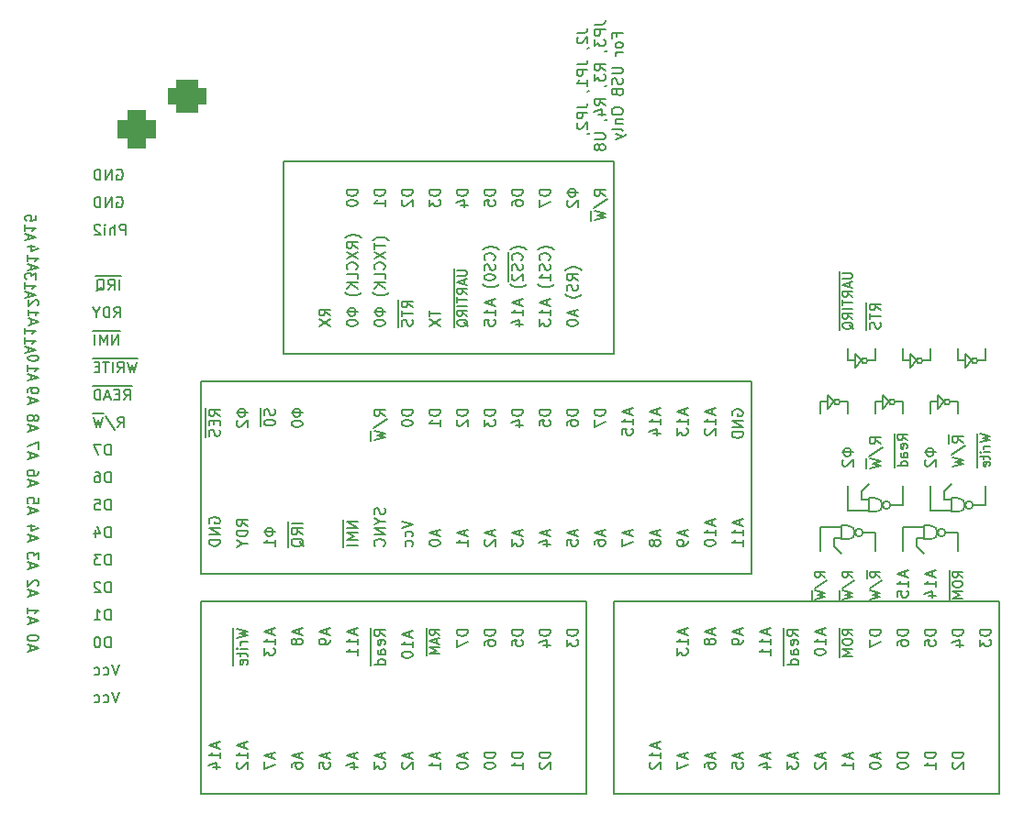
<source format=gbo>
G04 #@! TF.GenerationSoftware,KiCad,Pcbnew,8.0.1*
G04 #@! TF.CreationDate,2024-05-27T02:36:23-05:00*
G04 #@! TF.ProjectId,Minimal-6502,53656172-6c65-4363-9530-322e6b696361,rev?*
G04 #@! TF.SameCoordinates,Original*
G04 #@! TF.FileFunction,Legend,Bot*
G04 #@! TF.FilePolarity,Positive*
%FSLAX46Y46*%
G04 Gerber Fmt 4.6, Leading zero omitted, Abs format (unit mm)*
G04 Created by KiCad (PCBNEW 8.0.1) date 2024-05-27 02:36:23*
%MOMM*%
%LPD*%
G01*
G04 APERTURE LIST*
G04 Aperture macros list*
%AMRoundRect*
0 Rectangle with rounded corners*
0 $1 Rounding radius*
0 $2 $3 $4 $5 $6 $7 $8 $9 X,Y pos of 4 corners*
0 Add a 4 corners polygon primitive as box body*
4,1,4,$2,$3,$4,$5,$6,$7,$8,$9,$2,$3,0*
0 Add four circle primitives for the rounded corners*
1,1,$1+$1,$2,$3*
1,1,$1+$1,$4,$5*
1,1,$1+$1,$6,$7*
1,1,$1+$1,$8,$9*
0 Add four rect primitives between the rounded corners*
20,1,$1+$1,$2,$3,$4,$5,0*
20,1,$1+$1,$4,$5,$6,$7,0*
20,1,$1+$1,$6,$7,$8,$9,0*
20,1,$1+$1,$8,$9,$2,$3,0*%
G04 Aperture macros list end*
%ADD10C,0.150000*%
%ADD11R,1.700000X1.700000*%
%ADD12O,1.700000X1.700000*%
%ADD13C,1.600000*%
%ADD14O,1.600000X1.600000*%
%ADD15R,3.500000X3.500000*%
%ADD16RoundRect,0.750000X-1.000000X0.750000X-1.000000X-0.750000X1.000000X-0.750000X1.000000X0.750000X0*%
%ADD17RoundRect,0.875000X-0.875000X0.875000X-0.875000X-0.875000X0.875000X-0.875000X0.875000X0.875000X0*%
%ADD18C,1.700000*%
%ADD19C,3.500000*%
%ADD20R,1.600000X1.600000*%
%ADD21C,0.800000*%
%ADD22C,6.400000*%
%ADD23C,2.000000*%
%ADD24R,1.846667X3.480000*%
G04 APERTURE END LIST*
D10*
X198574819Y-108604207D02*
X198098628Y-108270874D01*
X198574819Y-108032779D02*
X197574819Y-108032779D01*
X197574819Y-108032779D02*
X197574819Y-108413731D01*
X197574819Y-108413731D02*
X197622438Y-108508969D01*
X197622438Y-108508969D02*
X197670057Y-108556588D01*
X197670057Y-108556588D02*
X197765295Y-108604207D01*
X197765295Y-108604207D02*
X197908152Y-108604207D01*
X197908152Y-108604207D02*
X198003390Y-108556588D01*
X198003390Y-108556588D02*
X198051009Y-108508969D01*
X198051009Y-108508969D02*
X198098628Y-108413731D01*
X198098628Y-108413731D02*
X198098628Y-108032779D01*
X198527200Y-109413731D02*
X198574819Y-109318493D01*
X198574819Y-109318493D02*
X198574819Y-109128017D01*
X198574819Y-109128017D02*
X198527200Y-109032779D01*
X198527200Y-109032779D02*
X198431961Y-108985160D01*
X198431961Y-108985160D02*
X198051009Y-108985160D01*
X198051009Y-108985160D02*
X197955771Y-109032779D01*
X197955771Y-109032779D02*
X197908152Y-109128017D01*
X197908152Y-109128017D02*
X197908152Y-109318493D01*
X197908152Y-109318493D02*
X197955771Y-109413731D01*
X197955771Y-109413731D02*
X198051009Y-109461350D01*
X198051009Y-109461350D02*
X198146247Y-109461350D01*
X198146247Y-109461350D02*
X198241485Y-108985160D01*
X198574819Y-110318493D02*
X198051009Y-110318493D01*
X198051009Y-110318493D02*
X197955771Y-110270874D01*
X197955771Y-110270874D02*
X197908152Y-110175636D01*
X197908152Y-110175636D02*
X197908152Y-109985160D01*
X197908152Y-109985160D02*
X197955771Y-109889922D01*
X198527200Y-110318493D02*
X198574819Y-110223255D01*
X198574819Y-110223255D02*
X198574819Y-109985160D01*
X198574819Y-109985160D02*
X198527200Y-109889922D01*
X198527200Y-109889922D02*
X198431961Y-109842303D01*
X198431961Y-109842303D02*
X198336723Y-109842303D01*
X198336723Y-109842303D02*
X198241485Y-109889922D01*
X198241485Y-109889922D02*
X198193866Y-109985160D01*
X198193866Y-109985160D02*
X198193866Y-110223255D01*
X198193866Y-110223255D02*
X198146247Y-110318493D01*
X198574819Y-111223255D02*
X197574819Y-111223255D01*
X198527200Y-111223255D02*
X198574819Y-111128017D01*
X198574819Y-111128017D02*
X198574819Y-110937541D01*
X198574819Y-110937541D02*
X198527200Y-110842303D01*
X198527200Y-110842303D02*
X198479580Y-110794684D01*
X198479580Y-110794684D02*
X198384342Y-110747065D01*
X198384342Y-110747065D02*
X198098628Y-110747065D01*
X198098628Y-110747065D02*
X198003390Y-110794684D01*
X198003390Y-110794684D02*
X197955771Y-110842303D01*
X197955771Y-110842303D02*
X197908152Y-110937541D01*
X197908152Y-110937541D02*
X197908152Y-111128017D01*
X197908152Y-111128017D02*
X197955771Y-111223255D01*
X197297200Y-107894684D02*
X197297200Y-111361351D01*
X195749104Y-107985160D02*
X195749104Y-108461350D01*
X196034819Y-107889922D02*
X195034819Y-108223255D01*
X195034819Y-108223255D02*
X196034819Y-108556588D01*
X196034819Y-109413731D02*
X196034819Y-108842303D01*
X196034819Y-109128017D02*
X195034819Y-109128017D01*
X195034819Y-109128017D02*
X195177676Y-109032779D01*
X195177676Y-109032779D02*
X195272914Y-108937541D01*
X195272914Y-108937541D02*
X195320533Y-108842303D01*
X196034819Y-110366112D02*
X196034819Y-109794684D01*
X196034819Y-110080398D02*
X195034819Y-110080398D01*
X195034819Y-110080398D02*
X195177676Y-109985160D01*
X195177676Y-109985160D02*
X195272914Y-109889922D01*
X195272914Y-109889922D02*
X195320533Y-109794684D01*
X190669104Y-107985160D02*
X190669104Y-108461350D01*
X190954819Y-107889922D02*
X189954819Y-108223255D01*
X189954819Y-108223255D02*
X190954819Y-108556588D01*
X190383390Y-109032779D02*
X190335771Y-108937541D01*
X190335771Y-108937541D02*
X190288152Y-108889922D01*
X190288152Y-108889922D02*
X190192914Y-108842303D01*
X190192914Y-108842303D02*
X190145295Y-108842303D01*
X190145295Y-108842303D02*
X190050057Y-108889922D01*
X190050057Y-108889922D02*
X190002438Y-108937541D01*
X190002438Y-108937541D02*
X189954819Y-109032779D01*
X189954819Y-109032779D02*
X189954819Y-109223255D01*
X189954819Y-109223255D02*
X190002438Y-109318493D01*
X190002438Y-109318493D02*
X190050057Y-109366112D01*
X190050057Y-109366112D02*
X190145295Y-109413731D01*
X190145295Y-109413731D02*
X190192914Y-109413731D01*
X190192914Y-109413731D02*
X190288152Y-109366112D01*
X190288152Y-109366112D02*
X190335771Y-109318493D01*
X190335771Y-109318493D02*
X190383390Y-109223255D01*
X190383390Y-109223255D02*
X190383390Y-109032779D01*
X190383390Y-109032779D02*
X190431009Y-108937541D01*
X190431009Y-108937541D02*
X190478628Y-108889922D01*
X190478628Y-108889922D02*
X190573866Y-108842303D01*
X190573866Y-108842303D02*
X190764342Y-108842303D01*
X190764342Y-108842303D02*
X190859580Y-108889922D01*
X190859580Y-108889922D02*
X190907200Y-108937541D01*
X190907200Y-108937541D02*
X190954819Y-109032779D01*
X190954819Y-109032779D02*
X190954819Y-109223255D01*
X190954819Y-109223255D02*
X190907200Y-109318493D01*
X190907200Y-109318493D02*
X190859580Y-109366112D01*
X190859580Y-109366112D02*
X190764342Y-109413731D01*
X190764342Y-109413731D02*
X190573866Y-109413731D01*
X190573866Y-109413731D02*
X190478628Y-109366112D01*
X190478628Y-109366112D02*
X190431009Y-109318493D01*
X190431009Y-109318493D02*
X190383390Y-109223255D01*
X188129104Y-107985160D02*
X188129104Y-108461350D01*
X188414819Y-107889922D02*
X187414819Y-108223255D01*
X187414819Y-108223255D02*
X188414819Y-108556588D01*
X188414819Y-109413731D02*
X188414819Y-108842303D01*
X188414819Y-109128017D02*
X187414819Y-109128017D01*
X187414819Y-109128017D02*
X187557676Y-109032779D01*
X187557676Y-109032779D02*
X187652914Y-108937541D01*
X187652914Y-108937541D02*
X187700533Y-108842303D01*
X187414819Y-109747065D02*
X187414819Y-110366112D01*
X187414819Y-110366112D02*
X187795771Y-110032779D01*
X187795771Y-110032779D02*
X187795771Y-110175636D01*
X187795771Y-110175636D02*
X187843390Y-110270874D01*
X187843390Y-110270874D02*
X187891009Y-110318493D01*
X187891009Y-110318493D02*
X187986247Y-110366112D01*
X187986247Y-110366112D02*
X188224342Y-110366112D01*
X188224342Y-110366112D02*
X188319580Y-110318493D01*
X188319580Y-110318493D02*
X188367200Y-110270874D01*
X188367200Y-110270874D02*
X188414819Y-110175636D01*
X188414819Y-110175636D02*
X188414819Y-109889922D01*
X188414819Y-109889922D02*
X188367200Y-109794684D01*
X188367200Y-109794684D02*
X188319580Y-109747065D01*
X193209104Y-107985160D02*
X193209104Y-108461350D01*
X193494819Y-107889922D02*
X192494819Y-108223255D01*
X192494819Y-108223255D02*
X193494819Y-108556588D01*
X193494819Y-108937541D02*
X193494819Y-109128017D01*
X193494819Y-109128017D02*
X193447200Y-109223255D01*
X193447200Y-109223255D02*
X193399580Y-109270874D01*
X193399580Y-109270874D02*
X193256723Y-109366112D01*
X193256723Y-109366112D02*
X193066247Y-109413731D01*
X193066247Y-109413731D02*
X192685295Y-109413731D01*
X192685295Y-109413731D02*
X192590057Y-109366112D01*
X192590057Y-109366112D02*
X192542438Y-109318493D01*
X192542438Y-109318493D02*
X192494819Y-109223255D01*
X192494819Y-109223255D02*
X192494819Y-109032779D01*
X192494819Y-109032779D02*
X192542438Y-108937541D01*
X192542438Y-108937541D02*
X192590057Y-108889922D01*
X192590057Y-108889922D02*
X192685295Y-108842303D01*
X192685295Y-108842303D02*
X192923390Y-108842303D01*
X192923390Y-108842303D02*
X193018628Y-108889922D01*
X193018628Y-108889922D02*
X193066247Y-108937541D01*
X193066247Y-108937541D02*
X193113866Y-109032779D01*
X193113866Y-109032779D02*
X193113866Y-109223255D01*
X193113866Y-109223255D02*
X193066247Y-109318493D01*
X193066247Y-109318493D02*
X193018628Y-109366112D01*
X193018628Y-109366112D02*
X192923390Y-109413731D01*
X200829104Y-107985160D02*
X200829104Y-108461350D01*
X201114819Y-107889922D02*
X200114819Y-108223255D01*
X200114819Y-108223255D02*
X201114819Y-108556588D01*
X201114819Y-109413731D02*
X201114819Y-108842303D01*
X201114819Y-109128017D02*
X200114819Y-109128017D01*
X200114819Y-109128017D02*
X200257676Y-109032779D01*
X200257676Y-109032779D02*
X200352914Y-108937541D01*
X200352914Y-108937541D02*
X200400533Y-108842303D01*
X200114819Y-110032779D02*
X200114819Y-110128017D01*
X200114819Y-110128017D02*
X200162438Y-110223255D01*
X200162438Y-110223255D02*
X200210057Y-110270874D01*
X200210057Y-110270874D02*
X200305295Y-110318493D01*
X200305295Y-110318493D02*
X200495771Y-110366112D01*
X200495771Y-110366112D02*
X200733866Y-110366112D01*
X200733866Y-110366112D02*
X200924342Y-110318493D01*
X200924342Y-110318493D02*
X201019580Y-110270874D01*
X201019580Y-110270874D02*
X201067200Y-110223255D01*
X201067200Y-110223255D02*
X201114819Y-110128017D01*
X201114819Y-110128017D02*
X201114819Y-110032779D01*
X201114819Y-110032779D02*
X201067200Y-109937541D01*
X201067200Y-109937541D02*
X201019580Y-109889922D01*
X201019580Y-109889922D02*
X200924342Y-109842303D01*
X200924342Y-109842303D02*
X200733866Y-109794684D01*
X200733866Y-109794684D02*
X200495771Y-109794684D01*
X200495771Y-109794684D02*
X200305295Y-109842303D01*
X200305295Y-109842303D02*
X200210057Y-109889922D01*
X200210057Y-109889922D02*
X200162438Y-109937541D01*
X200162438Y-109937541D02*
X200114819Y-110032779D01*
X203608557Y-108523255D02*
X203179985Y-108223255D01*
X203608557Y-108008969D02*
X202708557Y-108008969D01*
X202708557Y-108008969D02*
X202708557Y-108351826D01*
X202708557Y-108351826D02*
X202751414Y-108437541D01*
X202751414Y-108437541D02*
X202794271Y-108480398D01*
X202794271Y-108480398D02*
X202879985Y-108523255D01*
X202879985Y-108523255D02*
X203008557Y-108523255D01*
X203008557Y-108523255D02*
X203094271Y-108480398D01*
X203094271Y-108480398D02*
X203137128Y-108437541D01*
X203137128Y-108437541D02*
X203179985Y-108351826D01*
X203179985Y-108351826D02*
X203179985Y-108008969D01*
X202708557Y-109080398D02*
X202708557Y-109251826D01*
X202708557Y-109251826D02*
X202751414Y-109337541D01*
X202751414Y-109337541D02*
X202837128Y-109423255D01*
X202837128Y-109423255D02*
X203008557Y-109466112D01*
X203008557Y-109466112D02*
X203308557Y-109466112D01*
X203308557Y-109466112D02*
X203479985Y-109423255D01*
X203479985Y-109423255D02*
X203565700Y-109337541D01*
X203565700Y-109337541D02*
X203608557Y-109251826D01*
X203608557Y-109251826D02*
X203608557Y-109080398D01*
X203608557Y-109080398D02*
X203565700Y-108994684D01*
X203565700Y-108994684D02*
X203479985Y-108908969D01*
X203479985Y-108908969D02*
X203308557Y-108866112D01*
X203308557Y-108866112D02*
X203008557Y-108866112D01*
X203008557Y-108866112D02*
X202837128Y-108908969D01*
X202837128Y-108908969D02*
X202751414Y-108994684D01*
X202751414Y-108994684D02*
X202708557Y-109080398D01*
X203608557Y-109851826D02*
X202708557Y-109851826D01*
X202708557Y-109851826D02*
X203351414Y-110151826D01*
X203351414Y-110151826D02*
X202708557Y-110451826D01*
X202708557Y-110451826D02*
X203608557Y-110451826D01*
X202458700Y-107884684D02*
X202458700Y-110576112D01*
X211274819Y-108032779D02*
X210274819Y-108032779D01*
X210274819Y-108032779D02*
X210274819Y-108270874D01*
X210274819Y-108270874D02*
X210322438Y-108413731D01*
X210322438Y-108413731D02*
X210417676Y-108508969D01*
X210417676Y-108508969D02*
X210512914Y-108556588D01*
X210512914Y-108556588D02*
X210703390Y-108604207D01*
X210703390Y-108604207D02*
X210846247Y-108604207D01*
X210846247Y-108604207D02*
X211036723Y-108556588D01*
X211036723Y-108556588D02*
X211131961Y-108508969D01*
X211131961Y-108508969D02*
X211227200Y-108413731D01*
X211227200Y-108413731D02*
X211274819Y-108270874D01*
X211274819Y-108270874D02*
X211274819Y-108032779D01*
X210274819Y-109508969D02*
X210274819Y-109032779D01*
X210274819Y-109032779D02*
X210751009Y-108985160D01*
X210751009Y-108985160D02*
X210703390Y-109032779D01*
X210703390Y-109032779D02*
X210655771Y-109128017D01*
X210655771Y-109128017D02*
X210655771Y-109366112D01*
X210655771Y-109366112D02*
X210703390Y-109461350D01*
X210703390Y-109461350D02*
X210751009Y-109508969D01*
X210751009Y-109508969D02*
X210846247Y-109556588D01*
X210846247Y-109556588D02*
X211084342Y-109556588D01*
X211084342Y-109556588D02*
X211179580Y-109508969D01*
X211179580Y-109508969D02*
X211227200Y-109461350D01*
X211227200Y-109461350D02*
X211274819Y-109366112D01*
X211274819Y-109366112D02*
X211274819Y-109128017D01*
X211274819Y-109128017D02*
X211227200Y-109032779D01*
X211227200Y-109032779D02*
X211179580Y-108985160D01*
X211274819Y-119345030D02*
X210274819Y-119345030D01*
X210274819Y-119345030D02*
X210274819Y-119583125D01*
X210274819Y-119583125D02*
X210322438Y-119725982D01*
X210322438Y-119725982D02*
X210417676Y-119821220D01*
X210417676Y-119821220D02*
X210512914Y-119868839D01*
X210512914Y-119868839D02*
X210703390Y-119916458D01*
X210703390Y-119916458D02*
X210846247Y-119916458D01*
X210846247Y-119916458D02*
X211036723Y-119868839D01*
X211036723Y-119868839D02*
X211131961Y-119821220D01*
X211131961Y-119821220D02*
X211227200Y-119725982D01*
X211227200Y-119725982D02*
X211274819Y-119583125D01*
X211274819Y-119583125D02*
X211274819Y-119345030D01*
X211274819Y-120868839D02*
X211274819Y-120297411D01*
X211274819Y-120583125D02*
X210274819Y-120583125D01*
X210274819Y-120583125D02*
X210417676Y-120487887D01*
X210417676Y-120487887D02*
X210512914Y-120392649D01*
X210512914Y-120392649D02*
X210560533Y-120297411D01*
X213814819Y-119345030D02*
X212814819Y-119345030D01*
X212814819Y-119345030D02*
X212814819Y-119583125D01*
X212814819Y-119583125D02*
X212862438Y-119725982D01*
X212862438Y-119725982D02*
X212957676Y-119821220D01*
X212957676Y-119821220D02*
X213052914Y-119868839D01*
X213052914Y-119868839D02*
X213243390Y-119916458D01*
X213243390Y-119916458D02*
X213386247Y-119916458D01*
X213386247Y-119916458D02*
X213576723Y-119868839D01*
X213576723Y-119868839D02*
X213671961Y-119821220D01*
X213671961Y-119821220D02*
X213767200Y-119725982D01*
X213767200Y-119725982D02*
X213814819Y-119583125D01*
X213814819Y-119583125D02*
X213814819Y-119345030D01*
X212910057Y-120297411D02*
X212862438Y-120345030D01*
X212862438Y-120345030D02*
X212814819Y-120440268D01*
X212814819Y-120440268D02*
X212814819Y-120678363D01*
X212814819Y-120678363D02*
X212862438Y-120773601D01*
X212862438Y-120773601D02*
X212910057Y-120821220D01*
X212910057Y-120821220D02*
X213005295Y-120868839D01*
X213005295Y-120868839D02*
X213100533Y-120868839D01*
X213100533Y-120868839D02*
X213243390Y-120821220D01*
X213243390Y-120821220D02*
X213814819Y-120249792D01*
X213814819Y-120249792D02*
X213814819Y-120868839D01*
X185589104Y-118487887D02*
X185589104Y-118964077D01*
X185874819Y-118392649D02*
X184874819Y-118725982D01*
X184874819Y-118725982D02*
X185874819Y-119059315D01*
X185874819Y-119916458D02*
X185874819Y-119345030D01*
X185874819Y-119630744D02*
X184874819Y-119630744D01*
X184874819Y-119630744D02*
X185017676Y-119535506D01*
X185017676Y-119535506D02*
X185112914Y-119440268D01*
X185112914Y-119440268D02*
X185160533Y-119345030D01*
X184970057Y-120297411D02*
X184922438Y-120345030D01*
X184922438Y-120345030D02*
X184874819Y-120440268D01*
X184874819Y-120440268D02*
X184874819Y-120678363D01*
X184874819Y-120678363D02*
X184922438Y-120773601D01*
X184922438Y-120773601D02*
X184970057Y-120821220D01*
X184970057Y-120821220D02*
X185065295Y-120868839D01*
X185065295Y-120868839D02*
X185160533Y-120868839D01*
X185160533Y-120868839D02*
X185303390Y-120821220D01*
X185303390Y-120821220D02*
X185874819Y-120249792D01*
X185874819Y-120249792D02*
X185874819Y-120868839D01*
X188129104Y-119440268D02*
X188129104Y-119916458D01*
X188414819Y-119345030D02*
X187414819Y-119678363D01*
X187414819Y-119678363D02*
X188414819Y-120011696D01*
X187414819Y-120249792D02*
X187414819Y-120916458D01*
X187414819Y-120916458D02*
X188414819Y-120487887D01*
X208734819Y-108032779D02*
X207734819Y-108032779D01*
X207734819Y-108032779D02*
X207734819Y-108270874D01*
X207734819Y-108270874D02*
X207782438Y-108413731D01*
X207782438Y-108413731D02*
X207877676Y-108508969D01*
X207877676Y-108508969D02*
X207972914Y-108556588D01*
X207972914Y-108556588D02*
X208163390Y-108604207D01*
X208163390Y-108604207D02*
X208306247Y-108604207D01*
X208306247Y-108604207D02*
X208496723Y-108556588D01*
X208496723Y-108556588D02*
X208591961Y-108508969D01*
X208591961Y-108508969D02*
X208687200Y-108413731D01*
X208687200Y-108413731D02*
X208734819Y-108270874D01*
X208734819Y-108270874D02*
X208734819Y-108032779D01*
X207734819Y-109461350D02*
X207734819Y-109270874D01*
X207734819Y-109270874D02*
X207782438Y-109175636D01*
X207782438Y-109175636D02*
X207830057Y-109128017D01*
X207830057Y-109128017D02*
X207972914Y-109032779D01*
X207972914Y-109032779D02*
X208163390Y-108985160D01*
X208163390Y-108985160D02*
X208544342Y-108985160D01*
X208544342Y-108985160D02*
X208639580Y-109032779D01*
X208639580Y-109032779D02*
X208687200Y-109080398D01*
X208687200Y-109080398D02*
X208734819Y-109175636D01*
X208734819Y-109175636D02*
X208734819Y-109366112D01*
X208734819Y-109366112D02*
X208687200Y-109461350D01*
X208687200Y-109461350D02*
X208639580Y-109508969D01*
X208639580Y-109508969D02*
X208544342Y-109556588D01*
X208544342Y-109556588D02*
X208306247Y-109556588D01*
X208306247Y-109556588D02*
X208211009Y-109508969D01*
X208211009Y-109508969D02*
X208163390Y-109461350D01*
X208163390Y-109461350D02*
X208115771Y-109366112D01*
X208115771Y-109366112D02*
X208115771Y-109175636D01*
X208115771Y-109175636D02*
X208163390Y-109080398D01*
X208163390Y-109080398D02*
X208211009Y-109032779D01*
X208211009Y-109032779D02*
X208306247Y-108985160D01*
X206194819Y-108032779D02*
X205194819Y-108032779D01*
X205194819Y-108032779D02*
X205194819Y-108270874D01*
X205194819Y-108270874D02*
X205242438Y-108413731D01*
X205242438Y-108413731D02*
X205337676Y-108508969D01*
X205337676Y-108508969D02*
X205432914Y-108556588D01*
X205432914Y-108556588D02*
X205623390Y-108604207D01*
X205623390Y-108604207D02*
X205766247Y-108604207D01*
X205766247Y-108604207D02*
X205956723Y-108556588D01*
X205956723Y-108556588D02*
X206051961Y-108508969D01*
X206051961Y-108508969D02*
X206147200Y-108413731D01*
X206147200Y-108413731D02*
X206194819Y-108270874D01*
X206194819Y-108270874D02*
X206194819Y-108032779D01*
X205194819Y-108937541D02*
X205194819Y-109604207D01*
X205194819Y-109604207D02*
X206194819Y-109175636D01*
X216354819Y-108032779D02*
X215354819Y-108032779D01*
X215354819Y-108032779D02*
X215354819Y-108270874D01*
X215354819Y-108270874D02*
X215402438Y-108413731D01*
X215402438Y-108413731D02*
X215497676Y-108508969D01*
X215497676Y-108508969D02*
X215592914Y-108556588D01*
X215592914Y-108556588D02*
X215783390Y-108604207D01*
X215783390Y-108604207D02*
X215926247Y-108604207D01*
X215926247Y-108604207D02*
X216116723Y-108556588D01*
X216116723Y-108556588D02*
X216211961Y-108508969D01*
X216211961Y-108508969D02*
X216307200Y-108413731D01*
X216307200Y-108413731D02*
X216354819Y-108270874D01*
X216354819Y-108270874D02*
X216354819Y-108032779D01*
X215354819Y-108937541D02*
X215354819Y-109556588D01*
X215354819Y-109556588D02*
X215735771Y-109223255D01*
X215735771Y-109223255D02*
X215735771Y-109366112D01*
X215735771Y-109366112D02*
X215783390Y-109461350D01*
X215783390Y-109461350D02*
X215831009Y-109508969D01*
X215831009Y-109508969D02*
X215926247Y-109556588D01*
X215926247Y-109556588D02*
X216164342Y-109556588D01*
X216164342Y-109556588D02*
X216259580Y-109508969D01*
X216259580Y-109508969D02*
X216307200Y-109461350D01*
X216307200Y-109461350D02*
X216354819Y-109366112D01*
X216354819Y-109366112D02*
X216354819Y-109080398D01*
X216354819Y-109080398D02*
X216307200Y-108985160D01*
X216307200Y-108985160D02*
X216259580Y-108937541D01*
X213814819Y-108032779D02*
X212814819Y-108032779D01*
X212814819Y-108032779D02*
X212814819Y-108270874D01*
X212814819Y-108270874D02*
X212862438Y-108413731D01*
X212862438Y-108413731D02*
X212957676Y-108508969D01*
X212957676Y-108508969D02*
X213052914Y-108556588D01*
X213052914Y-108556588D02*
X213243390Y-108604207D01*
X213243390Y-108604207D02*
X213386247Y-108604207D01*
X213386247Y-108604207D02*
X213576723Y-108556588D01*
X213576723Y-108556588D02*
X213671961Y-108508969D01*
X213671961Y-108508969D02*
X213767200Y-108413731D01*
X213767200Y-108413731D02*
X213814819Y-108270874D01*
X213814819Y-108270874D02*
X213814819Y-108032779D01*
X213148152Y-109461350D02*
X213814819Y-109461350D01*
X212767200Y-109223255D02*
X213481485Y-108985160D01*
X213481485Y-108985160D02*
X213481485Y-109604207D01*
X208734819Y-119345030D02*
X207734819Y-119345030D01*
X207734819Y-119345030D02*
X207734819Y-119583125D01*
X207734819Y-119583125D02*
X207782438Y-119725982D01*
X207782438Y-119725982D02*
X207877676Y-119821220D01*
X207877676Y-119821220D02*
X207972914Y-119868839D01*
X207972914Y-119868839D02*
X208163390Y-119916458D01*
X208163390Y-119916458D02*
X208306247Y-119916458D01*
X208306247Y-119916458D02*
X208496723Y-119868839D01*
X208496723Y-119868839D02*
X208591961Y-119821220D01*
X208591961Y-119821220D02*
X208687200Y-119725982D01*
X208687200Y-119725982D02*
X208734819Y-119583125D01*
X208734819Y-119583125D02*
X208734819Y-119345030D01*
X207734819Y-120535506D02*
X207734819Y-120630744D01*
X207734819Y-120630744D02*
X207782438Y-120725982D01*
X207782438Y-120725982D02*
X207830057Y-120773601D01*
X207830057Y-120773601D02*
X207925295Y-120821220D01*
X207925295Y-120821220D02*
X208115771Y-120868839D01*
X208115771Y-120868839D02*
X208353866Y-120868839D01*
X208353866Y-120868839D02*
X208544342Y-120821220D01*
X208544342Y-120821220D02*
X208639580Y-120773601D01*
X208639580Y-120773601D02*
X208687200Y-120725982D01*
X208687200Y-120725982D02*
X208734819Y-120630744D01*
X208734819Y-120630744D02*
X208734819Y-120535506D01*
X208734819Y-120535506D02*
X208687200Y-120440268D01*
X208687200Y-120440268D02*
X208639580Y-120392649D01*
X208639580Y-120392649D02*
X208544342Y-120345030D01*
X208544342Y-120345030D02*
X208353866Y-120297411D01*
X208353866Y-120297411D02*
X208115771Y-120297411D01*
X208115771Y-120297411D02*
X207925295Y-120345030D01*
X207925295Y-120345030D02*
X207830057Y-120392649D01*
X207830057Y-120392649D02*
X207782438Y-120440268D01*
X207782438Y-120440268D02*
X207734819Y-120535506D01*
X205909104Y-119440268D02*
X205909104Y-119916458D01*
X206194819Y-119345030D02*
X205194819Y-119678363D01*
X205194819Y-119678363D02*
X206194819Y-120011696D01*
X205194819Y-120535506D02*
X205194819Y-120630744D01*
X205194819Y-120630744D02*
X205242438Y-120725982D01*
X205242438Y-120725982D02*
X205290057Y-120773601D01*
X205290057Y-120773601D02*
X205385295Y-120821220D01*
X205385295Y-120821220D02*
X205575771Y-120868839D01*
X205575771Y-120868839D02*
X205813866Y-120868839D01*
X205813866Y-120868839D02*
X206004342Y-120821220D01*
X206004342Y-120821220D02*
X206099580Y-120773601D01*
X206099580Y-120773601D02*
X206147200Y-120725982D01*
X206147200Y-120725982D02*
X206194819Y-120630744D01*
X206194819Y-120630744D02*
X206194819Y-120535506D01*
X206194819Y-120535506D02*
X206147200Y-120440268D01*
X206147200Y-120440268D02*
X206099580Y-120392649D01*
X206099580Y-120392649D02*
X206004342Y-120345030D01*
X206004342Y-120345030D02*
X205813866Y-120297411D01*
X205813866Y-120297411D02*
X205575771Y-120297411D01*
X205575771Y-120297411D02*
X205385295Y-120345030D01*
X205385295Y-120345030D02*
X205290057Y-120392649D01*
X205290057Y-120392649D02*
X205242438Y-120440268D01*
X205242438Y-120440268D02*
X205194819Y-120535506D01*
X190669104Y-119440268D02*
X190669104Y-119916458D01*
X190954819Y-119345030D02*
X189954819Y-119678363D01*
X189954819Y-119678363D02*
X190954819Y-120011696D01*
X189954819Y-120773601D02*
X189954819Y-120583125D01*
X189954819Y-120583125D02*
X190002438Y-120487887D01*
X190002438Y-120487887D02*
X190050057Y-120440268D01*
X190050057Y-120440268D02*
X190192914Y-120345030D01*
X190192914Y-120345030D02*
X190383390Y-120297411D01*
X190383390Y-120297411D02*
X190764342Y-120297411D01*
X190764342Y-120297411D02*
X190859580Y-120345030D01*
X190859580Y-120345030D02*
X190907200Y-120392649D01*
X190907200Y-120392649D02*
X190954819Y-120487887D01*
X190954819Y-120487887D02*
X190954819Y-120678363D01*
X190954819Y-120678363D02*
X190907200Y-120773601D01*
X190907200Y-120773601D02*
X190859580Y-120821220D01*
X190859580Y-120821220D02*
X190764342Y-120868839D01*
X190764342Y-120868839D02*
X190526247Y-120868839D01*
X190526247Y-120868839D02*
X190431009Y-120821220D01*
X190431009Y-120821220D02*
X190383390Y-120773601D01*
X190383390Y-120773601D02*
X190335771Y-120678363D01*
X190335771Y-120678363D02*
X190335771Y-120487887D01*
X190335771Y-120487887D02*
X190383390Y-120392649D01*
X190383390Y-120392649D02*
X190431009Y-120345030D01*
X190431009Y-120345030D02*
X190526247Y-120297411D01*
X195749104Y-119440268D02*
X195749104Y-119916458D01*
X196034819Y-119345030D02*
X195034819Y-119678363D01*
X195034819Y-119678363D02*
X196034819Y-120011696D01*
X195368152Y-120773601D02*
X196034819Y-120773601D01*
X194987200Y-120535506D02*
X195701485Y-120297411D01*
X195701485Y-120297411D02*
X195701485Y-120916458D01*
X193209104Y-119440268D02*
X193209104Y-119916458D01*
X193494819Y-119345030D02*
X192494819Y-119678363D01*
X192494819Y-119678363D02*
X193494819Y-120011696D01*
X192494819Y-120821220D02*
X192494819Y-120345030D01*
X192494819Y-120345030D02*
X192971009Y-120297411D01*
X192971009Y-120297411D02*
X192923390Y-120345030D01*
X192923390Y-120345030D02*
X192875771Y-120440268D01*
X192875771Y-120440268D02*
X192875771Y-120678363D01*
X192875771Y-120678363D02*
X192923390Y-120773601D01*
X192923390Y-120773601D02*
X192971009Y-120821220D01*
X192971009Y-120821220D02*
X193066247Y-120868839D01*
X193066247Y-120868839D02*
X193304342Y-120868839D01*
X193304342Y-120868839D02*
X193399580Y-120821220D01*
X193399580Y-120821220D02*
X193447200Y-120773601D01*
X193447200Y-120773601D02*
X193494819Y-120678363D01*
X193494819Y-120678363D02*
X193494819Y-120440268D01*
X193494819Y-120440268D02*
X193447200Y-120345030D01*
X193447200Y-120345030D02*
X193399580Y-120297411D01*
X198289104Y-119440268D02*
X198289104Y-119916458D01*
X198574819Y-119345030D02*
X197574819Y-119678363D01*
X197574819Y-119678363D02*
X198574819Y-120011696D01*
X197574819Y-120249792D02*
X197574819Y-120868839D01*
X197574819Y-120868839D02*
X197955771Y-120535506D01*
X197955771Y-120535506D02*
X197955771Y-120678363D01*
X197955771Y-120678363D02*
X198003390Y-120773601D01*
X198003390Y-120773601D02*
X198051009Y-120821220D01*
X198051009Y-120821220D02*
X198146247Y-120868839D01*
X198146247Y-120868839D02*
X198384342Y-120868839D01*
X198384342Y-120868839D02*
X198479580Y-120821220D01*
X198479580Y-120821220D02*
X198527200Y-120773601D01*
X198527200Y-120773601D02*
X198574819Y-120678363D01*
X198574819Y-120678363D02*
X198574819Y-120392649D01*
X198574819Y-120392649D02*
X198527200Y-120297411D01*
X198527200Y-120297411D02*
X198479580Y-120249792D01*
X203369104Y-119440268D02*
X203369104Y-119916458D01*
X203654819Y-119345030D02*
X202654819Y-119678363D01*
X202654819Y-119678363D02*
X203654819Y-120011696D01*
X203654819Y-120868839D02*
X203654819Y-120297411D01*
X203654819Y-120583125D02*
X202654819Y-120583125D01*
X202654819Y-120583125D02*
X202797676Y-120487887D01*
X202797676Y-120487887D02*
X202892914Y-120392649D01*
X202892914Y-120392649D02*
X202940533Y-120297411D01*
X200829104Y-119440268D02*
X200829104Y-119916458D01*
X201114819Y-119345030D02*
X200114819Y-119678363D01*
X200114819Y-119678363D02*
X201114819Y-120011696D01*
X200210057Y-120297411D02*
X200162438Y-120345030D01*
X200162438Y-120345030D02*
X200114819Y-120440268D01*
X200114819Y-120440268D02*
X200114819Y-120678363D01*
X200114819Y-120678363D02*
X200162438Y-120773601D01*
X200162438Y-120773601D02*
X200210057Y-120821220D01*
X200210057Y-120821220D02*
X200305295Y-120868839D01*
X200305295Y-120868839D02*
X200400533Y-120868839D01*
X200400533Y-120868839D02*
X200543390Y-120821220D01*
X200543390Y-120821220D02*
X201114819Y-120249792D01*
X201114819Y-120249792D02*
X201114819Y-120868839D01*
X146774819Y-107937541D02*
X147774819Y-108175636D01*
X147774819Y-108175636D02*
X147060533Y-108366112D01*
X147060533Y-108366112D02*
X147774819Y-108556588D01*
X147774819Y-108556588D02*
X146774819Y-108794684D01*
X147774819Y-109175636D02*
X147108152Y-109175636D01*
X147298628Y-109175636D02*
X147203390Y-109223255D01*
X147203390Y-109223255D02*
X147155771Y-109270874D01*
X147155771Y-109270874D02*
X147108152Y-109366112D01*
X147108152Y-109366112D02*
X147108152Y-109461350D01*
X147774819Y-109794684D02*
X147108152Y-109794684D01*
X146774819Y-109794684D02*
X146822438Y-109747065D01*
X146822438Y-109747065D02*
X146870057Y-109794684D01*
X146870057Y-109794684D02*
X146822438Y-109842303D01*
X146822438Y-109842303D02*
X146774819Y-109794684D01*
X146774819Y-109794684D02*
X146870057Y-109794684D01*
X147108152Y-110128017D02*
X147108152Y-110508969D01*
X146774819Y-110270874D02*
X147631961Y-110270874D01*
X147631961Y-110270874D02*
X147727200Y-110318493D01*
X147727200Y-110318493D02*
X147774819Y-110413731D01*
X147774819Y-110413731D02*
X147774819Y-110508969D01*
X147727200Y-111223255D02*
X147774819Y-111128017D01*
X147774819Y-111128017D02*
X147774819Y-110937541D01*
X147774819Y-110937541D02*
X147727200Y-110842303D01*
X147727200Y-110842303D02*
X147631961Y-110794684D01*
X147631961Y-110794684D02*
X147251009Y-110794684D01*
X147251009Y-110794684D02*
X147155771Y-110842303D01*
X147155771Y-110842303D02*
X147108152Y-110937541D01*
X147108152Y-110937541D02*
X147108152Y-111128017D01*
X147108152Y-111128017D02*
X147155771Y-111223255D01*
X147155771Y-111223255D02*
X147251009Y-111270874D01*
X147251009Y-111270874D02*
X147346247Y-111270874D01*
X147346247Y-111270874D02*
X147441485Y-110794684D01*
X146497200Y-107894684D02*
X146497200Y-111361351D01*
X150029104Y-107985160D02*
X150029104Y-108461350D01*
X150314819Y-107889922D02*
X149314819Y-108223255D01*
X149314819Y-108223255D02*
X150314819Y-108556588D01*
X150314819Y-109413731D02*
X150314819Y-108842303D01*
X150314819Y-109128017D02*
X149314819Y-109128017D01*
X149314819Y-109128017D02*
X149457676Y-109032779D01*
X149457676Y-109032779D02*
X149552914Y-108937541D01*
X149552914Y-108937541D02*
X149600533Y-108842303D01*
X149314819Y-109747065D02*
X149314819Y-110366112D01*
X149314819Y-110366112D02*
X149695771Y-110032779D01*
X149695771Y-110032779D02*
X149695771Y-110175636D01*
X149695771Y-110175636D02*
X149743390Y-110270874D01*
X149743390Y-110270874D02*
X149791009Y-110318493D01*
X149791009Y-110318493D02*
X149886247Y-110366112D01*
X149886247Y-110366112D02*
X150124342Y-110366112D01*
X150124342Y-110366112D02*
X150219580Y-110318493D01*
X150219580Y-110318493D02*
X150267200Y-110270874D01*
X150267200Y-110270874D02*
X150314819Y-110175636D01*
X150314819Y-110175636D02*
X150314819Y-109889922D01*
X150314819Y-109889922D02*
X150267200Y-109794684D01*
X150267200Y-109794684D02*
X150219580Y-109747065D01*
X152569104Y-107985160D02*
X152569104Y-108461350D01*
X152854819Y-107889922D02*
X151854819Y-108223255D01*
X151854819Y-108223255D02*
X152854819Y-108556588D01*
X152283390Y-109032779D02*
X152235771Y-108937541D01*
X152235771Y-108937541D02*
X152188152Y-108889922D01*
X152188152Y-108889922D02*
X152092914Y-108842303D01*
X152092914Y-108842303D02*
X152045295Y-108842303D01*
X152045295Y-108842303D02*
X151950057Y-108889922D01*
X151950057Y-108889922D02*
X151902438Y-108937541D01*
X151902438Y-108937541D02*
X151854819Y-109032779D01*
X151854819Y-109032779D02*
X151854819Y-109223255D01*
X151854819Y-109223255D02*
X151902438Y-109318493D01*
X151902438Y-109318493D02*
X151950057Y-109366112D01*
X151950057Y-109366112D02*
X152045295Y-109413731D01*
X152045295Y-109413731D02*
X152092914Y-109413731D01*
X152092914Y-109413731D02*
X152188152Y-109366112D01*
X152188152Y-109366112D02*
X152235771Y-109318493D01*
X152235771Y-109318493D02*
X152283390Y-109223255D01*
X152283390Y-109223255D02*
X152283390Y-109032779D01*
X152283390Y-109032779D02*
X152331009Y-108937541D01*
X152331009Y-108937541D02*
X152378628Y-108889922D01*
X152378628Y-108889922D02*
X152473866Y-108842303D01*
X152473866Y-108842303D02*
X152664342Y-108842303D01*
X152664342Y-108842303D02*
X152759580Y-108889922D01*
X152759580Y-108889922D02*
X152807200Y-108937541D01*
X152807200Y-108937541D02*
X152854819Y-109032779D01*
X152854819Y-109032779D02*
X152854819Y-109223255D01*
X152854819Y-109223255D02*
X152807200Y-109318493D01*
X152807200Y-109318493D02*
X152759580Y-109366112D01*
X152759580Y-109366112D02*
X152664342Y-109413731D01*
X152664342Y-109413731D02*
X152473866Y-109413731D01*
X152473866Y-109413731D02*
X152378628Y-109366112D01*
X152378628Y-109366112D02*
X152331009Y-109318493D01*
X152331009Y-109318493D02*
X152283390Y-109223255D01*
X155109104Y-107985160D02*
X155109104Y-108461350D01*
X155394819Y-107889922D02*
X154394819Y-108223255D01*
X154394819Y-108223255D02*
X155394819Y-108556588D01*
X155394819Y-108937541D02*
X155394819Y-109128017D01*
X155394819Y-109128017D02*
X155347200Y-109223255D01*
X155347200Y-109223255D02*
X155299580Y-109270874D01*
X155299580Y-109270874D02*
X155156723Y-109366112D01*
X155156723Y-109366112D02*
X154966247Y-109413731D01*
X154966247Y-109413731D02*
X154585295Y-109413731D01*
X154585295Y-109413731D02*
X154490057Y-109366112D01*
X154490057Y-109366112D02*
X154442438Y-109318493D01*
X154442438Y-109318493D02*
X154394819Y-109223255D01*
X154394819Y-109223255D02*
X154394819Y-109032779D01*
X154394819Y-109032779D02*
X154442438Y-108937541D01*
X154442438Y-108937541D02*
X154490057Y-108889922D01*
X154490057Y-108889922D02*
X154585295Y-108842303D01*
X154585295Y-108842303D02*
X154823390Y-108842303D01*
X154823390Y-108842303D02*
X154918628Y-108889922D01*
X154918628Y-108889922D02*
X154966247Y-108937541D01*
X154966247Y-108937541D02*
X155013866Y-109032779D01*
X155013866Y-109032779D02*
X155013866Y-109223255D01*
X155013866Y-109223255D02*
X154966247Y-109318493D01*
X154966247Y-109318493D02*
X154918628Y-109366112D01*
X154918628Y-109366112D02*
X154823390Y-109413731D01*
X157649104Y-107985160D02*
X157649104Y-108461350D01*
X157934819Y-107889922D02*
X156934819Y-108223255D01*
X156934819Y-108223255D02*
X157934819Y-108556588D01*
X157934819Y-109413731D02*
X157934819Y-108842303D01*
X157934819Y-109128017D02*
X156934819Y-109128017D01*
X156934819Y-109128017D02*
X157077676Y-109032779D01*
X157077676Y-109032779D02*
X157172914Y-108937541D01*
X157172914Y-108937541D02*
X157220533Y-108842303D01*
X157934819Y-110366112D02*
X157934819Y-109794684D01*
X157934819Y-110080398D02*
X156934819Y-110080398D01*
X156934819Y-110080398D02*
X157077676Y-109985160D01*
X157077676Y-109985160D02*
X157172914Y-109889922D01*
X157172914Y-109889922D02*
X157220533Y-109794684D01*
X160474819Y-108604207D02*
X159998628Y-108270874D01*
X160474819Y-108032779D02*
X159474819Y-108032779D01*
X159474819Y-108032779D02*
X159474819Y-108413731D01*
X159474819Y-108413731D02*
X159522438Y-108508969D01*
X159522438Y-108508969D02*
X159570057Y-108556588D01*
X159570057Y-108556588D02*
X159665295Y-108604207D01*
X159665295Y-108604207D02*
X159808152Y-108604207D01*
X159808152Y-108604207D02*
X159903390Y-108556588D01*
X159903390Y-108556588D02*
X159951009Y-108508969D01*
X159951009Y-108508969D02*
X159998628Y-108413731D01*
X159998628Y-108413731D02*
X159998628Y-108032779D01*
X160427200Y-109413731D02*
X160474819Y-109318493D01*
X160474819Y-109318493D02*
X160474819Y-109128017D01*
X160474819Y-109128017D02*
X160427200Y-109032779D01*
X160427200Y-109032779D02*
X160331961Y-108985160D01*
X160331961Y-108985160D02*
X159951009Y-108985160D01*
X159951009Y-108985160D02*
X159855771Y-109032779D01*
X159855771Y-109032779D02*
X159808152Y-109128017D01*
X159808152Y-109128017D02*
X159808152Y-109318493D01*
X159808152Y-109318493D02*
X159855771Y-109413731D01*
X159855771Y-109413731D02*
X159951009Y-109461350D01*
X159951009Y-109461350D02*
X160046247Y-109461350D01*
X160046247Y-109461350D02*
X160141485Y-108985160D01*
X160474819Y-110318493D02*
X159951009Y-110318493D01*
X159951009Y-110318493D02*
X159855771Y-110270874D01*
X159855771Y-110270874D02*
X159808152Y-110175636D01*
X159808152Y-110175636D02*
X159808152Y-109985160D01*
X159808152Y-109985160D02*
X159855771Y-109889922D01*
X160427200Y-110318493D02*
X160474819Y-110223255D01*
X160474819Y-110223255D02*
X160474819Y-109985160D01*
X160474819Y-109985160D02*
X160427200Y-109889922D01*
X160427200Y-109889922D02*
X160331961Y-109842303D01*
X160331961Y-109842303D02*
X160236723Y-109842303D01*
X160236723Y-109842303D02*
X160141485Y-109889922D01*
X160141485Y-109889922D02*
X160093866Y-109985160D01*
X160093866Y-109985160D02*
X160093866Y-110223255D01*
X160093866Y-110223255D02*
X160046247Y-110318493D01*
X160474819Y-111223255D02*
X159474819Y-111223255D01*
X160427200Y-111223255D02*
X160474819Y-111128017D01*
X160474819Y-111128017D02*
X160474819Y-110937541D01*
X160474819Y-110937541D02*
X160427200Y-110842303D01*
X160427200Y-110842303D02*
X160379580Y-110794684D01*
X160379580Y-110794684D02*
X160284342Y-110747065D01*
X160284342Y-110747065D02*
X159998628Y-110747065D01*
X159998628Y-110747065D02*
X159903390Y-110794684D01*
X159903390Y-110794684D02*
X159855771Y-110842303D01*
X159855771Y-110842303D02*
X159808152Y-110937541D01*
X159808152Y-110937541D02*
X159808152Y-111128017D01*
X159808152Y-111128017D02*
X159855771Y-111223255D01*
X159197200Y-107894684D02*
X159197200Y-111361351D01*
X162729104Y-108239160D02*
X162729104Y-108715350D01*
X163014819Y-108143922D02*
X162014819Y-108477255D01*
X162014819Y-108477255D02*
X163014819Y-108810588D01*
X163014819Y-109667731D02*
X163014819Y-109096303D01*
X163014819Y-109382017D02*
X162014819Y-109382017D01*
X162014819Y-109382017D02*
X162157676Y-109286779D01*
X162157676Y-109286779D02*
X162252914Y-109191541D01*
X162252914Y-109191541D02*
X162300533Y-109096303D01*
X162014819Y-110286779D02*
X162014819Y-110382017D01*
X162014819Y-110382017D02*
X162062438Y-110477255D01*
X162062438Y-110477255D02*
X162110057Y-110524874D01*
X162110057Y-110524874D02*
X162205295Y-110572493D01*
X162205295Y-110572493D02*
X162395771Y-110620112D01*
X162395771Y-110620112D02*
X162633866Y-110620112D01*
X162633866Y-110620112D02*
X162824342Y-110572493D01*
X162824342Y-110572493D02*
X162919580Y-110524874D01*
X162919580Y-110524874D02*
X162967200Y-110477255D01*
X162967200Y-110477255D02*
X163014819Y-110382017D01*
X163014819Y-110382017D02*
X163014819Y-110286779D01*
X163014819Y-110286779D02*
X162967200Y-110191541D01*
X162967200Y-110191541D02*
X162919580Y-110143922D01*
X162919580Y-110143922D02*
X162824342Y-110096303D01*
X162824342Y-110096303D02*
X162633866Y-110048684D01*
X162633866Y-110048684D02*
X162395771Y-110048684D01*
X162395771Y-110048684D02*
X162205295Y-110096303D01*
X162205295Y-110096303D02*
X162110057Y-110143922D01*
X162110057Y-110143922D02*
X162062438Y-110191541D01*
X162062438Y-110191541D02*
X162014819Y-110286779D01*
X165508557Y-108523255D02*
X165079985Y-108223255D01*
X165508557Y-108008969D02*
X164608557Y-108008969D01*
X164608557Y-108008969D02*
X164608557Y-108351826D01*
X164608557Y-108351826D02*
X164651414Y-108437541D01*
X164651414Y-108437541D02*
X164694271Y-108480398D01*
X164694271Y-108480398D02*
X164779985Y-108523255D01*
X164779985Y-108523255D02*
X164908557Y-108523255D01*
X164908557Y-108523255D02*
X164994271Y-108480398D01*
X164994271Y-108480398D02*
X165037128Y-108437541D01*
X165037128Y-108437541D02*
X165079985Y-108351826D01*
X165079985Y-108351826D02*
X165079985Y-108008969D01*
X165251414Y-108866112D02*
X165251414Y-109294684D01*
X165508557Y-108780398D02*
X164608557Y-109080398D01*
X164608557Y-109080398D02*
X165508557Y-109380398D01*
X165508557Y-109680398D02*
X164608557Y-109680398D01*
X164608557Y-109680398D02*
X165251414Y-109980398D01*
X165251414Y-109980398D02*
X164608557Y-110280398D01*
X164608557Y-110280398D02*
X165508557Y-110280398D01*
X164358700Y-107884684D02*
X164358700Y-110404684D01*
X144949104Y-118487887D02*
X144949104Y-118964077D01*
X145234819Y-118392649D02*
X144234819Y-118725982D01*
X144234819Y-118725982D02*
X145234819Y-119059315D01*
X145234819Y-119916458D02*
X145234819Y-119345030D01*
X145234819Y-119630744D02*
X144234819Y-119630744D01*
X144234819Y-119630744D02*
X144377676Y-119535506D01*
X144377676Y-119535506D02*
X144472914Y-119440268D01*
X144472914Y-119440268D02*
X144520533Y-119345030D01*
X144568152Y-120773601D02*
X145234819Y-120773601D01*
X144187200Y-120535506D02*
X144901485Y-120297411D01*
X144901485Y-120297411D02*
X144901485Y-120916458D01*
X147489104Y-118487887D02*
X147489104Y-118964077D01*
X147774819Y-118392649D02*
X146774819Y-118725982D01*
X146774819Y-118725982D02*
X147774819Y-119059315D01*
X147774819Y-119916458D02*
X147774819Y-119345030D01*
X147774819Y-119630744D02*
X146774819Y-119630744D01*
X146774819Y-119630744D02*
X146917676Y-119535506D01*
X146917676Y-119535506D02*
X147012914Y-119440268D01*
X147012914Y-119440268D02*
X147060533Y-119345030D01*
X146870057Y-120297411D02*
X146822438Y-120345030D01*
X146822438Y-120345030D02*
X146774819Y-120440268D01*
X146774819Y-120440268D02*
X146774819Y-120678363D01*
X146774819Y-120678363D02*
X146822438Y-120773601D01*
X146822438Y-120773601D02*
X146870057Y-120821220D01*
X146870057Y-120821220D02*
X146965295Y-120868839D01*
X146965295Y-120868839D02*
X147060533Y-120868839D01*
X147060533Y-120868839D02*
X147203390Y-120821220D01*
X147203390Y-120821220D02*
X147774819Y-120249792D01*
X147774819Y-120249792D02*
X147774819Y-120868839D01*
X150029104Y-119440268D02*
X150029104Y-119916458D01*
X150314819Y-119345030D02*
X149314819Y-119678363D01*
X149314819Y-119678363D02*
X150314819Y-120011696D01*
X149314819Y-120249792D02*
X149314819Y-120916458D01*
X149314819Y-120916458D02*
X150314819Y-120487887D01*
X152569104Y-119440268D02*
X152569104Y-119916458D01*
X152854819Y-119345030D02*
X151854819Y-119678363D01*
X151854819Y-119678363D02*
X152854819Y-120011696D01*
X151854819Y-120773601D02*
X151854819Y-120583125D01*
X151854819Y-120583125D02*
X151902438Y-120487887D01*
X151902438Y-120487887D02*
X151950057Y-120440268D01*
X151950057Y-120440268D02*
X152092914Y-120345030D01*
X152092914Y-120345030D02*
X152283390Y-120297411D01*
X152283390Y-120297411D02*
X152664342Y-120297411D01*
X152664342Y-120297411D02*
X152759580Y-120345030D01*
X152759580Y-120345030D02*
X152807200Y-120392649D01*
X152807200Y-120392649D02*
X152854819Y-120487887D01*
X152854819Y-120487887D02*
X152854819Y-120678363D01*
X152854819Y-120678363D02*
X152807200Y-120773601D01*
X152807200Y-120773601D02*
X152759580Y-120821220D01*
X152759580Y-120821220D02*
X152664342Y-120868839D01*
X152664342Y-120868839D02*
X152426247Y-120868839D01*
X152426247Y-120868839D02*
X152331009Y-120821220D01*
X152331009Y-120821220D02*
X152283390Y-120773601D01*
X152283390Y-120773601D02*
X152235771Y-120678363D01*
X152235771Y-120678363D02*
X152235771Y-120487887D01*
X152235771Y-120487887D02*
X152283390Y-120392649D01*
X152283390Y-120392649D02*
X152331009Y-120345030D01*
X152331009Y-120345030D02*
X152426247Y-120297411D01*
X155109104Y-119440268D02*
X155109104Y-119916458D01*
X155394819Y-119345030D02*
X154394819Y-119678363D01*
X154394819Y-119678363D02*
X155394819Y-120011696D01*
X154394819Y-120821220D02*
X154394819Y-120345030D01*
X154394819Y-120345030D02*
X154871009Y-120297411D01*
X154871009Y-120297411D02*
X154823390Y-120345030D01*
X154823390Y-120345030D02*
X154775771Y-120440268D01*
X154775771Y-120440268D02*
X154775771Y-120678363D01*
X154775771Y-120678363D02*
X154823390Y-120773601D01*
X154823390Y-120773601D02*
X154871009Y-120821220D01*
X154871009Y-120821220D02*
X154966247Y-120868839D01*
X154966247Y-120868839D02*
X155204342Y-120868839D01*
X155204342Y-120868839D02*
X155299580Y-120821220D01*
X155299580Y-120821220D02*
X155347200Y-120773601D01*
X155347200Y-120773601D02*
X155394819Y-120678363D01*
X155394819Y-120678363D02*
X155394819Y-120440268D01*
X155394819Y-120440268D02*
X155347200Y-120345030D01*
X155347200Y-120345030D02*
X155299580Y-120297411D01*
X157649104Y-119440268D02*
X157649104Y-119916458D01*
X157934819Y-119345030D02*
X156934819Y-119678363D01*
X156934819Y-119678363D02*
X157934819Y-120011696D01*
X157268152Y-120773601D02*
X157934819Y-120773601D01*
X156887200Y-120535506D02*
X157601485Y-120297411D01*
X157601485Y-120297411D02*
X157601485Y-120916458D01*
X160189104Y-119440268D02*
X160189104Y-119916458D01*
X160474819Y-119345030D02*
X159474819Y-119678363D01*
X159474819Y-119678363D02*
X160474819Y-120011696D01*
X159474819Y-120249792D02*
X159474819Y-120868839D01*
X159474819Y-120868839D02*
X159855771Y-120535506D01*
X159855771Y-120535506D02*
X159855771Y-120678363D01*
X159855771Y-120678363D02*
X159903390Y-120773601D01*
X159903390Y-120773601D02*
X159951009Y-120821220D01*
X159951009Y-120821220D02*
X160046247Y-120868839D01*
X160046247Y-120868839D02*
X160284342Y-120868839D01*
X160284342Y-120868839D02*
X160379580Y-120821220D01*
X160379580Y-120821220D02*
X160427200Y-120773601D01*
X160427200Y-120773601D02*
X160474819Y-120678363D01*
X160474819Y-120678363D02*
X160474819Y-120392649D01*
X160474819Y-120392649D02*
X160427200Y-120297411D01*
X160427200Y-120297411D02*
X160379580Y-120249792D01*
X162729104Y-119440268D02*
X162729104Y-119916458D01*
X163014819Y-119345030D02*
X162014819Y-119678363D01*
X162014819Y-119678363D02*
X163014819Y-120011696D01*
X162110057Y-120297411D02*
X162062438Y-120345030D01*
X162062438Y-120345030D02*
X162014819Y-120440268D01*
X162014819Y-120440268D02*
X162014819Y-120678363D01*
X162014819Y-120678363D02*
X162062438Y-120773601D01*
X162062438Y-120773601D02*
X162110057Y-120821220D01*
X162110057Y-120821220D02*
X162205295Y-120868839D01*
X162205295Y-120868839D02*
X162300533Y-120868839D01*
X162300533Y-120868839D02*
X162443390Y-120821220D01*
X162443390Y-120821220D02*
X163014819Y-120249792D01*
X163014819Y-120249792D02*
X163014819Y-120868839D01*
X165269104Y-119440268D02*
X165269104Y-119916458D01*
X165554819Y-119345030D02*
X164554819Y-119678363D01*
X164554819Y-119678363D02*
X165554819Y-120011696D01*
X165554819Y-120868839D02*
X165554819Y-120297411D01*
X165554819Y-120583125D02*
X164554819Y-120583125D01*
X164554819Y-120583125D02*
X164697676Y-120487887D01*
X164697676Y-120487887D02*
X164792914Y-120392649D01*
X164792914Y-120392649D02*
X164840533Y-120297411D01*
X167809104Y-119440268D02*
X167809104Y-119916458D01*
X168094819Y-119345030D02*
X167094819Y-119678363D01*
X167094819Y-119678363D02*
X168094819Y-120011696D01*
X167094819Y-120535506D02*
X167094819Y-120630744D01*
X167094819Y-120630744D02*
X167142438Y-120725982D01*
X167142438Y-120725982D02*
X167190057Y-120773601D01*
X167190057Y-120773601D02*
X167285295Y-120821220D01*
X167285295Y-120821220D02*
X167475771Y-120868839D01*
X167475771Y-120868839D02*
X167713866Y-120868839D01*
X167713866Y-120868839D02*
X167904342Y-120821220D01*
X167904342Y-120821220D02*
X167999580Y-120773601D01*
X167999580Y-120773601D02*
X168047200Y-120725982D01*
X168047200Y-120725982D02*
X168094819Y-120630744D01*
X168094819Y-120630744D02*
X168094819Y-120535506D01*
X168094819Y-120535506D02*
X168047200Y-120440268D01*
X168047200Y-120440268D02*
X167999580Y-120392649D01*
X167999580Y-120392649D02*
X167904342Y-120345030D01*
X167904342Y-120345030D02*
X167713866Y-120297411D01*
X167713866Y-120297411D02*
X167475771Y-120297411D01*
X167475771Y-120297411D02*
X167285295Y-120345030D01*
X167285295Y-120345030D02*
X167190057Y-120392649D01*
X167190057Y-120392649D02*
X167142438Y-120440268D01*
X167142438Y-120440268D02*
X167094819Y-120535506D01*
X173174819Y-119345030D02*
X172174819Y-119345030D01*
X172174819Y-119345030D02*
X172174819Y-119583125D01*
X172174819Y-119583125D02*
X172222438Y-119725982D01*
X172222438Y-119725982D02*
X172317676Y-119821220D01*
X172317676Y-119821220D02*
X172412914Y-119868839D01*
X172412914Y-119868839D02*
X172603390Y-119916458D01*
X172603390Y-119916458D02*
X172746247Y-119916458D01*
X172746247Y-119916458D02*
X172936723Y-119868839D01*
X172936723Y-119868839D02*
X173031961Y-119821220D01*
X173031961Y-119821220D02*
X173127200Y-119725982D01*
X173127200Y-119725982D02*
X173174819Y-119583125D01*
X173174819Y-119583125D02*
X173174819Y-119345030D01*
X173174819Y-120868839D02*
X173174819Y-120297411D01*
X173174819Y-120583125D02*
X172174819Y-120583125D01*
X172174819Y-120583125D02*
X172317676Y-120487887D01*
X172317676Y-120487887D02*
X172412914Y-120392649D01*
X172412914Y-120392649D02*
X172460533Y-120297411D01*
X173174819Y-108032779D02*
X172174819Y-108032779D01*
X172174819Y-108032779D02*
X172174819Y-108270874D01*
X172174819Y-108270874D02*
X172222438Y-108413731D01*
X172222438Y-108413731D02*
X172317676Y-108508969D01*
X172317676Y-108508969D02*
X172412914Y-108556588D01*
X172412914Y-108556588D02*
X172603390Y-108604207D01*
X172603390Y-108604207D02*
X172746247Y-108604207D01*
X172746247Y-108604207D02*
X172936723Y-108556588D01*
X172936723Y-108556588D02*
X173031961Y-108508969D01*
X173031961Y-108508969D02*
X173127200Y-108413731D01*
X173127200Y-108413731D02*
X173174819Y-108270874D01*
X173174819Y-108270874D02*
X173174819Y-108032779D01*
X172174819Y-109508969D02*
X172174819Y-109032779D01*
X172174819Y-109032779D02*
X172651009Y-108985160D01*
X172651009Y-108985160D02*
X172603390Y-109032779D01*
X172603390Y-109032779D02*
X172555771Y-109128017D01*
X172555771Y-109128017D02*
X172555771Y-109366112D01*
X172555771Y-109366112D02*
X172603390Y-109461350D01*
X172603390Y-109461350D02*
X172651009Y-109508969D01*
X172651009Y-109508969D02*
X172746247Y-109556588D01*
X172746247Y-109556588D02*
X172984342Y-109556588D01*
X172984342Y-109556588D02*
X173079580Y-109508969D01*
X173079580Y-109508969D02*
X173127200Y-109461350D01*
X173127200Y-109461350D02*
X173174819Y-109366112D01*
X173174819Y-109366112D02*
X173174819Y-109128017D01*
X173174819Y-109128017D02*
X173127200Y-109032779D01*
X173127200Y-109032779D02*
X173079580Y-108985160D01*
X175714819Y-119345030D02*
X174714819Y-119345030D01*
X174714819Y-119345030D02*
X174714819Y-119583125D01*
X174714819Y-119583125D02*
X174762438Y-119725982D01*
X174762438Y-119725982D02*
X174857676Y-119821220D01*
X174857676Y-119821220D02*
X174952914Y-119868839D01*
X174952914Y-119868839D02*
X175143390Y-119916458D01*
X175143390Y-119916458D02*
X175286247Y-119916458D01*
X175286247Y-119916458D02*
X175476723Y-119868839D01*
X175476723Y-119868839D02*
X175571961Y-119821220D01*
X175571961Y-119821220D02*
X175667200Y-119725982D01*
X175667200Y-119725982D02*
X175714819Y-119583125D01*
X175714819Y-119583125D02*
X175714819Y-119345030D01*
X174810057Y-120297411D02*
X174762438Y-120345030D01*
X174762438Y-120345030D02*
X174714819Y-120440268D01*
X174714819Y-120440268D02*
X174714819Y-120678363D01*
X174714819Y-120678363D02*
X174762438Y-120773601D01*
X174762438Y-120773601D02*
X174810057Y-120821220D01*
X174810057Y-120821220D02*
X174905295Y-120868839D01*
X174905295Y-120868839D02*
X175000533Y-120868839D01*
X175000533Y-120868839D02*
X175143390Y-120821220D01*
X175143390Y-120821220D02*
X175714819Y-120249792D01*
X175714819Y-120249792D02*
X175714819Y-120868839D01*
X178254819Y-108032779D02*
X177254819Y-108032779D01*
X177254819Y-108032779D02*
X177254819Y-108270874D01*
X177254819Y-108270874D02*
X177302438Y-108413731D01*
X177302438Y-108413731D02*
X177397676Y-108508969D01*
X177397676Y-108508969D02*
X177492914Y-108556588D01*
X177492914Y-108556588D02*
X177683390Y-108604207D01*
X177683390Y-108604207D02*
X177826247Y-108604207D01*
X177826247Y-108604207D02*
X178016723Y-108556588D01*
X178016723Y-108556588D02*
X178111961Y-108508969D01*
X178111961Y-108508969D02*
X178207200Y-108413731D01*
X178207200Y-108413731D02*
X178254819Y-108270874D01*
X178254819Y-108270874D02*
X178254819Y-108032779D01*
X177254819Y-108937541D02*
X177254819Y-109556588D01*
X177254819Y-109556588D02*
X177635771Y-109223255D01*
X177635771Y-109223255D02*
X177635771Y-109366112D01*
X177635771Y-109366112D02*
X177683390Y-109461350D01*
X177683390Y-109461350D02*
X177731009Y-109508969D01*
X177731009Y-109508969D02*
X177826247Y-109556588D01*
X177826247Y-109556588D02*
X178064342Y-109556588D01*
X178064342Y-109556588D02*
X178159580Y-109508969D01*
X178159580Y-109508969D02*
X178207200Y-109461350D01*
X178207200Y-109461350D02*
X178254819Y-109366112D01*
X178254819Y-109366112D02*
X178254819Y-109080398D01*
X178254819Y-109080398D02*
X178207200Y-108985160D01*
X178207200Y-108985160D02*
X178159580Y-108937541D01*
X175714819Y-108032779D02*
X174714819Y-108032779D01*
X174714819Y-108032779D02*
X174714819Y-108270874D01*
X174714819Y-108270874D02*
X174762438Y-108413731D01*
X174762438Y-108413731D02*
X174857676Y-108508969D01*
X174857676Y-108508969D02*
X174952914Y-108556588D01*
X174952914Y-108556588D02*
X175143390Y-108604207D01*
X175143390Y-108604207D02*
X175286247Y-108604207D01*
X175286247Y-108604207D02*
X175476723Y-108556588D01*
X175476723Y-108556588D02*
X175571961Y-108508969D01*
X175571961Y-108508969D02*
X175667200Y-108413731D01*
X175667200Y-108413731D02*
X175714819Y-108270874D01*
X175714819Y-108270874D02*
X175714819Y-108032779D01*
X175048152Y-109461350D02*
X175714819Y-109461350D01*
X174667200Y-109223255D02*
X175381485Y-108985160D01*
X175381485Y-108985160D02*
X175381485Y-109604207D01*
X170634819Y-119345030D02*
X169634819Y-119345030D01*
X169634819Y-119345030D02*
X169634819Y-119583125D01*
X169634819Y-119583125D02*
X169682438Y-119725982D01*
X169682438Y-119725982D02*
X169777676Y-119821220D01*
X169777676Y-119821220D02*
X169872914Y-119868839D01*
X169872914Y-119868839D02*
X170063390Y-119916458D01*
X170063390Y-119916458D02*
X170206247Y-119916458D01*
X170206247Y-119916458D02*
X170396723Y-119868839D01*
X170396723Y-119868839D02*
X170491961Y-119821220D01*
X170491961Y-119821220D02*
X170587200Y-119725982D01*
X170587200Y-119725982D02*
X170634819Y-119583125D01*
X170634819Y-119583125D02*
X170634819Y-119345030D01*
X169634819Y-120535506D02*
X169634819Y-120630744D01*
X169634819Y-120630744D02*
X169682438Y-120725982D01*
X169682438Y-120725982D02*
X169730057Y-120773601D01*
X169730057Y-120773601D02*
X169825295Y-120821220D01*
X169825295Y-120821220D02*
X170015771Y-120868839D01*
X170015771Y-120868839D02*
X170253866Y-120868839D01*
X170253866Y-120868839D02*
X170444342Y-120821220D01*
X170444342Y-120821220D02*
X170539580Y-120773601D01*
X170539580Y-120773601D02*
X170587200Y-120725982D01*
X170587200Y-120725982D02*
X170634819Y-120630744D01*
X170634819Y-120630744D02*
X170634819Y-120535506D01*
X170634819Y-120535506D02*
X170587200Y-120440268D01*
X170587200Y-120440268D02*
X170539580Y-120392649D01*
X170539580Y-120392649D02*
X170444342Y-120345030D01*
X170444342Y-120345030D02*
X170253866Y-120297411D01*
X170253866Y-120297411D02*
X170015771Y-120297411D01*
X170015771Y-120297411D02*
X169825295Y-120345030D01*
X169825295Y-120345030D02*
X169730057Y-120392649D01*
X169730057Y-120392649D02*
X169682438Y-120440268D01*
X169682438Y-120440268D02*
X169634819Y-120535506D01*
X170634819Y-108032779D02*
X169634819Y-108032779D01*
X169634819Y-108032779D02*
X169634819Y-108270874D01*
X169634819Y-108270874D02*
X169682438Y-108413731D01*
X169682438Y-108413731D02*
X169777676Y-108508969D01*
X169777676Y-108508969D02*
X169872914Y-108556588D01*
X169872914Y-108556588D02*
X170063390Y-108604207D01*
X170063390Y-108604207D02*
X170206247Y-108604207D01*
X170206247Y-108604207D02*
X170396723Y-108556588D01*
X170396723Y-108556588D02*
X170491961Y-108508969D01*
X170491961Y-108508969D02*
X170587200Y-108413731D01*
X170587200Y-108413731D02*
X170634819Y-108270874D01*
X170634819Y-108270874D02*
X170634819Y-108032779D01*
X169634819Y-109461350D02*
X169634819Y-109270874D01*
X169634819Y-109270874D02*
X169682438Y-109175636D01*
X169682438Y-109175636D02*
X169730057Y-109128017D01*
X169730057Y-109128017D02*
X169872914Y-109032779D01*
X169872914Y-109032779D02*
X170063390Y-108985160D01*
X170063390Y-108985160D02*
X170444342Y-108985160D01*
X170444342Y-108985160D02*
X170539580Y-109032779D01*
X170539580Y-109032779D02*
X170587200Y-109080398D01*
X170587200Y-109080398D02*
X170634819Y-109175636D01*
X170634819Y-109175636D02*
X170634819Y-109366112D01*
X170634819Y-109366112D02*
X170587200Y-109461350D01*
X170587200Y-109461350D02*
X170539580Y-109508969D01*
X170539580Y-109508969D02*
X170444342Y-109556588D01*
X170444342Y-109556588D02*
X170206247Y-109556588D01*
X170206247Y-109556588D02*
X170111009Y-109508969D01*
X170111009Y-109508969D02*
X170063390Y-109461350D01*
X170063390Y-109461350D02*
X170015771Y-109366112D01*
X170015771Y-109366112D02*
X170015771Y-109175636D01*
X170015771Y-109175636D02*
X170063390Y-109080398D01*
X170063390Y-109080398D02*
X170111009Y-109032779D01*
X170111009Y-109032779D02*
X170206247Y-108985160D01*
X168094819Y-108032779D02*
X167094819Y-108032779D01*
X167094819Y-108032779D02*
X167094819Y-108270874D01*
X167094819Y-108270874D02*
X167142438Y-108413731D01*
X167142438Y-108413731D02*
X167237676Y-108508969D01*
X167237676Y-108508969D02*
X167332914Y-108556588D01*
X167332914Y-108556588D02*
X167523390Y-108604207D01*
X167523390Y-108604207D02*
X167666247Y-108604207D01*
X167666247Y-108604207D02*
X167856723Y-108556588D01*
X167856723Y-108556588D02*
X167951961Y-108508969D01*
X167951961Y-108508969D02*
X168047200Y-108413731D01*
X168047200Y-108413731D02*
X168094819Y-108270874D01*
X168094819Y-108270874D02*
X168094819Y-108032779D01*
X167094819Y-108937541D02*
X167094819Y-109604207D01*
X167094819Y-109604207D02*
X168094819Y-109175636D01*
X181610000Y-123190000D02*
X181610000Y-105410000D01*
X217170000Y-123190000D02*
X181610000Y-123190000D01*
X217170000Y-105410000D02*
X217170000Y-123190000D01*
X181610000Y-105410000D02*
X217170000Y-105410000D01*
X143510000Y-123190000D02*
X143510000Y-105410000D01*
X179070000Y-123190000D02*
X143510000Y-123190000D01*
X179070000Y-105410000D02*
X179070000Y-123190000D01*
X143510000Y-105410000D02*
X179070000Y-105410000D01*
X151130000Y-82550000D02*
X151130000Y-64770000D01*
X181610000Y-82550000D02*
X151130000Y-82550000D01*
X181610000Y-64770000D02*
X181610000Y-82550000D01*
X151130000Y-64770000D02*
X181610000Y-64770000D01*
X178635771Y-74831981D02*
X178588152Y-74784362D01*
X178588152Y-74784362D02*
X178445295Y-74689124D01*
X178445295Y-74689124D02*
X178350057Y-74641505D01*
X178350057Y-74641505D02*
X178207200Y-74593886D01*
X178207200Y-74593886D02*
X177969104Y-74546267D01*
X177969104Y-74546267D02*
X177778628Y-74546267D01*
X177778628Y-74546267D02*
X177540533Y-74593886D01*
X177540533Y-74593886D02*
X177397676Y-74641505D01*
X177397676Y-74641505D02*
X177302438Y-74689124D01*
X177302438Y-74689124D02*
X177159580Y-74784362D01*
X177159580Y-74784362D02*
X177111961Y-74831981D01*
X178254819Y-75784362D02*
X177778628Y-75451029D01*
X178254819Y-75212934D02*
X177254819Y-75212934D01*
X177254819Y-75212934D02*
X177254819Y-75593886D01*
X177254819Y-75593886D02*
X177302438Y-75689124D01*
X177302438Y-75689124D02*
X177350057Y-75736743D01*
X177350057Y-75736743D02*
X177445295Y-75784362D01*
X177445295Y-75784362D02*
X177588152Y-75784362D01*
X177588152Y-75784362D02*
X177683390Y-75736743D01*
X177683390Y-75736743D02*
X177731009Y-75689124D01*
X177731009Y-75689124D02*
X177778628Y-75593886D01*
X177778628Y-75593886D02*
X177778628Y-75212934D01*
X178207200Y-76165315D02*
X178254819Y-76308172D01*
X178254819Y-76308172D02*
X178254819Y-76546267D01*
X178254819Y-76546267D02*
X178207200Y-76641505D01*
X178207200Y-76641505D02*
X178159580Y-76689124D01*
X178159580Y-76689124D02*
X178064342Y-76736743D01*
X178064342Y-76736743D02*
X177969104Y-76736743D01*
X177969104Y-76736743D02*
X177873866Y-76689124D01*
X177873866Y-76689124D02*
X177826247Y-76641505D01*
X177826247Y-76641505D02*
X177778628Y-76546267D01*
X177778628Y-76546267D02*
X177731009Y-76355791D01*
X177731009Y-76355791D02*
X177683390Y-76260553D01*
X177683390Y-76260553D02*
X177635771Y-76212934D01*
X177635771Y-76212934D02*
X177540533Y-76165315D01*
X177540533Y-76165315D02*
X177445295Y-76165315D01*
X177445295Y-76165315D02*
X177350057Y-76212934D01*
X177350057Y-76212934D02*
X177302438Y-76260553D01*
X177302438Y-76260553D02*
X177254819Y-76355791D01*
X177254819Y-76355791D02*
X177254819Y-76593886D01*
X177254819Y-76593886D02*
X177302438Y-76736743D01*
X178635771Y-77070077D02*
X178588152Y-77117696D01*
X178588152Y-77117696D02*
X178445295Y-77212934D01*
X178445295Y-77212934D02*
X178350057Y-77260553D01*
X178350057Y-77260553D02*
X178207200Y-77308172D01*
X178207200Y-77308172D02*
X177969104Y-77355791D01*
X177969104Y-77355791D02*
X177778628Y-77355791D01*
X177778628Y-77355791D02*
X177540533Y-77308172D01*
X177540533Y-77308172D02*
X177397676Y-77260553D01*
X177397676Y-77260553D02*
X177302438Y-77212934D01*
X177302438Y-77212934D02*
X177159580Y-77117696D01*
X177159580Y-77117696D02*
X177111961Y-77070077D01*
X177969104Y-78546268D02*
X177969104Y-79022458D01*
X178254819Y-78451030D02*
X177254819Y-78784363D01*
X177254819Y-78784363D02*
X178254819Y-79117696D01*
X177254819Y-79641506D02*
X177254819Y-79736744D01*
X177254819Y-79736744D02*
X177302438Y-79831982D01*
X177302438Y-79831982D02*
X177350057Y-79879601D01*
X177350057Y-79879601D02*
X177445295Y-79927220D01*
X177445295Y-79927220D02*
X177635771Y-79974839D01*
X177635771Y-79974839D02*
X177873866Y-79974839D01*
X177873866Y-79974839D02*
X178064342Y-79927220D01*
X178064342Y-79927220D02*
X178159580Y-79879601D01*
X178159580Y-79879601D02*
X178207200Y-79831982D01*
X178207200Y-79831982D02*
X178254819Y-79736744D01*
X178254819Y-79736744D02*
X178254819Y-79641506D01*
X178254819Y-79641506D02*
X178207200Y-79546268D01*
X178207200Y-79546268D02*
X178159580Y-79498649D01*
X178159580Y-79498649D02*
X178064342Y-79451030D01*
X178064342Y-79451030D02*
X177873866Y-79403411D01*
X177873866Y-79403411D02*
X177635771Y-79403411D01*
X177635771Y-79403411D02*
X177445295Y-79451030D01*
X177445295Y-79451030D02*
X177350057Y-79498649D01*
X177350057Y-79498649D02*
X177302438Y-79546268D01*
X177302438Y-79546268D02*
X177254819Y-79641506D01*
X176095771Y-72927219D02*
X176048152Y-72879600D01*
X176048152Y-72879600D02*
X175905295Y-72784362D01*
X175905295Y-72784362D02*
X175810057Y-72736743D01*
X175810057Y-72736743D02*
X175667200Y-72689124D01*
X175667200Y-72689124D02*
X175429104Y-72641505D01*
X175429104Y-72641505D02*
X175238628Y-72641505D01*
X175238628Y-72641505D02*
X175000533Y-72689124D01*
X175000533Y-72689124D02*
X174857676Y-72736743D01*
X174857676Y-72736743D02*
X174762438Y-72784362D01*
X174762438Y-72784362D02*
X174619580Y-72879600D01*
X174619580Y-72879600D02*
X174571961Y-72927219D01*
X175619580Y-73879600D02*
X175667200Y-73831981D01*
X175667200Y-73831981D02*
X175714819Y-73689124D01*
X175714819Y-73689124D02*
X175714819Y-73593886D01*
X175714819Y-73593886D02*
X175667200Y-73451029D01*
X175667200Y-73451029D02*
X175571961Y-73355791D01*
X175571961Y-73355791D02*
X175476723Y-73308172D01*
X175476723Y-73308172D02*
X175286247Y-73260553D01*
X175286247Y-73260553D02*
X175143390Y-73260553D01*
X175143390Y-73260553D02*
X174952914Y-73308172D01*
X174952914Y-73308172D02*
X174857676Y-73355791D01*
X174857676Y-73355791D02*
X174762438Y-73451029D01*
X174762438Y-73451029D02*
X174714819Y-73593886D01*
X174714819Y-73593886D02*
X174714819Y-73689124D01*
X174714819Y-73689124D02*
X174762438Y-73831981D01*
X174762438Y-73831981D02*
X174810057Y-73879600D01*
X175667200Y-74260553D02*
X175714819Y-74403410D01*
X175714819Y-74403410D02*
X175714819Y-74641505D01*
X175714819Y-74641505D02*
X175667200Y-74736743D01*
X175667200Y-74736743D02*
X175619580Y-74784362D01*
X175619580Y-74784362D02*
X175524342Y-74831981D01*
X175524342Y-74831981D02*
X175429104Y-74831981D01*
X175429104Y-74831981D02*
X175333866Y-74784362D01*
X175333866Y-74784362D02*
X175286247Y-74736743D01*
X175286247Y-74736743D02*
X175238628Y-74641505D01*
X175238628Y-74641505D02*
X175191009Y-74451029D01*
X175191009Y-74451029D02*
X175143390Y-74355791D01*
X175143390Y-74355791D02*
X175095771Y-74308172D01*
X175095771Y-74308172D02*
X175000533Y-74260553D01*
X175000533Y-74260553D02*
X174905295Y-74260553D01*
X174905295Y-74260553D02*
X174810057Y-74308172D01*
X174810057Y-74308172D02*
X174762438Y-74355791D01*
X174762438Y-74355791D02*
X174714819Y-74451029D01*
X174714819Y-74451029D02*
X174714819Y-74689124D01*
X174714819Y-74689124D02*
X174762438Y-74831981D01*
X175714819Y-75784362D02*
X175714819Y-75212934D01*
X175714819Y-75498648D02*
X174714819Y-75498648D01*
X174714819Y-75498648D02*
X174857676Y-75403410D01*
X174857676Y-75403410D02*
X174952914Y-75308172D01*
X174952914Y-75308172D02*
X175000533Y-75212934D01*
X176095771Y-76117696D02*
X176048152Y-76165315D01*
X176048152Y-76165315D02*
X175905295Y-76260553D01*
X175905295Y-76260553D02*
X175810057Y-76308172D01*
X175810057Y-76308172D02*
X175667200Y-76355791D01*
X175667200Y-76355791D02*
X175429104Y-76403410D01*
X175429104Y-76403410D02*
X175238628Y-76403410D01*
X175238628Y-76403410D02*
X175000533Y-76355791D01*
X175000533Y-76355791D02*
X174857676Y-76308172D01*
X174857676Y-76308172D02*
X174762438Y-76260553D01*
X174762438Y-76260553D02*
X174619580Y-76165315D01*
X174619580Y-76165315D02*
X174571961Y-76117696D01*
X175429104Y-77593887D02*
X175429104Y-78070077D01*
X175714819Y-77498649D02*
X174714819Y-77831982D01*
X174714819Y-77831982D02*
X175714819Y-78165315D01*
X175714819Y-79022458D02*
X175714819Y-78451030D01*
X175714819Y-78736744D02*
X174714819Y-78736744D01*
X174714819Y-78736744D02*
X174857676Y-78641506D01*
X174857676Y-78641506D02*
X174952914Y-78546268D01*
X174952914Y-78546268D02*
X175000533Y-78451030D01*
X174714819Y-79355792D02*
X174714819Y-79974839D01*
X174714819Y-79974839D02*
X175095771Y-79641506D01*
X175095771Y-79641506D02*
X175095771Y-79784363D01*
X175095771Y-79784363D02*
X175143390Y-79879601D01*
X175143390Y-79879601D02*
X175191009Y-79927220D01*
X175191009Y-79927220D02*
X175286247Y-79974839D01*
X175286247Y-79974839D02*
X175524342Y-79974839D01*
X175524342Y-79974839D02*
X175619580Y-79927220D01*
X175619580Y-79927220D02*
X175667200Y-79879601D01*
X175667200Y-79879601D02*
X175714819Y-79784363D01*
X175714819Y-79784363D02*
X175714819Y-79498649D01*
X175714819Y-79498649D02*
X175667200Y-79403411D01*
X175667200Y-79403411D02*
X175619580Y-79355792D01*
X173555771Y-72927219D02*
X173508152Y-72879600D01*
X173508152Y-72879600D02*
X173365295Y-72784362D01*
X173365295Y-72784362D02*
X173270057Y-72736743D01*
X173270057Y-72736743D02*
X173127200Y-72689124D01*
X173127200Y-72689124D02*
X172889104Y-72641505D01*
X172889104Y-72641505D02*
X172698628Y-72641505D01*
X172698628Y-72641505D02*
X172460533Y-72689124D01*
X172460533Y-72689124D02*
X172317676Y-72736743D01*
X172317676Y-72736743D02*
X172222438Y-72784362D01*
X172222438Y-72784362D02*
X172079580Y-72879600D01*
X172079580Y-72879600D02*
X172031961Y-72927219D01*
X173079580Y-73879600D02*
X173127200Y-73831981D01*
X173127200Y-73831981D02*
X173174819Y-73689124D01*
X173174819Y-73689124D02*
X173174819Y-73593886D01*
X173174819Y-73593886D02*
X173127200Y-73451029D01*
X173127200Y-73451029D02*
X173031961Y-73355791D01*
X173031961Y-73355791D02*
X172936723Y-73308172D01*
X172936723Y-73308172D02*
X172746247Y-73260553D01*
X172746247Y-73260553D02*
X172603390Y-73260553D01*
X172603390Y-73260553D02*
X172412914Y-73308172D01*
X172412914Y-73308172D02*
X172317676Y-73355791D01*
X172317676Y-73355791D02*
X172222438Y-73451029D01*
X172222438Y-73451029D02*
X172174819Y-73593886D01*
X172174819Y-73593886D02*
X172174819Y-73689124D01*
X172174819Y-73689124D02*
X172222438Y-73831981D01*
X172222438Y-73831981D02*
X172270057Y-73879600D01*
X173127200Y-74260553D02*
X173174819Y-74403410D01*
X173174819Y-74403410D02*
X173174819Y-74641505D01*
X173174819Y-74641505D02*
X173127200Y-74736743D01*
X173127200Y-74736743D02*
X173079580Y-74784362D01*
X173079580Y-74784362D02*
X172984342Y-74831981D01*
X172984342Y-74831981D02*
X172889104Y-74831981D01*
X172889104Y-74831981D02*
X172793866Y-74784362D01*
X172793866Y-74784362D02*
X172746247Y-74736743D01*
X172746247Y-74736743D02*
X172698628Y-74641505D01*
X172698628Y-74641505D02*
X172651009Y-74451029D01*
X172651009Y-74451029D02*
X172603390Y-74355791D01*
X172603390Y-74355791D02*
X172555771Y-74308172D01*
X172555771Y-74308172D02*
X172460533Y-74260553D01*
X172460533Y-74260553D02*
X172365295Y-74260553D01*
X172365295Y-74260553D02*
X172270057Y-74308172D01*
X172270057Y-74308172D02*
X172222438Y-74355791D01*
X172222438Y-74355791D02*
X172174819Y-74451029D01*
X172174819Y-74451029D02*
X172174819Y-74689124D01*
X172174819Y-74689124D02*
X172222438Y-74831981D01*
X172270057Y-75212934D02*
X172222438Y-75260553D01*
X172222438Y-75260553D02*
X172174819Y-75355791D01*
X172174819Y-75355791D02*
X172174819Y-75593886D01*
X172174819Y-75593886D02*
X172222438Y-75689124D01*
X172222438Y-75689124D02*
X172270057Y-75736743D01*
X172270057Y-75736743D02*
X172365295Y-75784362D01*
X172365295Y-75784362D02*
X172460533Y-75784362D01*
X172460533Y-75784362D02*
X172603390Y-75736743D01*
X172603390Y-75736743D02*
X173174819Y-75165315D01*
X173174819Y-75165315D02*
X173174819Y-75784362D01*
X171897200Y-73170077D02*
X171897200Y-75874839D01*
X173555771Y-76117696D02*
X173508152Y-76165315D01*
X173508152Y-76165315D02*
X173365295Y-76260553D01*
X173365295Y-76260553D02*
X173270057Y-76308172D01*
X173270057Y-76308172D02*
X173127200Y-76355791D01*
X173127200Y-76355791D02*
X172889104Y-76403410D01*
X172889104Y-76403410D02*
X172698628Y-76403410D01*
X172698628Y-76403410D02*
X172460533Y-76355791D01*
X172460533Y-76355791D02*
X172317676Y-76308172D01*
X172317676Y-76308172D02*
X172222438Y-76260553D01*
X172222438Y-76260553D02*
X172079580Y-76165315D01*
X172079580Y-76165315D02*
X172031961Y-76117696D01*
X172889104Y-77593887D02*
X172889104Y-78070077D01*
X173174819Y-77498649D02*
X172174819Y-77831982D01*
X172174819Y-77831982D02*
X173174819Y-78165315D01*
X173174819Y-79022458D02*
X173174819Y-78451030D01*
X173174819Y-78736744D02*
X172174819Y-78736744D01*
X172174819Y-78736744D02*
X172317676Y-78641506D01*
X172317676Y-78641506D02*
X172412914Y-78546268D01*
X172412914Y-78546268D02*
X172460533Y-78451030D01*
X172508152Y-79879601D02*
X173174819Y-79879601D01*
X172127200Y-79641506D02*
X172841485Y-79403411D01*
X172841485Y-79403411D02*
X172841485Y-80022458D01*
X171015771Y-72927219D02*
X170968152Y-72879600D01*
X170968152Y-72879600D02*
X170825295Y-72784362D01*
X170825295Y-72784362D02*
X170730057Y-72736743D01*
X170730057Y-72736743D02*
X170587200Y-72689124D01*
X170587200Y-72689124D02*
X170349104Y-72641505D01*
X170349104Y-72641505D02*
X170158628Y-72641505D01*
X170158628Y-72641505D02*
X169920533Y-72689124D01*
X169920533Y-72689124D02*
X169777676Y-72736743D01*
X169777676Y-72736743D02*
X169682438Y-72784362D01*
X169682438Y-72784362D02*
X169539580Y-72879600D01*
X169539580Y-72879600D02*
X169491961Y-72927219D01*
X170539580Y-73879600D02*
X170587200Y-73831981D01*
X170587200Y-73831981D02*
X170634819Y-73689124D01*
X170634819Y-73689124D02*
X170634819Y-73593886D01*
X170634819Y-73593886D02*
X170587200Y-73451029D01*
X170587200Y-73451029D02*
X170491961Y-73355791D01*
X170491961Y-73355791D02*
X170396723Y-73308172D01*
X170396723Y-73308172D02*
X170206247Y-73260553D01*
X170206247Y-73260553D02*
X170063390Y-73260553D01*
X170063390Y-73260553D02*
X169872914Y-73308172D01*
X169872914Y-73308172D02*
X169777676Y-73355791D01*
X169777676Y-73355791D02*
X169682438Y-73451029D01*
X169682438Y-73451029D02*
X169634819Y-73593886D01*
X169634819Y-73593886D02*
X169634819Y-73689124D01*
X169634819Y-73689124D02*
X169682438Y-73831981D01*
X169682438Y-73831981D02*
X169730057Y-73879600D01*
X170587200Y-74260553D02*
X170634819Y-74403410D01*
X170634819Y-74403410D02*
X170634819Y-74641505D01*
X170634819Y-74641505D02*
X170587200Y-74736743D01*
X170587200Y-74736743D02*
X170539580Y-74784362D01*
X170539580Y-74784362D02*
X170444342Y-74831981D01*
X170444342Y-74831981D02*
X170349104Y-74831981D01*
X170349104Y-74831981D02*
X170253866Y-74784362D01*
X170253866Y-74784362D02*
X170206247Y-74736743D01*
X170206247Y-74736743D02*
X170158628Y-74641505D01*
X170158628Y-74641505D02*
X170111009Y-74451029D01*
X170111009Y-74451029D02*
X170063390Y-74355791D01*
X170063390Y-74355791D02*
X170015771Y-74308172D01*
X170015771Y-74308172D02*
X169920533Y-74260553D01*
X169920533Y-74260553D02*
X169825295Y-74260553D01*
X169825295Y-74260553D02*
X169730057Y-74308172D01*
X169730057Y-74308172D02*
X169682438Y-74355791D01*
X169682438Y-74355791D02*
X169634819Y-74451029D01*
X169634819Y-74451029D02*
X169634819Y-74689124D01*
X169634819Y-74689124D02*
X169682438Y-74831981D01*
X169634819Y-75451029D02*
X169634819Y-75546267D01*
X169634819Y-75546267D02*
X169682438Y-75641505D01*
X169682438Y-75641505D02*
X169730057Y-75689124D01*
X169730057Y-75689124D02*
X169825295Y-75736743D01*
X169825295Y-75736743D02*
X170015771Y-75784362D01*
X170015771Y-75784362D02*
X170253866Y-75784362D01*
X170253866Y-75784362D02*
X170444342Y-75736743D01*
X170444342Y-75736743D02*
X170539580Y-75689124D01*
X170539580Y-75689124D02*
X170587200Y-75641505D01*
X170587200Y-75641505D02*
X170634819Y-75546267D01*
X170634819Y-75546267D02*
X170634819Y-75451029D01*
X170634819Y-75451029D02*
X170587200Y-75355791D01*
X170587200Y-75355791D02*
X170539580Y-75308172D01*
X170539580Y-75308172D02*
X170444342Y-75260553D01*
X170444342Y-75260553D02*
X170253866Y-75212934D01*
X170253866Y-75212934D02*
X170015771Y-75212934D01*
X170015771Y-75212934D02*
X169825295Y-75260553D01*
X169825295Y-75260553D02*
X169730057Y-75308172D01*
X169730057Y-75308172D02*
X169682438Y-75355791D01*
X169682438Y-75355791D02*
X169634819Y-75451029D01*
X171015771Y-76117696D02*
X170968152Y-76165315D01*
X170968152Y-76165315D02*
X170825295Y-76260553D01*
X170825295Y-76260553D02*
X170730057Y-76308172D01*
X170730057Y-76308172D02*
X170587200Y-76355791D01*
X170587200Y-76355791D02*
X170349104Y-76403410D01*
X170349104Y-76403410D02*
X170158628Y-76403410D01*
X170158628Y-76403410D02*
X169920533Y-76355791D01*
X169920533Y-76355791D02*
X169777676Y-76308172D01*
X169777676Y-76308172D02*
X169682438Y-76260553D01*
X169682438Y-76260553D02*
X169539580Y-76165315D01*
X169539580Y-76165315D02*
X169491961Y-76117696D01*
X170349104Y-77593887D02*
X170349104Y-78070077D01*
X170634819Y-77498649D02*
X169634819Y-77831982D01*
X169634819Y-77831982D02*
X170634819Y-78165315D01*
X170634819Y-79022458D02*
X170634819Y-78451030D01*
X170634819Y-78736744D02*
X169634819Y-78736744D01*
X169634819Y-78736744D02*
X169777676Y-78641506D01*
X169777676Y-78641506D02*
X169872914Y-78546268D01*
X169872914Y-78546268D02*
X169920533Y-78451030D01*
X169634819Y-79927220D02*
X169634819Y-79451030D01*
X169634819Y-79451030D02*
X170111009Y-79403411D01*
X170111009Y-79403411D02*
X170063390Y-79451030D01*
X170063390Y-79451030D02*
X170015771Y-79546268D01*
X170015771Y-79546268D02*
X170015771Y-79784363D01*
X170015771Y-79784363D02*
X170063390Y-79879601D01*
X170063390Y-79879601D02*
X170111009Y-79927220D01*
X170111009Y-79927220D02*
X170206247Y-79974839D01*
X170206247Y-79974839D02*
X170444342Y-79974839D01*
X170444342Y-79974839D02*
X170539580Y-79927220D01*
X170539580Y-79927220D02*
X170587200Y-79879601D01*
X170587200Y-79879601D02*
X170634819Y-79784363D01*
X170634819Y-79784363D02*
X170634819Y-79546268D01*
X170634819Y-79546268D02*
X170587200Y-79451030D01*
X170587200Y-79451030D02*
X170539580Y-79403411D01*
X167148557Y-74808173D02*
X167877128Y-74808173D01*
X167877128Y-74808173D02*
X167962842Y-74851030D01*
X167962842Y-74851030D02*
X168005700Y-74893888D01*
X168005700Y-74893888D02*
X168048557Y-74979602D01*
X168048557Y-74979602D02*
X168048557Y-75151030D01*
X168048557Y-75151030D02*
X168005700Y-75236745D01*
X168005700Y-75236745D02*
X167962842Y-75279602D01*
X167962842Y-75279602D02*
X167877128Y-75322459D01*
X167877128Y-75322459D02*
X167148557Y-75322459D01*
X167791414Y-75708173D02*
X167791414Y-76136745D01*
X168048557Y-75622459D02*
X167148557Y-75922459D01*
X167148557Y-75922459D02*
X168048557Y-76222459D01*
X168048557Y-77036745D02*
X167619985Y-76736745D01*
X168048557Y-76522459D02*
X167148557Y-76522459D01*
X167148557Y-76522459D02*
X167148557Y-76865316D01*
X167148557Y-76865316D02*
X167191414Y-76951031D01*
X167191414Y-76951031D02*
X167234271Y-76993888D01*
X167234271Y-76993888D02*
X167319985Y-77036745D01*
X167319985Y-77036745D02*
X167448557Y-77036745D01*
X167448557Y-77036745D02*
X167534271Y-76993888D01*
X167534271Y-76993888D02*
X167577128Y-76951031D01*
X167577128Y-76951031D02*
X167619985Y-76865316D01*
X167619985Y-76865316D02*
X167619985Y-76522459D01*
X167148557Y-77293888D02*
X167148557Y-77808174D01*
X168048557Y-77551031D02*
X167148557Y-77551031D01*
X168048557Y-78108173D02*
X167148557Y-78108173D01*
X168048557Y-79051030D02*
X167619985Y-78751030D01*
X168048557Y-78536744D02*
X167148557Y-78536744D01*
X167148557Y-78536744D02*
X167148557Y-78879601D01*
X167148557Y-78879601D02*
X167191414Y-78965316D01*
X167191414Y-78965316D02*
X167234271Y-79008173D01*
X167234271Y-79008173D02*
X167319985Y-79051030D01*
X167319985Y-79051030D02*
X167448557Y-79051030D01*
X167448557Y-79051030D02*
X167534271Y-79008173D01*
X167534271Y-79008173D02*
X167577128Y-78965316D01*
X167577128Y-78965316D02*
X167619985Y-78879601D01*
X167619985Y-78879601D02*
X167619985Y-78536744D01*
X168134271Y-80036744D02*
X168091414Y-79951030D01*
X168091414Y-79951030D02*
X168005700Y-79865316D01*
X168005700Y-79865316D02*
X167877128Y-79736744D01*
X167877128Y-79736744D02*
X167834271Y-79651030D01*
X167834271Y-79651030D02*
X167834271Y-79565316D01*
X168048557Y-79608173D02*
X168005700Y-79522459D01*
X168005700Y-79522459D02*
X167919985Y-79436744D01*
X167919985Y-79436744D02*
X167748557Y-79393887D01*
X167748557Y-79393887D02*
X167448557Y-79393887D01*
X167448557Y-79393887D02*
X167277128Y-79436744D01*
X167277128Y-79436744D02*
X167191414Y-79522459D01*
X167191414Y-79522459D02*
X167148557Y-79608173D01*
X167148557Y-79608173D02*
X167148557Y-79779601D01*
X167148557Y-79779601D02*
X167191414Y-79865316D01*
X167191414Y-79865316D02*
X167277128Y-79951030D01*
X167277128Y-79951030D02*
X167448557Y-79993887D01*
X167448557Y-79993887D02*
X167748557Y-79993887D01*
X167748557Y-79993887D02*
X167919985Y-79951030D01*
X167919985Y-79951030D02*
X168005700Y-79865316D01*
X168005700Y-79865316D02*
X168048557Y-79779601D01*
X168048557Y-79779601D02*
X168048557Y-79608173D01*
X166898700Y-74683888D02*
X166898700Y-80075316D01*
X164554819Y-78546268D02*
X164554819Y-79117696D01*
X165554819Y-78831982D02*
X164554819Y-78831982D01*
X164554819Y-79355792D02*
X165554819Y-80022458D01*
X164554819Y-80022458D02*
X165554819Y-79355792D01*
X163014819Y-78260553D02*
X162538628Y-77927220D01*
X163014819Y-77689125D02*
X162014819Y-77689125D01*
X162014819Y-77689125D02*
X162014819Y-78070077D01*
X162014819Y-78070077D02*
X162062438Y-78165315D01*
X162062438Y-78165315D02*
X162110057Y-78212934D01*
X162110057Y-78212934D02*
X162205295Y-78260553D01*
X162205295Y-78260553D02*
X162348152Y-78260553D01*
X162348152Y-78260553D02*
X162443390Y-78212934D01*
X162443390Y-78212934D02*
X162491009Y-78165315D01*
X162491009Y-78165315D02*
X162538628Y-78070077D01*
X162538628Y-78070077D02*
X162538628Y-77689125D01*
X162014819Y-78546268D02*
X162014819Y-79117696D01*
X163014819Y-78831982D02*
X162014819Y-78831982D01*
X162967200Y-79403411D02*
X163014819Y-79546268D01*
X163014819Y-79546268D02*
X163014819Y-79784363D01*
X163014819Y-79784363D02*
X162967200Y-79879601D01*
X162967200Y-79879601D02*
X162919580Y-79927220D01*
X162919580Y-79927220D02*
X162824342Y-79974839D01*
X162824342Y-79974839D02*
X162729104Y-79974839D01*
X162729104Y-79974839D02*
X162633866Y-79927220D01*
X162633866Y-79927220D02*
X162586247Y-79879601D01*
X162586247Y-79879601D02*
X162538628Y-79784363D01*
X162538628Y-79784363D02*
X162491009Y-79593887D01*
X162491009Y-79593887D02*
X162443390Y-79498649D01*
X162443390Y-79498649D02*
X162395771Y-79451030D01*
X162395771Y-79451030D02*
X162300533Y-79403411D01*
X162300533Y-79403411D02*
X162205295Y-79403411D01*
X162205295Y-79403411D02*
X162110057Y-79451030D01*
X162110057Y-79451030D02*
X162062438Y-79498649D01*
X162062438Y-79498649D02*
X162014819Y-79593887D01*
X162014819Y-79593887D02*
X162014819Y-79831982D01*
X162014819Y-79831982D02*
X162062438Y-79974839D01*
X161737200Y-77551030D02*
X161737200Y-80065316D01*
X160855771Y-72070076D02*
X160808152Y-72022457D01*
X160808152Y-72022457D02*
X160665295Y-71927219D01*
X160665295Y-71927219D02*
X160570057Y-71879600D01*
X160570057Y-71879600D02*
X160427200Y-71831981D01*
X160427200Y-71831981D02*
X160189104Y-71784362D01*
X160189104Y-71784362D02*
X159998628Y-71784362D01*
X159998628Y-71784362D02*
X159760533Y-71831981D01*
X159760533Y-71831981D02*
X159617676Y-71879600D01*
X159617676Y-71879600D02*
X159522438Y-71927219D01*
X159522438Y-71927219D02*
X159379580Y-72022457D01*
X159379580Y-72022457D02*
X159331961Y-72070076D01*
X159474819Y-72308172D02*
X159474819Y-72879600D01*
X160474819Y-72593886D02*
X159474819Y-72593886D01*
X159474819Y-73117696D02*
X160474819Y-73784362D01*
X159474819Y-73784362D02*
X160474819Y-73117696D01*
X160379580Y-74736743D02*
X160427200Y-74689124D01*
X160427200Y-74689124D02*
X160474819Y-74546267D01*
X160474819Y-74546267D02*
X160474819Y-74451029D01*
X160474819Y-74451029D02*
X160427200Y-74308172D01*
X160427200Y-74308172D02*
X160331961Y-74212934D01*
X160331961Y-74212934D02*
X160236723Y-74165315D01*
X160236723Y-74165315D02*
X160046247Y-74117696D01*
X160046247Y-74117696D02*
X159903390Y-74117696D01*
X159903390Y-74117696D02*
X159712914Y-74165315D01*
X159712914Y-74165315D02*
X159617676Y-74212934D01*
X159617676Y-74212934D02*
X159522438Y-74308172D01*
X159522438Y-74308172D02*
X159474819Y-74451029D01*
X159474819Y-74451029D02*
X159474819Y-74546267D01*
X159474819Y-74546267D02*
X159522438Y-74689124D01*
X159522438Y-74689124D02*
X159570057Y-74736743D01*
X160474819Y-75641505D02*
X160474819Y-75165315D01*
X160474819Y-75165315D02*
X159474819Y-75165315D01*
X160474819Y-75974839D02*
X159474819Y-75974839D01*
X160474819Y-76546267D02*
X159903390Y-76117696D01*
X159474819Y-76546267D02*
X160046247Y-75974839D01*
X160855771Y-76879601D02*
X160808152Y-76927220D01*
X160808152Y-76927220D02*
X160665295Y-77022458D01*
X160665295Y-77022458D02*
X160570057Y-77070077D01*
X160570057Y-77070077D02*
X160427200Y-77117696D01*
X160427200Y-77117696D02*
X160189104Y-77165315D01*
X160189104Y-77165315D02*
X159998628Y-77165315D01*
X159998628Y-77165315D02*
X159760533Y-77117696D01*
X159760533Y-77117696D02*
X159617676Y-77070077D01*
X159617676Y-77070077D02*
X159522438Y-77022458D01*
X159522438Y-77022458D02*
X159379580Y-76927220D01*
X159379580Y-76927220D02*
X159331961Y-76879601D01*
X160474819Y-78689125D02*
X159474819Y-78689125D01*
X159617676Y-78593887D02*
X159617676Y-78784363D01*
X159617676Y-78784363D02*
X159665295Y-78927220D01*
X159665295Y-78927220D02*
X159760533Y-79022458D01*
X159760533Y-79022458D02*
X159855771Y-79070077D01*
X159855771Y-79070077D02*
X160046247Y-79070077D01*
X160046247Y-79070077D02*
X160141485Y-79022458D01*
X160141485Y-79022458D02*
X160236723Y-78927220D01*
X160236723Y-78927220D02*
X160284342Y-78784363D01*
X160284342Y-78784363D02*
X160284342Y-78593887D01*
X160284342Y-78593887D02*
X160236723Y-78451030D01*
X160236723Y-78451030D02*
X160141485Y-78355792D01*
X160141485Y-78355792D02*
X160046247Y-78308173D01*
X160046247Y-78308173D02*
X159855771Y-78308173D01*
X159855771Y-78308173D02*
X159760533Y-78355792D01*
X159760533Y-78355792D02*
X159665295Y-78451030D01*
X159665295Y-78451030D02*
X159617676Y-78593887D01*
X159474819Y-79641506D02*
X159474819Y-79736744D01*
X159474819Y-79736744D02*
X159522438Y-79831982D01*
X159522438Y-79831982D02*
X159570057Y-79879601D01*
X159570057Y-79879601D02*
X159665295Y-79927220D01*
X159665295Y-79927220D02*
X159855771Y-79974839D01*
X159855771Y-79974839D02*
X160093866Y-79974839D01*
X160093866Y-79974839D02*
X160284342Y-79927220D01*
X160284342Y-79927220D02*
X160379580Y-79879601D01*
X160379580Y-79879601D02*
X160427200Y-79831982D01*
X160427200Y-79831982D02*
X160474819Y-79736744D01*
X160474819Y-79736744D02*
X160474819Y-79641506D01*
X160474819Y-79641506D02*
X160427200Y-79546268D01*
X160427200Y-79546268D02*
X160379580Y-79498649D01*
X160379580Y-79498649D02*
X160284342Y-79451030D01*
X160284342Y-79451030D02*
X160093866Y-79403411D01*
X160093866Y-79403411D02*
X159855771Y-79403411D01*
X159855771Y-79403411D02*
X159665295Y-79451030D01*
X159665295Y-79451030D02*
X159570057Y-79498649D01*
X159570057Y-79498649D02*
X159522438Y-79546268D01*
X159522438Y-79546268D02*
X159474819Y-79641506D01*
X158315771Y-71831981D02*
X158268152Y-71784362D01*
X158268152Y-71784362D02*
X158125295Y-71689124D01*
X158125295Y-71689124D02*
X158030057Y-71641505D01*
X158030057Y-71641505D02*
X157887200Y-71593886D01*
X157887200Y-71593886D02*
X157649104Y-71546267D01*
X157649104Y-71546267D02*
X157458628Y-71546267D01*
X157458628Y-71546267D02*
X157220533Y-71593886D01*
X157220533Y-71593886D02*
X157077676Y-71641505D01*
X157077676Y-71641505D02*
X156982438Y-71689124D01*
X156982438Y-71689124D02*
X156839580Y-71784362D01*
X156839580Y-71784362D02*
X156791961Y-71831981D01*
X157934819Y-72784362D02*
X157458628Y-72451029D01*
X157934819Y-72212934D02*
X156934819Y-72212934D01*
X156934819Y-72212934D02*
X156934819Y-72593886D01*
X156934819Y-72593886D02*
X156982438Y-72689124D01*
X156982438Y-72689124D02*
X157030057Y-72736743D01*
X157030057Y-72736743D02*
X157125295Y-72784362D01*
X157125295Y-72784362D02*
X157268152Y-72784362D01*
X157268152Y-72784362D02*
X157363390Y-72736743D01*
X157363390Y-72736743D02*
X157411009Y-72689124D01*
X157411009Y-72689124D02*
X157458628Y-72593886D01*
X157458628Y-72593886D02*
X157458628Y-72212934D01*
X156934819Y-73117696D02*
X157934819Y-73784362D01*
X156934819Y-73784362D02*
X157934819Y-73117696D01*
X157839580Y-74736743D02*
X157887200Y-74689124D01*
X157887200Y-74689124D02*
X157934819Y-74546267D01*
X157934819Y-74546267D02*
X157934819Y-74451029D01*
X157934819Y-74451029D02*
X157887200Y-74308172D01*
X157887200Y-74308172D02*
X157791961Y-74212934D01*
X157791961Y-74212934D02*
X157696723Y-74165315D01*
X157696723Y-74165315D02*
X157506247Y-74117696D01*
X157506247Y-74117696D02*
X157363390Y-74117696D01*
X157363390Y-74117696D02*
X157172914Y-74165315D01*
X157172914Y-74165315D02*
X157077676Y-74212934D01*
X157077676Y-74212934D02*
X156982438Y-74308172D01*
X156982438Y-74308172D02*
X156934819Y-74451029D01*
X156934819Y-74451029D02*
X156934819Y-74546267D01*
X156934819Y-74546267D02*
X156982438Y-74689124D01*
X156982438Y-74689124D02*
X157030057Y-74736743D01*
X157934819Y-75641505D02*
X157934819Y-75165315D01*
X157934819Y-75165315D02*
X156934819Y-75165315D01*
X157934819Y-75974839D02*
X156934819Y-75974839D01*
X157934819Y-76546267D02*
X157363390Y-76117696D01*
X156934819Y-76546267D02*
X157506247Y-75974839D01*
X158315771Y-76879601D02*
X158268152Y-76927220D01*
X158268152Y-76927220D02*
X158125295Y-77022458D01*
X158125295Y-77022458D02*
X158030057Y-77070077D01*
X158030057Y-77070077D02*
X157887200Y-77117696D01*
X157887200Y-77117696D02*
X157649104Y-77165315D01*
X157649104Y-77165315D02*
X157458628Y-77165315D01*
X157458628Y-77165315D02*
X157220533Y-77117696D01*
X157220533Y-77117696D02*
X157077676Y-77070077D01*
X157077676Y-77070077D02*
X156982438Y-77022458D01*
X156982438Y-77022458D02*
X156839580Y-76927220D01*
X156839580Y-76927220D02*
X156791961Y-76879601D01*
X157934819Y-78689125D02*
X156934819Y-78689125D01*
X157077676Y-78593887D02*
X157077676Y-78784363D01*
X157077676Y-78784363D02*
X157125295Y-78927220D01*
X157125295Y-78927220D02*
X157220533Y-79022458D01*
X157220533Y-79022458D02*
X157315771Y-79070077D01*
X157315771Y-79070077D02*
X157506247Y-79070077D01*
X157506247Y-79070077D02*
X157601485Y-79022458D01*
X157601485Y-79022458D02*
X157696723Y-78927220D01*
X157696723Y-78927220D02*
X157744342Y-78784363D01*
X157744342Y-78784363D02*
X157744342Y-78593887D01*
X157744342Y-78593887D02*
X157696723Y-78451030D01*
X157696723Y-78451030D02*
X157601485Y-78355792D01*
X157601485Y-78355792D02*
X157506247Y-78308173D01*
X157506247Y-78308173D02*
X157315771Y-78308173D01*
X157315771Y-78308173D02*
X157220533Y-78355792D01*
X157220533Y-78355792D02*
X157125295Y-78451030D01*
X157125295Y-78451030D02*
X157077676Y-78593887D01*
X156934819Y-79641506D02*
X156934819Y-79736744D01*
X156934819Y-79736744D02*
X156982438Y-79831982D01*
X156982438Y-79831982D02*
X157030057Y-79879601D01*
X157030057Y-79879601D02*
X157125295Y-79927220D01*
X157125295Y-79927220D02*
X157315771Y-79974839D01*
X157315771Y-79974839D02*
X157553866Y-79974839D01*
X157553866Y-79974839D02*
X157744342Y-79927220D01*
X157744342Y-79927220D02*
X157839580Y-79879601D01*
X157839580Y-79879601D02*
X157887200Y-79831982D01*
X157887200Y-79831982D02*
X157934819Y-79736744D01*
X157934819Y-79736744D02*
X157934819Y-79641506D01*
X157934819Y-79641506D02*
X157887200Y-79546268D01*
X157887200Y-79546268D02*
X157839580Y-79498649D01*
X157839580Y-79498649D02*
X157744342Y-79451030D01*
X157744342Y-79451030D02*
X157553866Y-79403411D01*
X157553866Y-79403411D02*
X157315771Y-79403411D01*
X157315771Y-79403411D02*
X157125295Y-79451030D01*
X157125295Y-79451030D02*
X157030057Y-79498649D01*
X157030057Y-79498649D02*
X156982438Y-79546268D01*
X156982438Y-79546268D02*
X156934819Y-79641506D01*
X155394819Y-79022458D02*
X154918628Y-78689125D01*
X155394819Y-78451030D02*
X154394819Y-78451030D01*
X154394819Y-78451030D02*
X154394819Y-78831982D01*
X154394819Y-78831982D02*
X154442438Y-78927220D01*
X154442438Y-78927220D02*
X154490057Y-78974839D01*
X154490057Y-78974839D02*
X154585295Y-79022458D01*
X154585295Y-79022458D02*
X154728152Y-79022458D01*
X154728152Y-79022458D02*
X154823390Y-78974839D01*
X154823390Y-78974839D02*
X154871009Y-78927220D01*
X154871009Y-78927220D02*
X154918628Y-78831982D01*
X154918628Y-78831982D02*
X154918628Y-78451030D01*
X154394819Y-79355792D02*
X155394819Y-80022458D01*
X154394819Y-80022458D02*
X155394819Y-79355792D01*
X180794819Y-67964207D02*
X180318628Y-67630874D01*
X180794819Y-67392779D02*
X179794819Y-67392779D01*
X179794819Y-67392779D02*
X179794819Y-67773731D01*
X179794819Y-67773731D02*
X179842438Y-67868969D01*
X179842438Y-67868969D02*
X179890057Y-67916588D01*
X179890057Y-67916588D02*
X179985295Y-67964207D01*
X179985295Y-67964207D02*
X180128152Y-67964207D01*
X180128152Y-67964207D02*
X180223390Y-67916588D01*
X180223390Y-67916588D02*
X180271009Y-67868969D01*
X180271009Y-67868969D02*
X180318628Y-67773731D01*
X180318628Y-67773731D02*
X180318628Y-67392779D01*
X179747200Y-69107064D02*
X181032914Y-68249922D01*
X179794819Y-69345160D02*
X180794819Y-69583255D01*
X180794819Y-69583255D02*
X180080533Y-69773731D01*
X180080533Y-69773731D02*
X180794819Y-69964207D01*
X180794819Y-69964207D02*
X179794819Y-70202303D01*
X179517200Y-69302303D02*
X179517200Y-70245160D01*
X178254819Y-67678493D02*
X177254819Y-67678493D01*
X177397676Y-67583255D02*
X177397676Y-67773731D01*
X177397676Y-67773731D02*
X177445295Y-67916588D01*
X177445295Y-67916588D02*
X177540533Y-68011826D01*
X177540533Y-68011826D02*
X177635771Y-68059445D01*
X177635771Y-68059445D02*
X177826247Y-68059445D01*
X177826247Y-68059445D02*
X177921485Y-68011826D01*
X177921485Y-68011826D02*
X178016723Y-67916588D01*
X178016723Y-67916588D02*
X178064342Y-67773731D01*
X178064342Y-67773731D02*
X178064342Y-67583255D01*
X178064342Y-67583255D02*
X178016723Y-67440398D01*
X178016723Y-67440398D02*
X177921485Y-67345160D01*
X177921485Y-67345160D02*
X177826247Y-67297541D01*
X177826247Y-67297541D02*
X177635771Y-67297541D01*
X177635771Y-67297541D02*
X177540533Y-67345160D01*
X177540533Y-67345160D02*
X177445295Y-67440398D01*
X177445295Y-67440398D02*
X177397676Y-67583255D01*
X177350057Y-68392779D02*
X177302438Y-68440398D01*
X177302438Y-68440398D02*
X177254819Y-68535636D01*
X177254819Y-68535636D02*
X177254819Y-68773731D01*
X177254819Y-68773731D02*
X177302438Y-68868969D01*
X177302438Y-68868969D02*
X177350057Y-68916588D01*
X177350057Y-68916588D02*
X177445295Y-68964207D01*
X177445295Y-68964207D02*
X177540533Y-68964207D01*
X177540533Y-68964207D02*
X177683390Y-68916588D01*
X177683390Y-68916588D02*
X178254819Y-68345160D01*
X178254819Y-68345160D02*
X178254819Y-68964207D01*
X160474819Y-67392779D02*
X159474819Y-67392779D01*
X159474819Y-67392779D02*
X159474819Y-67630874D01*
X159474819Y-67630874D02*
X159522438Y-67773731D01*
X159522438Y-67773731D02*
X159617676Y-67868969D01*
X159617676Y-67868969D02*
X159712914Y-67916588D01*
X159712914Y-67916588D02*
X159903390Y-67964207D01*
X159903390Y-67964207D02*
X160046247Y-67964207D01*
X160046247Y-67964207D02*
X160236723Y-67916588D01*
X160236723Y-67916588D02*
X160331961Y-67868969D01*
X160331961Y-67868969D02*
X160427200Y-67773731D01*
X160427200Y-67773731D02*
X160474819Y-67630874D01*
X160474819Y-67630874D02*
X160474819Y-67392779D01*
X160474819Y-68916588D02*
X160474819Y-68345160D01*
X160474819Y-68630874D02*
X159474819Y-68630874D01*
X159474819Y-68630874D02*
X159617676Y-68535636D01*
X159617676Y-68535636D02*
X159712914Y-68440398D01*
X159712914Y-68440398D02*
X159760533Y-68345160D01*
X170634819Y-67392779D02*
X169634819Y-67392779D01*
X169634819Y-67392779D02*
X169634819Y-67630874D01*
X169634819Y-67630874D02*
X169682438Y-67773731D01*
X169682438Y-67773731D02*
X169777676Y-67868969D01*
X169777676Y-67868969D02*
X169872914Y-67916588D01*
X169872914Y-67916588D02*
X170063390Y-67964207D01*
X170063390Y-67964207D02*
X170206247Y-67964207D01*
X170206247Y-67964207D02*
X170396723Y-67916588D01*
X170396723Y-67916588D02*
X170491961Y-67868969D01*
X170491961Y-67868969D02*
X170587200Y-67773731D01*
X170587200Y-67773731D02*
X170634819Y-67630874D01*
X170634819Y-67630874D02*
X170634819Y-67392779D01*
X169634819Y-68868969D02*
X169634819Y-68392779D01*
X169634819Y-68392779D02*
X170111009Y-68345160D01*
X170111009Y-68345160D02*
X170063390Y-68392779D01*
X170063390Y-68392779D02*
X170015771Y-68488017D01*
X170015771Y-68488017D02*
X170015771Y-68726112D01*
X170015771Y-68726112D02*
X170063390Y-68821350D01*
X170063390Y-68821350D02*
X170111009Y-68868969D01*
X170111009Y-68868969D02*
X170206247Y-68916588D01*
X170206247Y-68916588D02*
X170444342Y-68916588D01*
X170444342Y-68916588D02*
X170539580Y-68868969D01*
X170539580Y-68868969D02*
X170587200Y-68821350D01*
X170587200Y-68821350D02*
X170634819Y-68726112D01*
X170634819Y-68726112D02*
X170634819Y-68488017D01*
X170634819Y-68488017D02*
X170587200Y-68392779D01*
X170587200Y-68392779D02*
X170539580Y-68345160D01*
X163014819Y-67392779D02*
X162014819Y-67392779D01*
X162014819Y-67392779D02*
X162014819Y-67630874D01*
X162014819Y-67630874D02*
X162062438Y-67773731D01*
X162062438Y-67773731D02*
X162157676Y-67868969D01*
X162157676Y-67868969D02*
X162252914Y-67916588D01*
X162252914Y-67916588D02*
X162443390Y-67964207D01*
X162443390Y-67964207D02*
X162586247Y-67964207D01*
X162586247Y-67964207D02*
X162776723Y-67916588D01*
X162776723Y-67916588D02*
X162871961Y-67868969D01*
X162871961Y-67868969D02*
X162967200Y-67773731D01*
X162967200Y-67773731D02*
X163014819Y-67630874D01*
X163014819Y-67630874D02*
X163014819Y-67392779D01*
X162110057Y-68345160D02*
X162062438Y-68392779D01*
X162062438Y-68392779D02*
X162014819Y-68488017D01*
X162014819Y-68488017D02*
X162014819Y-68726112D01*
X162014819Y-68726112D02*
X162062438Y-68821350D01*
X162062438Y-68821350D02*
X162110057Y-68868969D01*
X162110057Y-68868969D02*
X162205295Y-68916588D01*
X162205295Y-68916588D02*
X162300533Y-68916588D01*
X162300533Y-68916588D02*
X162443390Y-68868969D01*
X162443390Y-68868969D02*
X163014819Y-68297541D01*
X163014819Y-68297541D02*
X163014819Y-68916588D01*
X165554819Y-67392779D02*
X164554819Y-67392779D01*
X164554819Y-67392779D02*
X164554819Y-67630874D01*
X164554819Y-67630874D02*
X164602438Y-67773731D01*
X164602438Y-67773731D02*
X164697676Y-67868969D01*
X164697676Y-67868969D02*
X164792914Y-67916588D01*
X164792914Y-67916588D02*
X164983390Y-67964207D01*
X164983390Y-67964207D02*
X165126247Y-67964207D01*
X165126247Y-67964207D02*
X165316723Y-67916588D01*
X165316723Y-67916588D02*
X165411961Y-67868969D01*
X165411961Y-67868969D02*
X165507200Y-67773731D01*
X165507200Y-67773731D02*
X165554819Y-67630874D01*
X165554819Y-67630874D02*
X165554819Y-67392779D01*
X164554819Y-68297541D02*
X164554819Y-68916588D01*
X164554819Y-68916588D02*
X164935771Y-68583255D01*
X164935771Y-68583255D02*
X164935771Y-68726112D01*
X164935771Y-68726112D02*
X164983390Y-68821350D01*
X164983390Y-68821350D02*
X165031009Y-68868969D01*
X165031009Y-68868969D02*
X165126247Y-68916588D01*
X165126247Y-68916588D02*
X165364342Y-68916588D01*
X165364342Y-68916588D02*
X165459580Y-68868969D01*
X165459580Y-68868969D02*
X165507200Y-68821350D01*
X165507200Y-68821350D02*
X165554819Y-68726112D01*
X165554819Y-68726112D02*
X165554819Y-68440398D01*
X165554819Y-68440398D02*
X165507200Y-68345160D01*
X165507200Y-68345160D02*
X165459580Y-68297541D01*
X168094819Y-67392779D02*
X167094819Y-67392779D01*
X167094819Y-67392779D02*
X167094819Y-67630874D01*
X167094819Y-67630874D02*
X167142438Y-67773731D01*
X167142438Y-67773731D02*
X167237676Y-67868969D01*
X167237676Y-67868969D02*
X167332914Y-67916588D01*
X167332914Y-67916588D02*
X167523390Y-67964207D01*
X167523390Y-67964207D02*
X167666247Y-67964207D01*
X167666247Y-67964207D02*
X167856723Y-67916588D01*
X167856723Y-67916588D02*
X167951961Y-67868969D01*
X167951961Y-67868969D02*
X168047200Y-67773731D01*
X168047200Y-67773731D02*
X168094819Y-67630874D01*
X168094819Y-67630874D02*
X168094819Y-67392779D01*
X167428152Y-68821350D02*
X168094819Y-68821350D01*
X167047200Y-68583255D02*
X167761485Y-68345160D01*
X167761485Y-68345160D02*
X167761485Y-68964207D01*
X157934819Y-67392779D02*
X156934819Y-67392779D01*
X156934819Y-67392779D02*
X156934819Y-67630874D01*
X156934819Y-67630874D02*
X156982438Y-67773731D01*
X156982438Y-67773731D02*
X157077676Y-67868969D01*
X157077676Y-67868969D02*
X157172914Y-67916588D01*
X157172914Y-67916588D02*
X157363390Y-67964207D01*
X157363390Y-67964207D02*
X157506247Y-67964207D01*
X157506247Y-67964207D02*
X157696723Y-67916588D01*
X157696723Y-67916588D02*
X157791961Y-67868969D01*
X157791961Y-67868969D02*
X157887200Y-67773731D01*
X157887200Y-67773731D02*
X157934819Y-67630874D01*
X157934819Y-67630874D02*
X157934819Y-67392779D01*
X156934819Y-68583255D02*
X156934819Y-68678493D01*
X156934819Y-68678493D02*
X156982438Y-68773731D01*
X156982438Y-68773731D02*
X157030057Y-68821350D01*
X157030057Y-68821350D02*
X157125295Y-68868969D01*
X157125295Y-68868969D02*
X157315771Y-68916588D01*
X157315771Y-68916588D02*
X157553866Y-68916588D01*
X157553866Y-68916588D02*
X157744342Y-68868969D01*
X157744342Y-68868969D02*
X157839580Y-68821350D01*
X157839580Y-68821350D02*
X157887200Y-68773731D01*
X157887200Y-68773731D02*
X157934819Y-68678493D01*
X157934819Y-68678493D02*
X157934819Y-68583255D01*
X157934819Y-68583255D02*
X157887200Y-68488017D01*
X157887200Y-68488017D02*
X157839580Y-68440398D01*
X157839580Y-68440398D02*
X157744342Y-68392779D01*
X157744342Y-68392779D02*
X157553866Y-68345160D01*
X157553866Y-68345160D02*
X157315771Y-68345160D01*
X157315771Y-68345160D02*
X157125295Y-68392779D01*
X157125295Y-68392779D02*
X157030057Y-68440398D01*
X157030057Y-68440398D02*
X156982438Y-68488017D01*
X156982438Y-68488017D02*
X156934819Y-68583255D01*
X173174819Y-67392779D02*
X172174819Y-67392779D01*
X172174819Y-67392779D02*
X172174819Y-67630874D01*
X172174819Y-67630874D02*
X172222438Y-67773731D01*
X172222438Y-67773731D02*
X172317676Y-67868969D01*
X172317676Y-67868969D02*
X172412914Y-67916588D01*
X172412914Y-67916588D02*
X172603390Y-67964207D01*
X172603390Y-67964207D02*
X172746247Y-67964207D01*
X172746247Y-67964207D02*
X172936723Y-67916588D01*
X172936723Y-67916588D02*
X173031961Y-67868969D01*
X173031961Y-67868969D02*
X173127200Y-67773731D01*
X173127200Y-67773731D02*
X173174819Y-67630874D01*
X173174819Y-67630874D02*
X173174819Y-67392779D01*
X172174819Y-68821350D02*
X172174819Y-68630874D01*
X172174819Y-68630874D02*
X172222438Y-68535636D01*
X172222438Y-68535636D02*
X172270057Y-68488017D01*
X172270057Y-68488017D02*
X172412914Y-68392779D01*
X172412914Y-68392779D02*
X172603390Y-68345160D01*
X172603390Y-68345160D02*
X172984342Y-68345160D01*
X172984342Y-68345160D02*
X173079580Y-68392779D01*
X173079580Y-68392779D02*
X173127200Y-68440398D01*
X173127200Y-68440398D02*
X173174819Y-68535636D01*
X173174819Y-68535636D02*
X173174819Y-68726112D01*
X173174819Y-68726112D02*
X173127200Y-68821350D01*
X173127200Y-68821350D02*
X173079580Y-68868969D01*
X173079580Y-68868969D02*
X172984342Y-68916588D01*
X172984342Y-68916588D02*
X172746247Y-68916588D01*
X172746247Y-68916588D02*
X172651009Y-68868969D01*
X172651009Y-68868969D02*
X172603390Y-68821350D01*
X172603390Y-68821350D02*
X172555771Y-68726112D01*
X172555771Y-68726112D02*
X172555771Y-68535636D01*
X172555771Y-68535636D02*
X172603390Y-68440398D01*
X172603390Y-68440398D02*
X172651009Y-68392779D01*
X172651009Y-68392779D02*
X172746247Y-68345160D01*
X175714819Y-67392779D02*
X174714819Y-67392779D01*
X174714819Y-67392779D02*
X174714819Y-67630874D01*
X174714819Y-67630874D02*
X174762438Y-67773731D01*
X174762438Y-67773731D02*
X174857676Y-67868969D01*
X174857676Y-67868969D02*
X174952914Y-67916588D01*
X174952914Y-67916588D02*
X175143390Y-67964207D01*
X175143390Y-67964207D02*
X175286247Y-67964207D01*
X175286247Y-67964207D02*
X175476723Y-67916588D01*
X175476723Y-67916588D02*
X175571961Y-67868969D01*
X175571961Y-67868969D02*
X175667200Y-67773731D01*
X175667200Y-67773731D02*
X175714819Y-67630874D01*
X175714819Y-67630874D02*
X175714819Y-67392779D01*
X174714819Y-68297541D02*
X174714819Y-68964207D01*
X174714819Y-68964207D02*
X175714819Y-68535636D01*
X202708557Y-75062173D02*
X203437128Y-75062173D01*
X203437128Y-75062173D02*
X203522842Y-75105030D01*
X203522842Y-75105030D02*
X203565700Y-75147888D01*
X203565700Y-75147888D02*
X203608557Y-75233602D01*
X203608557Y-75233602D02*
X203608557Y-75405030D01*
X203608557Y-75405030D02*
X203565700Y-75490745D01*
X203565700Y-75490745D02*
X203522842Y-75533602D01*
X203522842Y-75533602D02*
X203437128Y-75576459D01*
X203437128Y-75576459D02*
X202708557Y-75576459D01*
X203351414Y-75962173D02*
X203351414Y-76390745D01*
X203608557Y-75876459D02*
X202708557Y-76176459D01*
X202708557Y-76176459D02*
X203608557Y-76476459D01*
X203608557Y-77290745D02*
X203179985Y-76990745D01*
X203608557Y-76776459D02*
X202708557Y-76776459D01*
X202708557Y-76776459D02*
X202708557Y-77119316D01*
X202708557Y-77119316D02*
X202751414Y-77205031D01*
X202751414Y-77205031D02*
X202794271Y-77247888D01*
X202794271Y-77247888D02*
X202879985Y-77290745D01*
X202879985Y-77290745D02*
X203008557Y-77290745D01*
X203008557Y-77290745D02*
X203094271Y-77247888D01*
X203094271Y-77247888D02*
X203137128Y-77205031D01*
X203137128Y-77205031D02*
X203179985Y-77119316D01*
X203179985Y-77119316D02*
X203179985Y-76776459D01*
X202708557Y-77547888D02*
X202708557Y-78062174D01*
X203608557Y-77805031D02*
X202708557Y-77805031D01*
X203608557Y-78362173D02*
X202708557Y-78362173D01*
X203608557Y-79305030D02*
X203179985Y-79005030D01*
X203608557Y-78790744D02*
X202708557Y-78790744D01*
X202708557Y-78790744D02*
X202708557Y-79133601D01*
X202708557Y-79133601D02*
X202751414Y-79219316D01*
X202751414Y-79219316D02*
X202794271Y-79262173D01*
X202794271Y-79262173D02*
X202879985Y-79305030D01*
X202879985Y-79305030D02*
X203008557Y-79305030D01*
X203008557Y-79305030D02*
X203094271Y-79262173D01*
X203094271Y-79262173D02*
X203137128Y-79219316D01*
X203137128Y-79219316D02*
X203179985Y-79133601D01*
X203179985Y-79133601D02*
X203179985Y-78790744D01*
X203694271Y-80290744D02*
X203651414Y-80205030D01*
X203651414Y-80205030D02*
X203565700Y-80119316D01*
X203565700Y-80119316D02*
X203437128Y-79990744D01*
X203437128Y-79990744D02*
X203394271Y-79905030D01*
X203394271Y-79905030D02*
X203394271Y-79819316D01*
X203608557Y-79862173D02*
X203565700Y-79776459D01*
X203565700Y-79776459D02*
X203479985Y-79690744D01*
X203479985Y-79690744D02*
X203308557Y-79647887D01*
X203308557Y-79647887D02*
X203008557Y-79647887D01*
X203008557Y-79647887D02*
X202837128Y-79690744D01*
X202837128Y-79690744D02*
X202751414Y-79776459D01*
X202751414Y-79776459D02*
X202708557Y-79862173D01*
X202708557Y-79862173D02*
X202708557Y-80033601D01*
X202708557Y-80033601D02*
X202751414Y-80119316D01*
X202751414Y-80119316D02*
X202837128Y-80205030D01*
X202837128Y-80205030D02*
X203008557Y-80247887D01*
X203008557Y-80247887D02*
X203308557Y-80247887D01*
X203308557Y-80247887D02*
X203479985Y-80205030D01*
X203479985Y-80205030D02*
X203565700Y-80119316D01*
X203565700Y-80119316D02*
X203608557Y-80033601D01*
X203608557Y-80033601D02*
X203608557Y-79862173D01*
X202458700Y-74937888D02*
X202458700Y-80329316D01*
X206194819Y-78514553D02*
X205718628Y-78181220D01*
X206194819Y-77943125D02*
X205194819Y-77943125D01*
X205194819Y-77943125D02*
X205194819Y-78324077D01*
X205194819Y-78324077D02*
X205242438Y-78419315D01*
X205242438Y-78419315D02*
X205290057Y-78466934D01*
X205290057Y-78466934D02*
X205385295Y-78514553D01*
X205385295Y-78514553D02*
X205528152Y-78514553D01*
X205528152Y-78514553D02*
X205623390Y-78466934D01*
X205623390Y-78466934D02*
X205671009Y-78419315D01*
X205671009Y-78419315D02*
X205718628Y-78324077D01*
X205718628Y-78324077D02*
X205718628Y-77943125D01*
X205194819Y-78800268D02*
X205194819Y-79371696D01*
X206194819Y-79085982D02*
X205194819Y-79085982D01*
X206147200Y-79657411D02*
X206194819Y-79800268D01*
X206194819Y-79800268D02*
X206194819Y-80038363D01*
X206194819Y-80038363D02*
X206147200Y-80133601D01*
X206147200Y-80133601D02*
X206099580Y-80181220D01*
X206099580Y-80181220D02*
X206004342Y-80228839D01*
X206004342Y-80228839D02*
X205909104Y-80228839D01*
X205909104Y-80228839D02*
X205813866Y-80181220D01*
X205813866Y-80181220D02*
X205766247Y-80133601D01*
X205766247Y-80133601D02*
X205718628Y-80038363D01*
X205718628Y-80038363D02*
X205671009Y-79847887D01*
X205671009Y-79847887D02*
X205623390Y-79752649D01*
X205623390Y-79752649D02*
X205575771Y-79705030D01*
X205575771Y-79705030D02*
X205480533Y-79657411D01*
X205480533Y-79657411D02*
X205385295Y-79657411D01*
X205385295Y-79657411D02*
X205290057Y-79705030D01*
X205290057Y-79705030D02*
X205242438Y-79752649D01*
X205242438Y-79752649D02*
X205194819Y-79847887D01*
X205194819Y-79847887D02*
X205194819Y-80085982D01*
X205194819Y-80085982D02*
X205242438Y-80228839D01*
X204917200Y-77805030D02*
X204917200Y-80319316D01*
X211455000Y-87630000D02*
X211455000Y-86360000D01*
X210820000Y-86995000D02*
X211455000Y-86995000D01*
X212598000Y-86995000D02*
X213360000Y-86995000D01*
X210820000Y-88900000D02*
X210820000Y-86995000D01*
X213360000Y-86995000D02*
X213360000Y-88900000D01*
X212090000Y-86995000D02*
X211455000Y-87630000D01*
X212598000Y-86995000D02*
G75*
G02*
X212090000Y-86995000I-254000J0D01*
G01*
X212090000Y-86995000D02*
G75*
G02*
X212598000Y-86995000I254000J0D01*
G01*
X211455000Y-86360000D02*
X212090000Y-86995000D01*
X206375000Y-87630000D02*
X206375000Y-86360000D01*
X205740000Y-86995000D02*
X206375000Y-86995000D01*
X207518000Y-86995000D02*
X208280000Y-86995000D01*
X205740000Y-88900000D02*
X205740000Y-86995000D01*
X208280000Y-86995000D02*
X208280000Y-88900000D01*
X207010000Y-86995000D02*
X206375000Y-87630000D01*
X207518000Y-86995000D02*
G75*
G02*
X207010000Y-86995000I-254000J0D01*
G01*
X207010000Y-86995000D02*
G75*
G02*
X207518000Y-86995000I254000J0D01*
G01*
X206375000Y-86360000D02*
X207010000Y-86995000D01*
X201295000Y-87630000D02*
X201295000Y-86360000D01*
X202438000Y-86995000D02*
X203200000Y-86995000D01*
X201295000Y-86360000D02*
X201930000Y-86995000D01*
X202438000Y-86995000D02*
G75*
G02*
X201930000Y-86995000I-254000J0D01*
G01*
X201930000Y-86995000D02*
G75*
G02*
X202438000Y-86995000I254000J0D01*
G01*
X201930000Y-86995000D02*
X201295000Y-87630000D01*
X203200000Y-86995000D02*
X203200000Y-88900000D01*
X200660000Y-86995000D02*
X201295000Y-86995000D01*
X200660000Y-88900000D02*
X200660000Y-86995000D01*
X213995000Y-82550000D02*
X213995000Y-83820000D01*
X215138000Y-83185000D02*
X215900000Y-83185000D01*
X213995000Y-83820000D02*
X214630000Y-83185000D01*
X215138000Y-83185000D02*
G75*
G02*
X214630000Y-83185000I-254000J0D01*
G01*
X214630000Y-83185000D02*
G75*
G02*
X215138000Y-83185000I254000J0D01*
G01*
X214630000Y-83185000D02*
X213995000Y-82550000D01*
X215900000Y-83185000D02*
X215900000Y-81280000D01*
X213360000Y-83185000D02*
X213995000Y-83185000D01*
X213360000Y-81280000D02*
X213360000Y-83185000D01*
X208915000Y-82550000D02*
X208915000Y-83820000D01*
X210058000Y-83185000D02*
X210820000Y-83185000D01*
X208915000Y-83820000D02*
X209550000Y-83185000D01*
X210058000Y-83185000D02*
G75*
G02*
X209550000Y-83185000I-254000J0D01*
G01*
X209550000Y-83185000D02*
G75*
G02*
X210058000Y-83185000I254000J0D01*
G01*
X209550000Y-83185000D02*
X208915000Y-82550000D01*
X210820000Y-83185000D02*
X210820000Y-81280000D01*
X208280000Y-83185000D02*
X208915000Y-83185000D01*
X208280000Y-81280000D02*
X208280000Y-83185000D01*
X205740000Y-83185000D02*
X205740000Y-81280000D01*
X204978000Y-83185000D02*
X205740000Y-83185000D01*
X203200000Y-83185000D02*
X203835000Y-83185000D01*
X203200000Y-81280000D02*
X203200000Y-83185000D01*
X204978000Y-83185000D02*
G75*
G02*
X204470000Y-83185000I-254000J0D01*
G01*
X204470000Y-83185000D02*
G75*
G02*
X204978000Y-83185000I254000J0D01*
G01*
X204470000Y-83185000D02*
X203835000Y-82550000D01*
X203835000Y-83820000D02*
X204470000Y-83185000D01*
X203835000Y-82550000D02*
X203835000Y-83820000D01*
X206194819Y-90865363D02*
X205718628Y-90532030D01*
X206194819Y-90293935D02*
X205194819Y-90293935D01*
X205194819Y-90293935D02*
X205194819Y-90674887D01*
X205194819Y-90674887D02*
X205242438Y-90770125D01*
X205242438Y-90770125D02*
X205290057Y-90817744D01*
X205290057Y-90817744D02*
X205385295Y-90865363D01*
X205385295Y-90865363D02*
X205528152Y-90865363D01*
X205528152Y-90865363D02*
X205623390Y-90817744D01*
X205623390Y-90817744D02*
X205671009Y-90770125D01*
X205671009Y-90770125D02*
X205718628Y-90674887D01*
X205718628Y-90674887D02*
X205718628Y-90293935D01*
X205147200Y-92008220D02*
X206432914Y-91151078D01*
X205194819Y-92246316D02*
X206194819Y-92484411D01*
X206194819Y-92484411D02*
X205480533Y-92674887D01*
X205480533Y-92674887D02*
X206194819Y-92865363D01*
X206194819Y-92865363D02*
X205194819Y-93103459D01*
X204917200Y-92203459D02*
X204917200Y-93146316D01*
X203654819Y-91643125D02*
X202654819Y-91643125D01*
X202797676Y-91547887D02*
X202797676Y-91738363D01*
X202797676Y-91738363D02*
X202845295Y-91881220D01*
X202845295Y-91881220D02*
X202940533Y-91976458D01*
X202940533Y-91976458D02*
X203035771Y-92024077D01*
X203035771Y-92024077D02*
X203226247Y-92024077D01*
X203226247Y-92024077D02*
X203321485Y-91976458D01*
X203321485Y-91976458D02*
X203416723Y-91881220D01*
X203416723Y-91881220D02*
X203464342Y-91738363D01*
X203464342Y-91738363D02*
X203464342Y-91547887D01*
X203464342Y-91547887D02*
X203416723Y-91405030D01*
X203416723Y-91405030D02*
X203321485Y-91309792D01*
X203321485Y-91309792D02*
X203226247Y-91262173D01*
X203226247Y-91262173D02*
X203035771Y-91262173D01*
X203035771Y-91262173D02*
X202940533Y-91309792D01*
X202940533Y-91309792D02*
X202845295Y-91405030D01*
X202845295Y-91405030D02*
X202797676Y-91547887D01*
X202750057Y-92357411D02*
X202702438Y-92405030D01*
X202702438Y-92405030D02*
X202654819Y-92500268D01*
X202654819Y-92500268D02*
X202654819Y-92738363D01*
X202654819Y-92738363D02*
X202702438Y-92833601D01*
X202702438Y-92833601D02*
X202750057Y-92881220D01*
X202750057Y-92881220D02*
X202845295Y-92928839D01*
X202845295Y-92928839D02*
X202940533Y-92928839D01*
X202940533Y-92928839D02*
X203083390Y-92881220D01*
X203083390Y-92881220D02*
X203654819Y-92309792D01*
X203654819Y-92309792D02*
X203654819Y-92928839D01*
X211274819Y-91643125D02*
X210274819Y-91643125D01*
X210417676Y-91547887D02*
X210417676Y-91738363D01*
X210417676Y-91738363D02*
X210465295Y-91881220D01*
X210465295Y-91881220D02*
X210560533Y-91976458D01*
X210560533Y-91976458D02*
X210655771Y-92024077D01*
X210655771Y-92024077D02*
X210846247Y-92024077D01*
X210846247Y-92024077D02*
X210941485Y-91976458D01*
X210941485Y-91976458D02*
X211036723Y-91881220D01*
X211036723Y-91881220D02*
X211084342Y-91738363D01*
X211084342Y-91738363D02*
X211084342Y-91547887D01*
X211084342Y-91547887D02*
X211036723Y-91405030D01*
X211036723Y-91405030D02*
X210941485Y-91309792D01*
X210941485Y-91309792D02*
X210846247Y-91262173D01*
X210846247Y-91262173D02*
X210655771Y-91262173D01*
X210655771Y-91262173D02*
X210560533Y-91309792D01*
X210560533Y-91309792D02*
X210465295Y-91405030D01*
X210465295Y-91405030D02*
X210417676Y-91547887D01*
X210370057Y-92357411D02*
X210322438Y-92405030D01*
X210322438Y-92405030D02*
X210274819Y-92500268D01*
X210274819Y-92500268D02*
X210274819Y-92738363D01*
X210274819Y-92738363D02*
X210322438Y-92833601D01*
X210322438Y-92833601D02*
X210370057Y-92881220D01*
X210370057Y-92881220D02*
X210465295Y-92928839D01*
X210465295Y-92928839D02*
X210560533Y-92928839D01*
X210560533Y-92928839D02*
X210703390Y-92881220D01*
X210703390Y-92881220D02*
X211274819Y-92309792D01*
X211274819Y-92309792D02*
X211274819Y-92928839D01*
X208688557Y-90547886D02*
X208259985Y-90247886D01*
X208688557Y-90033600D02*
X207788557Y-90033600D01*
X207788557Y-90033600D02*
X207788557Y-90376457D01*
X207788557Y-90376457D02*
X207831414Y-90462172D01*
X207831414Y-90462172D02*
X207874271Y-90505029D01*
X207874271Y-90505029D02*
X207959985Y-90547886D01*
X207959985Y-90547886D02*
X208088557Y-90547886D01*
X208088557Y-90547886D02*
X208174271Y-90505029D01*
X208174271Y-90505029D02*
X208217128Y-90462172D01*
X208217128Y-90462172D02*
X208259985Y-90376457D01*
X208259985Y-90376457D02*
X208259985Y-90033600D01*
X208645700Y-91276457D02*
X208688557Y-91190743D01*
X208688557Y-91190743D02*
X208688557Y-91019315D01*
X208688557Y-91019315D02*
X208645700Y-90933600D01*
X208645700Y-90933600D02*
X208559985Y-90890743D01*
X208559985Y-90890743D02*
X208217128Y-90890743D01*
X208217128Y-90890743D02*
X208131414Y-90933600D01*
X208131414Y-90933600D02*
X208088557Y-91019315D01*
X208088557Y-91019315D02*
X208088557Y-91190743D01*
X208088557Y-91190743D02*
X208131414Y-91276457D01*
X208131414Y-91276457D02*
X208217128Y-91319315D01*
X208217128Y-91319315D02*
X208302842Y-91319315D01*
X208302842Y-91319315D02*
X208388557Y-90890743D01*
X208688557Y-92090744D02*
X208217128Y-92090744D01*
X208217128Y-92090744D02*
X208131414Y-92047886D01*
X208131414Y-92047886D02*
X208088557Y-91962172D01*
X208088557Y-91962172D02*
X208088557Y-91790744D01*
X208088557Y-91790744D02*
X208131414Y-91705029D01*
X208645700Y-92090744D02*
X208688557Y-92005029D01*
X208688557Y-92005029D02*
X208688557Y-91790744D01*
X208688557Y-91790744D02*
X208645700Y-91705029D01*
X208645700Y-91705029D02*
X208559985Y-91662172D01*
X208559985Y-91662172D02*
X208474271Y-91662172D01*
X208474271Y-91662172D02*
X208388557Y-91705029D01*
X208388557Y-91705029D02*
X208345700Y-91790744D01*
X208345700Y-91790744D02*
X208345700Y-92005029D01*
X208345700Y-92005029D02*
X208302842Y-92090744D01*
X208688557Y-92905030D02*
X207788557Y-92905030D01*
X208645700Y-92905030D02*
X208688557Y-92819315D01*
X208688557Y-92819315D02*
X208688557Y-92647887D01*
X208688557Y-92647887D02*
X208645700Y-92562172D01*
X208645700Y-92562172D02*
X208602842Y-92519315D01*
X208602842Y-92519315D02*
X208517128Y-92476458D01*
X208517128Y-92476458D02*
X208259985Y-92476458D01*
X208259985Y-92476458D02*
X208174271Y-92519315D01*
X208174271Y-92519315D02*
X208131414Y-92562172D01*
X208131414Y-92562172D02*
X208088557Y-92647887D01*
X208088557Y-92647887D02*
X208088557Y-92819315D01*
X208088557Y-92819315D02*
X208131414Y-92905030D01*
X207538700Y-89909315D02*
X207538700Y-93029316D01*
X215408557Y-89947887D02*
X216308557Y-90162173D01*
X216308557Y-90162173D02*
X215665700Y-90333601D01*
X215665700Y-90333601D02*
X216308557Y-90505030D01*
X216308557Y-90505030D02*
X215408557Y-90719316D01*
X216308557Y-91062172D02*
X215708557Y-91062172D01*
X215879985Y-91062172D02*
X215794271Y-91105029D01*
X215794271Y-91105029D02*
X215751414Y-91147887D01*
X215751414Y-91147887D02*
X215708557Y-91233601D01*
X215708557Y-91233601D02*
X215708557Y-91319315D01*
X216308557Y-91619315D02*
X215708557Y-91619315D01*
X215408557Y-91619315D02*
X215451414Y-91576458D01*
X215451414Y-91576458D02*
X215494271Y-91619315D01*
X215494271Y-91619315D02*
X215451414Y-91662172D01*
X215451414Y-91662172D02*
X215408557Y-91619315D01*
X215408557Y-91619315D02*
X215494271Y-91619315D01*
X215708557Y-91919315D02*
X215708557Y-92262172D01*
X215408557Y-92047886D02*
X216179985Y-92047886D01*
X216179985Y-92047886D02*
X216265700Y-92090743D01*
X216265700Y-92090743D02*
X216308557Y-92176458D01*
X216308557Y-92176458D02*
X216308557Y-92262172D01*
X216265700Y-92905029D02*
X216308557Y-92819315D01*
X216308557Y-92819315D02*
X216308557Y-92647887D01*
X216308557Y-92647887D02*
X216265700Y-92562172D01*
X216265700Y-92562172D02*
X216179985Y-92519315D01*
X216179985Y-92519315D02*
X215837128Y-92519315D01*
X215837128Y-92519315D02*
X215751414Y-92562172D01*
X215751414Y-92562172D02*
X215708557Y-92647887D01*
X215708557Y-92647887D02*
X215708557Y-92819315D01*
X215708557Y-92819315D02*
X215751414Y-92905029D01*
X215751414Y-92905029D02*
X215837128Y-92947887D01*
X215837128Y-92947887D02*
X215922842Y-92947887D01*
X215922842Y-92947887D02*
X216008557Y-92519315D01*
X215158700Y-89909316D02*
X215158700Y-93029316D01*
X213814819Y-90738363D02*
X213338628Y-90405030D01*
X213814819Y-90166935D02*
X212814819Y-90166935D01*
X212814819Y-90166935D02*
X212814819Y-90547887D01*
X212814819Y-90547887D02*
X212862438Y-90643125D01*
X212862438Y-90643125D02*
X212910057Y-90690744D01*
X212910057Y-90690744D02*
X213005295Y-90738363D01*
X213005295Y-90738363D02*
X213148152Y-90738363D01*
X213148152Y-90738363D02*
X213243390Y-90690744D01*
X213243390Y-90690744D02*
X213291009Y-90643125D01*
X213291009Y-90643125D02*
X213338628Y-90547887D01*
X213338628Y-90547887D02*
X213338628Y-90166935D01*
X212537200Y-90028840D02*
X212537200Y-90828840D01*
X212767200Y-91881220D02*
X214052914Y-91024078D01*
X212814819Y-92119316D02*
X213814819Y-92357411D01*
X213814819Y-92357411D02*
X213100533Y-92547887D01*
X213100533Y-92547887D02*
X213814819Y-92738363D01*
X213814819Y-92738363D02*
X212814819Y-92976459D01*
X213768557Y-103189255D02*
X213339985Y-102889255D01*
X213768557Y-102674969D02*
X212868557Y-102674969D01*
X212868557Y-102674969D02*
X212868557Y-103017826D01*
X212868557Y-103017826D02*
X212911414Y-103103541D01*
X212911414Y-103103541D02*
X212954271Y-103146398D01*
X212954271Y-103146398D02*
X213039985Y-103189255D01*
X213039985Y-103189255D02*
X213168557Y-103189255D01*
X213168557Y-103189255D02*
X213254271Y-103146398D01*
X213254271Y-103146398D02*
X213297128Y-103103541D01*
X213297128Y-103103541D02*
X213339985Y-103017826D01*
X213339985Y-103017826D02*
X213339985Y-102674969D01*
X212868557Y-103746398D02*
X212868557Y-103917826D01*
X212868557Y-103917826D02*
X212911414Y-104003541D01*
X212911414Y-104003541D02*
X212997128Y-104089255D01*
X212997128Y-104089255D02*
X213168557Y-104132112D01*
X213168557Y-104132112D02*
X213468557Y-104132112D01*
X213468557Y-104132112D02*
X213639985Y-104089255D01*
X213639985Y-104089255D02*
X213725700Y-104003541D01*
X213725700Y-104003541D02*
X213768557Y-103917826D01*
X213768557Y-103917826D02*
X213768557Y-103746398D01*
X213768557Y-103746398D02*
X213725700Y-103660684D01*
X213725700Y-103660684D02*
X213639985Y-103574969D01*
X213639985Y-103574969D02*
X213468557Y-103532112D01*
X213468557Y-103532112D02*
X213168557Y-103532112D01*
X213168557Y-103532112D02*
X212997128Y-103574969D01*
X212997128Y-103574969D02*
X212911414Y-103660684D01*
X212911414Y-103660684D02*
X212868557Y-103746398D01*
X213768557Y-104517826D02*
X212868557Y-104517826D01*
X212868557Y-104517826D02*
X213511414Y-104817826D01*
X213511414Y-104817826D02*
X212868557Y-105117826D01*
X212868557Y-105117826D02*
X213768557Y-105117826D01*
X212618700Y-102550684D02*
X212618700Y-105242112D01*
X210989104Y-102651160D02*
X210989104Y-103127350D01*
X211274819Y-102555922D02*
X210274819Y-102889255D01*
X210274819Y-102889255D02*
X211274819Y-103222588D01*
X211274819Y-104079731D02*
X211274819Y-103508303D01*
X211274819Y-103794017D02*
X210274819Y-103794017D01*
X210274819Y-103794017D02*
X210417676Y-103698779D01*
X210417676Y-103698779D02*
X210512914Y-103603541D01*
X210512914Y-103603541D02*
X210560533Y-103508303D01*
X210608152Y-104936874D02*
X211274819Y-104936874D01*
X210227200Y-104698779D02*
X210941485Y-104460684D01*
X210941485Y-104460684D02*
X210941485Y-105079731D01*
X208449104Y-102651160D02*
X208449104Y-103127350D01*
X208734819Y-102555922D02*
X207734819Y-102889255D01*
X207734819Y-102889255D02*
X208734819Y-103222588D01*
X208734819Y-104079731D02*
X208734819Y-103508303D01*
X208734819Y-103794017D02*
X207734819Y-103794017D01*
X207734819Y-103794017D02*
X207877676Y-103698779D01*
X207877676Y-103698779D02*
X207972914Y-103603541D01*
X207972914Y-103603541D02*
X208020533Y-103508303D01*
X207734819Y-104984493D02*
X207734819Y-104508303D01*
X207734819Y-104508303D02*
X208211009Y-104460684D01*
X208211009Y-104460684D02*
X208163390Y-104508303D01*
X208163390Y-104508303D02*
X208115771Y-104603541D01*
X208115771Y-104603541D02*
X208115771Y-104841636D01*
X208115771Y-104841636D02*
X208163390Y-104936874D01*
X208163390Y-104936874D02*
X208211009Y-104984493D01*
X208211009Y-104984493D02*
X208306247Y-105032112D01*
X208306247Y-105032112D02*
X208544342Y-105032112D01*
X208544342Y-105032112D02*
X208639580Y-104984493D01*
X208639580Y-104984493D02*
X208687200Y-104936874D01*
X208687200Y-104936874D02*
X208734819Y-104841636D01*
X208734819Y-104841636D02*
X208734819Y-104603541D01*
X208734819Y-104603541D02*
X208687200Y-104508303D01*
X208687200Y-104508303D02*
X208639580Y-104460684D01*
X206148557Y-103189255D02*
X205719985Y-102889255D01*
X206148557Y-102674969D02*
X205248557Y-102674969D01*
X205248557Y-102674969D02*
X205248557Y-103017826D01*
X205248557Y-103017826D02*
X205291414Y-103103541D01*
X205291414Y-103103541D02*
X205334271Y-103146398D01*
X205334271Y-103146398D02*
X205419985Y-103189255D01*
X205419985Y-103189255D02*
X205548557Y-103189255D01*
X205548557Y-103189255D02*
X205634271Y-103146398D01*
X205634271Y-103146398D02*
X205677128Y-103103541D01*
X205677128Y-103103541D02*
X205719985Y-103017826D01*
X205719985Y-103017826D02*
X205719985Y-102674969D01*
X204998700Y-102550684D02*
X204998700Y-103270684D01*
X205205700Y-104217826D02*
X206362842Y-103446398D01*
X205248557Y-104432112D02*
X206148557Y-104646398D01*
X206148557Y-104646398D02*
X205505700Y-104817826D01*
X205505700Y-104817826D02*
X206148557Y-104989255D01*
X206148557Y-104989255D02*
X205248557Y-105203541D01*
X203608557Y-103189255D02*
X203179985Y-102889255D01*
X203608557Y-102674969D02*
X202708557Y-102674969D01*
X202708557Y-102674969D02*
X202708557Y-103017826D01*
X202708557Y-103017826D02*
X202751414Y-103103541D01*
X202751414Y-103103541D02*
X202794271Y-103146398D01*
X202794271Y-103146398D02*
X202879985Y-103189255D01*
X202879985Y-103189255D02*
X203008557Y-103189255D01*
X203008557Y-103189255D02*
X203094271Y-103146398D01*
X203094271Y-103146398D02*
X203137128Y-103103541D01*
X203137128Y-103103541D02*
X203179985Y-103017826D01*
X203179985Y-103017826D02*
X203179985Y-102674969D01*
X202665700Y-104217826D02*
X203822842Y-103446398D01*
X202708557Y-104432112D02*
X203608557Y-104646398D01*
X203608557Y-104646398D02*
X202965700Y-104817826D01*
X202965700Y-104817826D02*
X203608557Y-104989255D01*
X203608557Y-104989255D02*
X202708557Y-105203541D01*
X202458700Y-104393541D02*
X202458700Y-105242112D01*
X201068557Y-103189255D02*
X200639985Y-102889255D01*
X201068557Y-102674969D02*
X200168557Y-102674969D01*
X200168557Y-102674969D02*
X200168557Y-103017826D01*
X200168557Y-103017826D02*
X200211414Y-103103541D01*
X200211414Y-103103541D02*
X200254271Y-103146398D01*
X200254271Y-103146398D02*
X200339985Y-103189255D01*
X200339985Y-103189255D02*
X200468557Y-103189255D01*
X200468557Y-103189255D02*
X200554271Y-103146398D01*
X200554271Y-103146398D02*
X200597128Y-103103541D01*
X200597128Y-103103541D02*
X200639985Y-103017826D01*
X200639985Y-103017826D02*
X200639985Y-102674969D01*
X200125700Y-104217826D02*
X201282842Y-103446398D01*
X200168557Y-104432112D02*
X201068557Y-104646398D01*
X201068557Y-104646398D02*
X200425700Y-104817826D01*
X200425700Y-104817826D02*
X201068557Y-104989255D01*
X201068557Y-104989255D02*
X200168557Y-105203541D01*
X199918700Y-104393541D02*
X199918700Y-105242112D01*
X210820000Y-93979999D02*
X210820000Y-97027999D01*
X214735210Y-96520000D02*
X215900000Y-96520000D01*
X212090000Y-96012000D02*
X212725000Y-96012000D01*
X212090000Y-95250001D02*
X212090000Y-96012000D01*
X210820000Y-97027999D02*
X212725000Y-97027999D01*
X213360000Y-93980001D02*
X212090000Y-95250001D01*
X215900000Y-96520000D02*
X215900000Y-93980000D01*
X213360000Y-95884999D02*
G75*
G02*
X213360000Y-97155001I0J-635001D01*
G01*
X212725000Y-97155000D02*
X213360000Y-97155000D01*
X212725000Y-95885000D02*
X212725000Y-97155000D01*
X213360000Y-95884999D02*
X212725000Y-95885000D01*
X214735212Y-96520000D02*
G75*
G02*
X214016788Y-96520000I-359212J0D01*
G01*
X214016788Y-96520000D02*
G75*
G02*
X214735212Y-96520000I359212J0D01*
G01*
X204470000Y-96012000D02*
X205105000Y-96012000D01*
X204470000Y-95250001D02*
X204470000Y-96012000D01*
X208280000Y-96520000D02*
X208280000Y-93980000D01*
X205740000Y-93980001D02*
X204470000Y-95250001D01*
X207115212Y-96520000D02*
G75*
G02*
X206396788Y-96520000I-359212J0D01*
G01*
X206396788Y-96520000D02*
G75*
G02*
X207115212Y-96520000I359212J0D01*
G01*
X205105000Y-97155000D02*
X205740000Y-97155000D01*
X205740000Y-95884999D02*
X205105000Y-95885000D01*
X205105000Y-95885000D02*
X205105000Y-97155000D01*
X205740000Y-95884999D02*
G75*
G02*
X205740000Y-97155001I0J-635001D01*
G01*
X203200000Y-97027999D02*
X205105000Y-97027999D01*
X207115210Y-96520000D02*
X208280000Y-96520000D01*
X203200000Y-93979999D02*
X203200000Y-97027999D01*
X208280000Y-101600000D02*
X208280000Y-98552000D01*
X212195210Y-99060000D02*
X213360000Y-99060000D01*
X209550000Y-100330000D02*
X209550000Y-99568000D01*
X209550000Y-99568000D02*
X210185000Y-99568000D01*
X208280000Y-98552000D02*
X210185000Y-98552000D01*
X213360000Y-99060000D02*
X213360000Y-101600000D01*
X210820000Y-98425000D02*
X210185000Y-98425000D01*
X212195211Y-99060000D02*
G75*
G02*
X211476789Y-99060000I-359211J0D01*
G01*
X211476789Y-99060000D02*
G75*
G02*
X212195211Y-99060000I359211J0D01*
G01*
X210185000Y-98425000D02*
X210185000Y-99695000D01*
X210820000Y-98425000D02*
G75*
G02*
X210820000Y-99695000I0J-635000D01*
G01*
X210185000Y-99695000D02*
X210820000Y-99695000D01*
X210820000Y-101600000D02*
X209550000Y-100330000D01*
X200660000Y-98552000D02*
X202565000Y-98552000D01*
X200660000Y-101600000D02*
X200660000Y-98552000D01*
X201930000Y-99568000D02*
X202565000Y-99568000D01*
X201930000Y-100330000D02*
X201930000Y-99568000D01*
X203200000Y-101600000D02*
X201930000Y-100330000D01*
X205740000Y-99060000D02*
X205740000Y-101600000D01*
X204575210Y-99060000D02*
X205740000Y-99060000D01*
X203200000Y-98425000D02*
G75*
G02*
X203200000Y-99695000I0J-635000D01*
G01*
X203200000Y-98425000D02*
X202565000Y-98425000D01*
X202565000Y-99695000D02*
X203200000Y-99695000D01*
X202565000Y-98425000D02*
X202565000Y-99695000D01*
X204575211Y-99060000D02*
G75*
G02*
X203856789Y-99060000I-359211J0D01*
G01*
X203856789Y-99060000D02*
G75*
G02*
X204575211Y-99060000I359211J0D01*
G01*
X143510000Y-102870000D02*
X143510000Y-85090000D01*
X194310000Y-102870000D02*
X143510000Y-102870000D01*
X194310000Y-85090000D02*
X194310000Y-102870000D01*
X143510000Y-85090000D02*
X194310000Y-85090000D01*
X135988397Y-76654819D02*
X135988397Y-75654819D01*
X134940779Y-76654819D02*
X135274112Y-76178628D01*
X135512207Y-76654819D02*
X135512207Y-75654819D01*
X135512207Y-75654819D02*
X135131255Y-75654819D01*
X135131255Y-75654819D02*
X135036017Y-75702438D01*
X135036017Y-75702438D02*
X134988398Y-75750057D01*
X134988398Y-75750057D02*
X134940779Y-75845295D01*
X134940779Y-75845295D02*
X134940779Y-75988152D01*
X134940779Y-75988152D02*
X134988398Y-76083390D01*
X134988398Y-76083390D02*
X135036017Y-76131009D01*
X135036017Y-76131009D02*
X135131255Y-76178628D01*
X135131255Y-76178628D02*
X135512207Y-76178628D01*
X133845541Y-76750057D02*
X133940779Y-76702438D01*
X133940779Y-76702438D02*
X134036017Y-76607200D01*
X134036017Y-76607200D02*
X134178874Y-76464342D01*
X134178874Y-76464342D02*
X134274112Y-76416723D01*
X134274112Y-76416723D02*
X134369350Y-76416723D01*
X134321731Y-76654819D02*
X134416969Y-76607200D01*
X134416969Y-76607200D02*
X134512207Y-76511961D01*
X134512207Y-76511961D02*
X134559826Y-76321485D01*
X134559826Y-76321485D02*
X134559826Y-75988152D01*
X134559826Y-75988152D02*
X134512207Y-75797676D01*
X134512207Y-75797676D02*
X134416969Y-75702438D01*
X134416969Y-75702438D02*
X134321731Y-75654819D01*
X134321731Y-75654819D02*
X134131255Y-75654819D01*
X134131255Y-75654819D02*
X134036017Y-75702438D01*
X134036017Y-75702438D02*
X133940779Y-75797676D01*
X133940779Y-75797676D02*
X133893160Y-75988152D01*
X133893160Y-75988152D02*
X133893160Y-76321485D01*
X133893160Y-76321485D02*
X133940779Y-76511961D01*
X133940779Y-76511961D02*
X134036017Y-76607200D01*
X134036017Y-76607200D02*
X134131255Y-76654819D01*
X134131255Y-76654819D02*
X134321731Y-76654819D01*
X136126493Y-75377200D02*
X133802684Y-75377200D01*
X144282438Y-98199601D02*
X144234819Y-98104363D01*
X144234819Y-98104363D02*
X144234819Y-97961506D01*
X144234819Y-97961506D02*
X144282438Y-97818649D01*
X144282438Y-97818649D02*
X144377676Y-97723411D01*
X144377676Y-97723411D02*
X144472914Y-97675792D01*
X144472914Y-97675792D02*
X144663390Y-97628173D01*
X144663390Y-97628173D02*
X144806247Y-97628173D01*
X144806247Y-97628173D02*
X144996723Y-97675792D01*
X144996723Y-97675792D02*
X145091961Y-97723411D01*
X145091961Y-97723411D02*
X145187200Y-97818649D01*
X145187200Y-97818649D02*
X145234819Y-97961506D01*
X145234819Y-97961506D02*
X145234819Y-98056744D01*
X145234819Y-98056744D02*
X145187200Y-98199601D01*
X145187200Y-98199601D02*
X145139580Y-98247220D01*
X145139580Y-98247220D02*
X144806247Y-98247220D01*
X144806247Y-98247220D02*
X144806247Y-98056744D01*
X145234819Y-98675792D02*
X144234819Y-98675792D01*
X144234819Y-98675792D02*
X145234819Y-99247220D01*
X145234819Y-99247220D02*
X144234819Y-99247220D01*
X145234819Y-99723411D02*
X144234819Y-99723411D01*
X144234819Y-99723411D02*
X144234819Y-99961506D01*
X144234819Y-99961506D02*
X144282438Y-100104363D01*
X144282438Y-100104363D02*
X144377676Y-100199601D01*
X144377676Y-100199601D02*
X144472914Y-100247220D01*
X144472914Y-100247220D02*
X144663390Y-100294839D01*
X144663390Y-100294839D02*
X144806247Y-100294839D01*
X144806247Y-100294839D02*
X144996723Y-100247220D01*
X144996723Y-100247220D02*
X145091961Y-100199601D01*
X145091961Y-100199601D02*
X145187200Y-100104363D01*
X145187200Y-100104363D02*
X145234819Y-99961506D01*
X145234819Y-99961506D02*
X145234819Y-99723411D01*
X147774819Y-98437696D02*
X147298628Y-98104363D01*
X147774819Y-97866268D02*
X146774819Y-97866268D01*
X146774819Y-97866268D02*
X146774819Y-98247220D01*
X146774819Y-98247220D02*
X146822438Y-98342458D01*
X146822438Y-98342458D02*
X146870057Y-98390077D01*
X146870057Y-98390077D02*
X146965295Y-98437696D01*
X146965295Y-98437696D02*
X147108152Y-98437696D01*
X147108152Y-98437696D02*
X147203390Y-98390077D01*
X147203390Y-98390077D02*
X147251009Y-98342458D01*
X147251009Y-98342458D02*
X147298628Y-98247220D01*
X147298628Y-98247220D02*
X147298628Y-97866268D01*
X147774819Y-98866268D02*
X146774819Y-98866268D01*
X146774819Y-98866268D02*
X146774819Y-99104363D01*
X146774819Y-99104363D02*
X146822438Y-99247220D01*
X146822438Y-99247220D02*
X146917676Y-99342458D01*
X146917676Y-99342458D02*
X147012914Y-99390077D01*
X147012914Y-99390077D02*
X147203390Y-99437696D01*
X147203390Y-99437696D02*
X147346247Y-99437696D01*
X147346247Y-99437696D02*
X147536723Y-99390077D01*
X147536723Y-99390077D02*
X147631961Y-99342458D01*
X147631961Y-99342458D02*
X147727200Y-99247220D01*
X147727200Y-99247220D02*
X147774819Y-99104363D01*
X147774819Y-99104363D02*
X147774819Y-98866268D01*
X147298628Y-100056744D02*
X147774819Y-100056744D01*
X146774819Y-99723411D02*
X147298628Y-100056744D01*
X147298628Y-100056744D02*
X146774819Y-100390077D01*
X150314819Y-99009125D02*
X149314819Y-99009125D01*
X149457676Y-98913887D02*
X149457676Y-99104363D01*
X149457676Y-99104363D02*
X149505295Y-99247220D01*
X149505295Y-99247220D02*
X149600533Y-99342458D01*
X149600533Y-99342458D02*
X149695771Y-99390077D01*
X149695771Y-99390077D02*
X149886247Y-99390077D01*
X149886247Y-99390077D02*
X149981485Y-99342458D01*
X149981485Y-99342458D02*
X150076723Y-99247220D01*
X150076723Y-99247220D02*
X150124342Y-99104363D01*
X150124342Y-99104363D02*
X150124342Y-98913887D01*
X150124342Y-98913887D02*
X150076723Y-98771030D01*
X150076723Y-98771030D02*
X149981485Y-98675792D01*
X149981485Y-98675792D02*
X149886247Y-98628173D01*
X149886247Y-98628173D02*
X149695771Y-98628173D01*
X149695771Y-98628173D02*
X149600533Y-98675792D01*
X149600533Y-98675792D02*
X149505295Y-98771030D01*
X149505295Y-98771030D02*
X149457676Y-98913887D01*
X150314819Y-100294839D02*
X150314819Y-99723411D01*
X150314819Y-100009125D02*
X149314819Y-100009125D01*
X149314819Y-100009125D02*
X149457676Y-99913887D01*
X149457676Y-99913887D02*
X149552914Y-99818649D01*
X149552914Y-99818649D02*
X149600533Y-99723411D01*
X152854819Y-98199602D02*
X151854819Y-98199602D01*
X152854819Y-99247220D02*
X152378628Y-98913887D01*
X152854819Y-98675792D02*
X151854819Y-98675792D01*
X151854819Y-98675792D02*
X151854819Y-99056744D01*
X151854819Y-99056744D02*
X151902438Y-99151982D01*
X151902438Y-99151982D02*
X151950057Y-99199601D01*
X151950057Y-99199601D02*
X152045295Y-99247220D01*
X152045295Y-99247220D02*
X152188152Y-99247220D01*
X152188152Y-99247220D02*
X152283390Y-99199601D01*
X152283390Y-99199601D02*
X152331009Y-99151982D01*
X152331009Y-99151982D02*
X152378628Y-99056744D01*
X152378628Y-99056744D02*
X152378628Y-98675792D01*
X152950057Y-100342458D02*
X152902438Y-100247220D01*
X152902438Y-100247220D02*
X152807200Y-100151982D01*
X152807200Y-100151982D02*
X152664342Y-100009125D01*
X152664342Y-100009125D02*
X152616723Y-99913887D01*
X152616723Y-99913887D02*
X152616723Y-99818649D01*
X152854819Y-99866268D02*
X152807200Y-99771030D01*
X152807200Y-99771030D02*
X152711961Y-99675792D01*
X152711961Y-99675792D02*
X152521485Y-99628173D01*
X152521485Y-99628173D02*
X152188152Y-99628173D01*
X152188152Y-99628173D02*
X151997676Y-99675792D01*
X151997676Y-99675792D02*
X151902438Y-99771030D01*
X151902438Y-99771030D02*
X151854819Y-99866268D01*
X151854819Y-99866268D02*
X151854819Y-100056744D01*
X151854819Y-100056744D02*
X151902438Y-100151982D01*
X151902438Y-100151982D02*
X151997676Y-100247220D01*
X151997676Y-100247220D02*
X152188152Y-100294839D01*
X152188152Y-100294839D02*
X152521485Y-100294839D01*
X152521485Y-100294839D02*
X152711961Y-100247220D01*
X152711961Y-100247220D02*
X152807200Y-100151982D01*
X152807200Y-100151982D02*
X152854819Y-100056744D01*
X152854819Y-100056744D02*
X152854819Y-99866268D01*
X151577200Y-98061507D02*
X151577200Y-100385316D01*
X157934819Y-98056745D02*
X156934819Y-98056745D01*
X156934819Y-98056745D02*
X157934819Y-98628173D01*
X157934819Y-98628173D02*
X156934819Y-98628173D01*
X157934819Y-99104364D02*
X156934819Y-99104364D01*
X156934819Y-99104364D02*
X157649104Y-99437697D01*
X157649104Y-99437697D02*
X156934819Y-99771030D01*
X156934819Y-99771030D02*
X157934819Y-99771030D01*
X157934819Y-100247221D02*
X156934819Y-100247221D01*
X156657200Y-97918650D02*
X156657200Y-100385316D01*
X160427200Y-96818649D02*
X160474819Y-96961506D01*
X160474819Y-96961506D02*
X160474819Y-97199601D01*
X160474819Y-97199601D02*
X160427200Y-97294839D01*
X160427200Y-97294839D02*
X160379580Y-97342458D01*
X160379580Y-97342458D02*
X160284342Y-97390077D01*
X160284342Y-97390077D02*
X160189104Y-97390077D01*
X160189104Y-97390077D02*
X160093866Y-97342458D01*
X160093866Y-97342458D02*
X160046247Y-97294839D01*
X160046247Y-97294839D02*
X159998628Y-97199601D01*
X159998628Y-97199601D02*
X159951009Y-97009125D01*
X159951009Y-97009125D02*
X159903390Y-96913887D01*
X159903390Y-96913887D02*
X159855771Y-96866268D01*
X159855771Y-96866268D02*
X159760533Y-96818649D01*
X159760533Y-96818649D02*
X159665295Y-96818649D01*
X159665295Y-96818649D02*
X159570057Y-96866268D01*
X159570057Y-96866268D02*
X159522438Y-96913887D01*
X159522438Y-96913887D02*
X159474819Y-97009125D01*
X159474819Y-97009125D02*
X159474819Y-97247220D01*
X159474819Y-97247220D02*
X159522438Y-97390077D01*
X159998628Y-98009125D02*
X160474819Y-98009125D01*
X159474819Y-97675792D02*
X159998628Y-98009125D01*
X159998628Y-98009125D02*
X159474819Y-98342458D01*
X160474819Y-98675792D02*
X159474819Y-98675792D01*
X159474819Y-98675792D02*
X160474819Y-99247220D01*
X160474819Y-99247220D02*
X159474819Y-99247220D01*
X160379580Y-100294839D02*
X160427200Y-100247220D01*
X160427200Y-100247220D02*
X160474819Y-100104363D01*
X160474819Y-100104363D02*
X160474819Y-100009125D01*
X160474819Y-100009125D02*
X160427200Y-99866268D01*
X160427200Y-99866268D02*
X160331961Y-99771030D01*
X160331961Y-99771030D02*
X160236723Y-99723411D01*
X160236723Y-99723411D02*
X160046247Y-99675792D01*
X160046247Y-99675792D02*
X159903390Y-99675792D01*
X159903390Y-99675792D02*
X159712914Y-99723411D01*
X159712914Y-99723411D02*
X159617676Y-99771030D01*
X159617676Y-99771030D02*
X159522438Y-99866268D01*
X159522438Y-99866268D02*
X159474819Y-100009125D01*
X159474819Y-100009125D02*
X159474819Y-100104363D01*
X159474819Y-100104363D02*
X159522438Y-100247220D01*
X159522438Y-100247220D02*
X159570057Y-100294839D01*
X162014819Y-98009125D02*
X163014819Y-98342458D01*
X163014819Y-98342458D02*
X162014819Y-98675791D01*
X162967200Y-99437696D02*
X163014819Y-99342458D01*
X163014819Y-99342458D02*
X163014819Y-99151982D01*
X163014819Y-99151982D02*
X162967200Y-99056744D01*
X162967200Y-99056744D02*
X162919580Y-99009125D01*
X162919580Y-99009125D02*
X162824342Y-98961506D01*
X162824342Y-98961506D02*
X162538628Y-98961506D01*
X162538628Y-98961506D02*
X162443390Y-99009125D01*
X162443390Y-99009125D02*
X162395771Y-99056744D01*
X162395771Y-99056744D02*
X162348152Y-99151982D01*
X162348152Y-99151982D02*
X162348152Y-99342458D01*
X162348152Y-99342458D02*
X162395771Y-99437696D01*
X162967200Y-100294839D02*
X163014819Y-100199601D01*
X163014819Y-100199601D02*
X163014819Y-100009125D01*
X163014819Y-100009125D02*
X162967200Y-99913887D01*
X162967200Y-99913887D02*
X162919580Y-99866268D01*
X162919580Y-99866268D02*
X162824342Y-99818649D01*
X162824342Y-99818649D02*
X162538628Y-99818649D01*
X162538628Y-99818649D02*
X162443390Y-99866268D01*
X162443390Y-99866268D02*
X162395771Y-99913887D01*
X162395771Y-99913887D02*
X162348152Y-100009125D01*
X162348152Y-100009125D02*
X162348152Y-100199601D01*
X162348152Y-100199601D02*
X162395771Y-100294839D01*
X165269104Y-98866268D02*
X165269104Y-99342458D01*
X165554819Y-98771030D02*
X164554819Y-99104363D01*
X164554819Y-99104363D02*
X165554819Y-99437696D01*
X164554819Y-99961506D02*
X164554819Y-100056744D01*
X164554819Y-100056744D02*
X164602438Y-100151982D01*
X164602438Y-100151982D02*
X164650057Y-100199601D01*
X164650057Y-100199601D02*
X164745295Y-100247220D01*
X164745295Y-100247220D02*
X164935771Y-100294839D01*
X164935771Y-100294839D02*
X165173866Y-100294839D01*
X165173866Y-100294839D02*
X165364342Y-100247220D01*
X165364342Y-100247220D02*
X165459580Y-100199601D01*
X165459580Y-100199601D02*
X165507200Y-100151982D01*
X165507200Y-100151982D02*
X165554819Y-100056744D01*
X165554819Y-100056744D02*
X165554819Y-99961506D01*
X165554819Y-99961506D02*
X165507200Y-99866268D01*
X165507200Y-99866268D02*
X165459580Y-99818649D01*
X165459580Y-99818649D02*
X165364342Y-99771030D01*
X165364342Y-99771030D02*
X165173866Y-99723411D01*
X165173866Y-99723411D02*
X164935771Y-99723411D01*
X164935771Y-99723411D02*
X164745295Y-99771030D01*
X164745295Y-99771030D02*
X164650057Y-99818649D01*
X164650057Y-99818649D02*
X164602438Y-99866268D01*
X164602438Y-99866268D02*
X164554819Y-99961506D01*
X167809104Y-98866268D02*
X167809104Y-99342458D01*
X168094819Y-98771030D02*
X167094819Y-99104363D01*
X167094819Y-99104363D02*
X168094819Y-99437696D01*
X168094819Y-100294839D02*
X168094819Y-99723411D01*
X168094819Y-100009125D02*
X167094819Y-100009125D01*
X167094819Y-100009125D02*
X167237676Y-99913887D01*
X167237676Y-99913887D02*
X167332914Y-99818649D01*
X167332914Y-99818649D02*
X167380533Y-99723411D01*
X170349104Y-98866268D02*
X170349104Y-99342458D01*
X170634819Y-98771030D02*
X169634819Y-99104363D01*
X169634819Y-99104363D02*
X170634819Y-99437696D01*
X169730057Y-99723411D02*
X169682438Y-99771030D01*
X169682438Y-99771030D02*
X169634819Y-99866268D01*
X169634819Y-99866268D02*
X169634819Y-100104363D01*
X169634819Y-100104363D02*
X169682438Y-100199601D01*
X169682438Y-100199601D02*
X169730057Y-100247220D01*
X169730057Y-100247220D02*
X169825295Y-100294839D01*
X169825295Y-100294839D02*
X169920533Y-100294839D01*
X169920533Y-100294839D02*
X170063390Y-100247220D01*
X170063390Y-100247220D02*
X170634819Y-99675792D01*
X170634819Y-99675792D02*
X170634819Y-100294839D01*
X172889104Y-98866268D02*
X172889104Y-99342458D01*
X173174819Y-98771030D02*
X172174819Y-99104363D01*
X172174819Y-99104363D02*
X173174819Y-99437696D01*
X172174819Y-99675792D02*
X172174819Y-100294839D01*
X172174819Y-100294839D02*
X172555771Y-99961506D01*
X172555771Y-99961506D02*
X172555771Y-100104363D01*
X172555771Y-100104363D02*
X172603390Y-100199601D01*
X172603390Y-100199601D02*
X172651009Y-100247220D01*
X172651009Y-100247220D02*
X172746247Y-100294839D01*
X172746247Y-100294839D02*
X172984342Y-100294839D01*
X172984342Y-100294839D02*
X173079580Y-100247220D01*
X173079580Y-100247220D02*
X173127200Y-100199601D01*
X173127200Y-100199601D02*
X173174819Y-100104363D01*
X173174819Y-100104363D02*
X173174819Y-99818649D01*
X173174819Y-99818649D02*
X173127200Y-99723411D01*
X173127200Y-99723411D02*
X173079580Y-99675792D01*
X175429104Y-98866268D02*
X175429104Y-99342458D01*
X175714819Y-98771030D02*
X174714819Y-99104363D01*
X174714819Y-99104363D02*
X175714819Y-99437696D01*
X175048152Y-100199601D02*
X175714819Y-100199601D01*
X174667200Y-99961506D02*
X175381485Y-99723411D01*
X175381485Y-99723411D02*
X175381485Y-100342458D01*
X177969104Y-98866268D02*
X177969104Y-99342458D01*
X178254819Y-98771030D02*
X177254819Y-99104363D01*
X177254819Y-99104363D02*
X178254819Y-99437696D01*
X177254819Y-100247220D02*
X177254819Y-99771030D01*
X177254819Y-99771030D02*
X177731009Y-99723411D01*
X177731009Y-99723411D02*
X177683390Y-99771030D01*
X177683390Y-99771030D02*
X177635771Y-99866268D01*
X177635771Y-99866268D02*
X177635771Y-100104363D01*
X177635771Y-100104363D02*
X177683390Y-100199601D01*
X177683390Y-100199601D02*
X177731009Y-100247220D01*
X177731009Y-100247220D02*
X177826247Y-100294839D01*
X177826247Y-100294839D02*
X178064342Y-100294839D01*
X178064342Y-100294839D02*
X178159580Y-100247220D01*
X178159580Y-100247220D02*
X178207200Y-100199601D01*
X178207200Y-100199601D02*
X178254819Y-100104363D01*
X178254819Y-100104363D02*
X178254819Y-99866268D01*
X178254819Y-99866268D02*
X178207200Y-99771030D01*
X178207200Y-99771030D02*
X178159580Y-99723411D01*
X180509104Y-98866268D02*
X180509104Y-99342458D01*
X180794819Y-98771030D02*
X179794819Y-99104363D01*
X179794819Y-99104363D02*
X180794819Y-99437696D01*
X179794819Y-100199601D02*
X179794819Y-100009125D01*
X179794819Y-100009125D02*
X179842438Y-99913887D01*
X179842438Y-99913887D02*
X179890057Y-99866268D01*
X179890057Y-99866268D02*
X180032914Y-99771030D01*
X180032914Y-99771030D02*
X180223390Y-99723411D01*
X180223390Y-99723411D02*
X180604342Y-99723411D01*
X180604342Y-99723411D02*
X180699580Y-99771030D01*
X180699580Y-99771030D02*
X180747200Y-99818649D01*
X180747200Y-99818649D02*
X180794819Y-99913887D01*
X180794819Y-99913887D02*
X180794819Y-100104363D01*
X180794819Y-100104363D02*
X180747200Y-100199601D01*
X180747200Y-100199601D02*
X180699580Y-100247220D01*
X180699580Y-100247220D02*
X180604342Y-100294839D01*
X180604342Y-100294839D02*
X180366247Y-100294839D01*
X180366247Y-100294839D02*
X180271009Y-100247220D01*
X180271009Y-100247220D02*
X180223390Y-100199601D01*
X180223390Y-100199601D02*
X180175771Y-100104363D01*
X180175771Y-100104363D02*
X180175771Y-99913887D01*
X180175771Y-99913887D02*
X180223390Y-99818649D01*
X180223390Y-99818649D02*
X180271009Y-99771030D01*
X180271009Y-99771030D02*
X180366247Y-99723411D01*
X183049104Y-98866268D02*
X183049104Y-99342458D01*
X183334819Y-98771030D02*
X182334819Y-99104363D01*
X182334819Y-99104363D02*
X183334819Y-99437696D01*
X182334819Y-99675792D02*
X182334819Y-100342458D01*
X182334819Y-100342458D02*
X183334819Y-99913887D01*
X185589104Y-98866268D02*
X185589104Y-99342458D01*
X185874819Y-98771030D02*
X184874819Y-99104363D01*
X184874819Y-99104363D02*
X185874819Y-99437696D01*
X185303390Y-99913887D02*
X185255771Y-99818649D01*
X185255771Y-99818649D02*
X185208152Y-99771030D01*
X185208152Y-99771030D02*
X185112914Y-99723411D01*
X185112914Y-99723411D02*
X185065295Y-99723411D01*
X185065295Y-99723411D02*
X184970057Y-99771030D01*
X184970057Y-99771030D02*
X184922438Y-99818649D01*
X184922438Y-99818649D02*
X184874819Y-99913887D01*
X184874819Y-99913887D02*
X184874819Y-100104363D01*
X184874819Y-100104363D02*
X184922438Y-100199601D01*
X184922438Y-100199601D02*
X184970057Y-100247220D01*
X184970057Y-100247220D02*
X185065295Y-100294839D01*
X185065295Y-100294839D02*
X185112914Y-100294839D01*
X185112914Y-100294839D02*
X185208152Y-100247220D01*
X185208152Y-100247220D02*
X185255771Y-100199601D01*
X185255771Y-100199601D02*
X185303390Y-100104363D01*
X185303390Y-100104363D02*
X185303390Y-99913887D01*
X185303390Y-99913887D02*
X185351009Y-99818649D01*
X185351009Y-99818649D02*
X185398628Y-99771030D01*
X185398628Y-99771030D02*
X185493866Y-99723411D01*
X185493866Y-99723411D02*
X185684342Y-99723411D01*
X185684342Y-99723411D02*
X185779580Y-99771030D01*
X185779580Y-99771030D02*
X185827200Y-99818649D01*
X185827200Y-99818649D02*
X185874819Y-99913887D01*
X185874819Y-99913887D02*
X185874819Y-100104363D01*
X185874819Y-100104363D02*
X185827200Y-100199601D01*
X185827200Y-100199601D02*
X185779580Y-100247220D01*
X185779580Y-100247220D02*
X185684342Y-100294839D01*
X185684342Y-100294839D02*
X185493866Y-100294839D01*
X185493866Y-100294839D02*
X185398628Y-100247220D01*
X185398628Y-100247220D02*
X185351009Y-100199601D01*
X185351009Y-100199601D02*
X185303390Y-100104363D01*
X188129104Y-98866268D02*
X188129104Y-99342458D01*
X188414819Y-98771030D02*
X187414819Y-99104363D01*
X187414819Y-99104363D02*
X188414819Y-99437696D01*
X188414819Y-99818649D02*
X188414819Y-100009125D01*
X188414819Y-100009125D02*
X188367200Y-100104363D01*
X188367200Y-100104363D02*
X188319580Y-100151982D01*
X188319580Y-100151982D02*
X188176723Y-100247220D01*
X188176723Y-100247220D02*
X187986247Y-100294839D01*
X187986247Y-100294839D02*
X187605295Y-100294839D01*
X187605295Y-100294839D02*
X187510057Y-100247220D01*
X187510057Y-100247220D02*
X187462438Y-100199601D01*
X187462438Y-100199601D02*
X187414819Y-100104363D01*
X187414819Y-100104363D02*
X187414819Y-99913887D01*
X187414819Y-99913887D02*
X187462438Y-99818649D01*
X187462438Y-99818649D02*
X187510057Y-99771030D01*
X187510057Y-99771030D02*
X187605295Y-99723411D01*
X187605295Y-99723411D02*
X187843390Y-99723411D01*
X187843390Y-99723411D02*
X187938628Y-99771030D01*
X187938628Y-99771030D02*
X187986247Y-99818649D01*
X187986247Y-99818649D02*
X188033866Y-99913887D01*
X188033866Y-99913887D02*
X188033866Y-100104363D01*
X188033866Y-100104363D02*
X187986247Y-100199601D01*
X187986247Y-100199601D02*
X187938628Y-100247220D01*
X187938628Y-100247220D02*
X187843390Y-100294839D01*
X190669104Y-97913887D02*
X190669104Y-98390077D01*
X190954819Y-97818649D02*
X189954819Y-98151982D01*
X189954819Y-98151982D02*
X190954819Y-98485315D01*
X190954819Y-99342458D02*
X190954819Y-98771030D01*
X190954819Y-99056744D02*
X189954819Y-99056744D01*
X189954819Y-99056744D02*
X190097676Y-98961506D01*
X190097676Y-98961506D02*
X190192914Y-98866268D01*
X190192914Y-98866268D02*
X190240533Y-98771030D01*
X189954819Y-99961506D02*
X189954819Y-100056744D01*
X189954819Y-100056744D02*
X190002438Y-100151982D01*
X190002438Y-100151982D02*
X190050057Y-100199601D01*
X190050057Y-100199601D02*
X190145295Y-100247220D01*
X190145295Y-100247220D02*
X190335771Y-100294839D01*
X190335771Y-100294839D02*
X190573866Y-100294839D01*
X190573866Y-100294839D02*
X190764342Y-100247220D01*
X190764342Y-100247220D02*
X190859580Y-100199601D01*
X190859580Y-100199601D02*
X190907200Y-100151982D01*
X190907200Y-100151982D02*
X190954819Y-100056744D01*
X190954819Y-100056744D02*
X190954819Y-99961506D01*
X190954819Y-99961506D02*
X190907200Y-99866268D01*
X190907200Y-99866268D02*
X190859580Y-99818649D01*
X190859580Y-99818649D02*
X190764342Y-99771030D01*
X190764342Y-99771030D02*
X190573866Y-99723411D01*
X190573866Y-99723411D02*
X190335771Y-99723411D01*
X190335771Y-99723411D02*
X190145295Y-99771030D01*
X190145295Y-99771030D02*
X190050057Y-99818649D01*
X190050057Y-99818649D02*
X190002438Y-99866268D01*
X190002438Y-99866268D02*
X189954819Y-99961506D01*
X193209104Y-97913887D02*
X193209104Y-98390077D01*
X193494819Y-97818649D02*
X192494819Y-98151982D01*
X192494819Y-98151982D02*
X193494819Y-98485315D01*
X193494819Y-99342458D02*
X193494819Y-98771030D01*
X193494819Y-99056744D02*
X192494819Y-99056744D01*
X192494819Y-99056744D02*
X192637676Y-98961506D01*
X192637676Y-98961506D02*
X192732914Y-98866268D01*
X192732914Y-98866268D02*
X192780533Y-98771030D01*
X193494819Y-100294839D02*
X193494819Y-99723411D01*
X193494819Y-100009125D02*
X192494819Y-100009125D01*
X192494819Y-100009125D02*
X192637676Y-99913887D01*
X192637676Y-99913887D02*
X192732914Y-99818649D01*
X192732914Y-99818649D02*
X192780533Y-99723411D01*
X145234819Y-88284207D02*
X144758628Y-87950874D01*
X145234819Y-87712779D02*
X144234819Y-87712779D01*
X144234819Y-87712779D02*
X144234819Y-88093731D01*
X144234819Y-88093731D02*
X144282438Y-88188969D01*
X144282438Y-88188969D02*
X144330057Y-88236588D01*
X144330057Y-88236588D02*
X144425295Y-88284207D01*
X144425295Y-88284207D02*
X144568152Y-88284207D01*
X144568152Y-88284207D02*
X144663390Y-88236588D01*
X144663390Y-88236588D02*
X144711009Y-88188969D01*
X144711009Y-88188969D02*
X144758628Y-88093731D01*
X144758628Y-88093731D02*
X144758628Y-87712779D01*
X144711009Y-88712779D02*
X144711009Y-89046112D01*
X145234819Y-89188969D02*
X145234819Y-88712779D01*
X145234819Y-88712779D02*
X144234819Y-88712779D01*
X144234819Y-88712779D02*
X144234819Y-89188969D01*
X145187200Y-89569922D02*
X145234819Y-89712779D01*
X145234819Y-89712779D02*
X145234819Y-89950874D01*
X145234819Y-89950874D02*
X145187200Y-90046112D01*
X145187200Y-90046112D02*
X145139580Y-90093731D01*
X145139580Y-90093731D02*
X145044342Y-90141350D01*
X145044342Y-90141350D02*
X144949104Y-90141350D01*
X144949104Y-90141350D02*
X144853866Y-90093731D01*
X144853866Y-90093731D02*
X144806247Y-90046112D01*
X144806247Y-90046112D02*
X144758628Y-89950874D01*
X144758628Y-89950874D02*
X144711009Y-89760398D01*
X144711009Y-89760398D02*
X144663390Y-89665160D01*
X144663390Y-89665160D02*
X144615771Y-89617541D01*
X144615771Y-89617541D02*
X144520533Y-89569922D01*
X144520533Y-89569922D02*
X144425295Y-89569922D01*
X144425295Y-89569922D02*
X144330057Y-89617541D01*
X144330057Y-89617541D02*
X144282438Y-89665160D01*
X144282438Y-89665160D02*
X144234819Y-89760398D01*
X144234819Y-89760398D02*
X144234819Y-89998493D01*
X144234819Y-89998493D02*
X144282438Y-90141350D01*
X143957200Y-87574684D02*
X143957200Y-90231827D01*
X147774819Y-87998493D02*
X146774819Y-87998493D01*
X146917676Y-87903255D02*
X146917676Y-88093731D01*
X146917676Y-88093731D02*
X146965295Y-88236588D01*
X146965295Y-88236588D02*
X147060533Y-88331826D01*
X147060533Y-88331826D02*
X147155771Y-88379445D01*
X147155771Y-88379445D02*
X147346247Y-88379445D01*
X147346247Y-88379445D02*
X147441485Y-88331826D01*
X147441485Y-88331826D02*
X147536723Y-88236588D01*
X147536723Y-88236588D02*
X147584342Y-88093731D01*
X147584342Y-88093731D02*
X147584342Y-87903255D01*
X147584342Y-87903255D02*
X147536723Y-87760398D01*
X147536723Y-87760398D02*
X147441485Y-87665160D01*
X147441485Y-87665160D02*
X147346247Y-87617541D01*
X147346247Y-87617541D02*
X147155771Y-87617541D01*
X147155771Y-87617541D02*
X147060533Y-87665160D01*
X147060533Y-87665160D02*
X146965295Y-87760398D01*
X146965295Y-87760398D02*
X146917676Y-87903255D01*
X146870057Y-88712779D02*
X146822438Y-88760398D01*
X146822438Y-88760398D02*
X146774819Y-88855636D01*
X146774819Y-88855636D02*
X146774819Y-89093731D01*
X146774819Y-89093731D02*
X146822438Y-89188969D01*
X146822438Y-89188969D02*
X146870057Y-89236588D01*
X146870057Y-89236588D02*
X146965295Y-89284207D01*
X146965295Y-89284207D02*
X147060533Y-89284207D01*
X147060533Y-89284207D02*
X147203390Y-89236588D01*
X147203390Y-89236588D02*
X147774819Y-88665160D01*
X147774819Y-88665160D02*
X147774819Y-89284207D01*
X150267200Y-87665160D02*
X150314819Y-87808017D01*
X150314819Y-87808017D02*
X150314819Y-88046112D01*
X150314819Y-88046112D02*
X150267200Y-88141350D01*
X150267200Y-88141350D02*
X150219580Y-88188969D01*
X150219580Y-88188969D02*
X150124342Y-88236588D01*
X150124342Y-88236588D02*
X150029104Y-88236588D01*
X150029104Y-88236588D02*
X149933866Y-88188969D01*
X149933866Y-88188969D02*
X149886247Y-88141350D01*
X149886247Y-88141350D02*
X149838628Y-88046112D01*
X149838628Y-88046112D02*
X149791009Y-87855636D01*
X149791009Y-87855636D02*
X149743390Y-87760398D01*
X149743390Y-87760398D02*
X149695771Y-87712779D01*
X149695771Y-87712779D02*
X149600533Y-87665160D01*
X149600533Y-87665160D02*
X149505295Y-87665160D01*
X149505295Y-87665160D02*
X149410057Y-87712779D01*
X149410057Y-87712779D02*
X149362438Y-87760398D01*
X149362438Y-87760398D02*
X149314819Y-87855636D01*
X149314819Y-87855636D02*
X149314819Y-88093731D01*
X149314819Y-88093731D02*
X149362438Y-88236588D01*
X149314819Y-88855636D02*
X149314819Y-88950874D01*
X149314819Y-88950874D02*
X149362438Y-89046112D01*
X149362438Y-89046112D02*
X149410057Y-89093731D01*
X149410057Y-89093731D02*
X149505295Y-89141350D01*
X149505295Y-89141350D02*
X149695771Y-89188969D01*
X149695771Y-89188969D02*
X149933866Y-89188969D01*
X149933866Y-89188969D02*
X150124342Y-89141350D01*
X150124342Y-89141350D02*
X150219580Y-89093731D01*
X150219580Y-89093731D02*
X150267200Y-89046112D01*
X150267200Y-89046112D02*
X150314819Y-88950874D01*
X150314819Y-88950874D02*
X150314819Y-88855636D01*
X150314819Y-88855636D02*
X150267200Y-88760398D01*
X150267200Y-88760398D02*
X150219580Y-88712779D01*
X150219580Y-88712779D02*
X150124342Y-88665160D01*
X150124342Y-88665160D02*
X149933866Y-88617541D01*
X149933866Y-88617541D02*
X149695771Y-88617541D01*
X149695771Y-88617541D02*
X149505295Y-88665160D01*
X149505295Y-88665160D02*
X149410057Y-88712779D01*
X149410057Y-88712779D02*
X149362438Y-88760398D01*
X149362438Y-88760398D02*
X149314819Y-88855636D01*
X149037200Y-87574684D02*
X149037200Y-89279446D01*
X152854819Y-87998493D02*
X151854819Y-87998493D01*
X151997676Y-87903255D02*
X151997676Y-88093731D01*
X151997676Y-88093731D02*
X152045295Y-88236588D01*
X152045295Y-88236588D02*
X152140533Y-88331826D01*
X152140533Y-88331826D02*
X152235771Y-88379445D01*
X152235771Y-88379445D02*
X152426247Y-88379445D01*
X152426247Y-88379445D02*
X152521485Y-88331826D01*
X152521485Y-88331826D02*
X152616723Y-88236588D01*
X152616723Y-88236588D02*
X152664342Y-88093731D01*
X152664342Y-88093731D02*
X152664342Y-87903255D01*
X152664342Y-87903255D02*
X152616723Y-87760398D01*
X152616723Y-87760398D02*
X152521485Y-87665160D01*
X152521485Y-87665160D02*
X152426247Y-87617541D01*
X152426247Y-87617541D02*
X152235771Y-87617541D01*
X152235771Y-87617541D02*
X152140533Y-87665160D01*
X152140533Y-87665160D02*
X152045295Y-87760398D01*
X152045295Y-87760398D02*
X151997676Y-87903255D01*
X151854819Y-88950874D02*
X151854819Y-89046112D01*
X151854819Y-89046112D02*
X151902438Y-89141350D01*
X151902438Y-89141350D02*
X151950057Y-89188969D01*
X151950057Y-89188969D02*
X152045295Y-89236588D01*
X152045295Y-89236588D02*
X152235771Y-89284207D01*
X152235771Y-89284207D02*
X152473866Y-89284207D01*
X152473866Y-89284207D02*
X152664342Y-89236588D01*
X152664342Y-89236588D02*
X152759580Y-89188969D01*
X152759580Y-89188969D02*
X152807200Y-89141350D01*
X152807200Y-89141350D02*
X152854819Y-89046112D01*
X152854819Y-89046112D02*
X152854819Y-88950874D01*
X152854819Y-88950874D02*
X152807200Y-88855636D01*
X152807200Y-88855636D02*
X152759580Y-88808017D01*
X152759580Y-88808017D02*
X152664342Y-88760398D01*
X152664342Y-88760398D02*
X152473866Y-88712779D01*
X152473866Y-88712779D02*
X152235771Y-88712779D01*
X152235771Y-88712779D02*
X152045295Y-88760398D01*
X152045295Y-88760398D02*
X151950057Y-88808017D01*
X151950057Y-88808017D02*
X151902438Y-88855636D01*
X151902438Y-88855636D02*
X151854819Y-88950874D01*
X160474819Y-88284207D02*
X159998628Y-87950874D01*
X160474819Y-87712779D02*
X159474819Y-87712779D01*
X159474819Y-87712779D02*
X159474819Y-88093731D01*
X159474819Y-88093731D02*
X159522438Y-88188969D01*
X159522438Y-88188969D02*
X159570057Y-88236588D01*
X159570057Y-88236588D02*
X159665295Y-88284207D01*
X159665295Y-88284207D02*
X159808152Y-88284207D01*
X159808152Y-88284207D02*
X159903390Y-88236588D01*
X159903390Y-88236588D02*
X159951009Y-88188969D01*
X159951009Y-88188969D02*
X159998628Y-88093731D01*
X159998628Y-88093731D02*
X159998628Y-87712779D01*
X159427200Y-89427064D02*
X160712914Y-88569922D01*
X159474819Y-89665160D02*
X160474819Y-89903255D01*
X160474819Y-89903255D02*
X159760533Y-90093731D01*
X159760533Y-90093731D02*
X160474819Y-90284207D01*
X160474819Y-90284207D02*
X159474819Y-90522303D01*
X159197200Y-89622303D02*
X159197200Y-90565160D01*
X163014819Y-87712779D02*
X162014819Y-87712779D01*
X162014819Y-87712779D02*
X162014819Y-87950874D01*
X162014819Y-87950874D02*
X162062438Y-88093731D01*
X162062438Y-88093731D02*
X162157676Y-88188969D01*
X162157676Y-88188969D02*
X162252914Y-88236588D01*
X162252914Y-88236588D02*
X162443390Y-88284207D01*
X162443390Y-88284207D02*
X162586247Y-88284207D01*
X162586247Y-88284207D02*
X162776723Y-88236588D01*
X162776723Y-88236588D02*
X162871961Y-88188969D01*
X162871961Y-88188969D02*
X162967200Y-88093731D01*
X162967200Y-88093731D02*
X163014819Y-87950874D01*
X163014819Y-87950874D02*
X163014819Y-87712779D01*
X162014819Y-88903255D02*
X162014819Y-88998493D01*
X162014819Y-88998493D02*
X162062438Y-89093731D01*
X162062438Y-89093731D02*
X162110057Y-89141350D01*
X162110057Y-89141350D02*
X162205295Y-89188969D01*
X162205295Y-89188969D02*
X162395771Y-89236588D01*
X162395771Y-89236588D02*
X162633866Y-89236588D01*
X162633866Y-89236588D02*
X162824342Y-89188969D01*
X162824342Y-89188969D02*
X162919580Y-89141350D01*
X162919580Y-89141350D02*
X162967200Y-89093731D01*
X162967200Y-89093731D02*
X163014819Y-88998493D01*
X163014819Y-88998493D02*
X163014819Y-88903255D01*
X163014819Y-88903255D02*
X162967200Y-88808017D01*
X162967200Y-88808017D02*
X162919580Y-88760398D01*
X162919580Y-88760398D02*
X162824342Y-88712779D01*
X162824342Y-88712779D02*
X162633866Y-88665160D01*
X162633866Y-88665160D02*
X162395771Y-88665160D01*
X162395771Y-88665160D02*
X162205295Y-88712779D01*
X162205295Y-88712779D02*
X162110057Y-88760398D01*
X162110057Y-88760398D02*
X162062438Y-88808017D01*
X162062438Y-88808017D02*
X162014819Y-88903255D01*
X165554819Y-87712779D02*
X164554819Y-87712779D01*
X164554819Y-87712779D02*
X164554819Y-87950874D01*
X164554819Y-87950874D02*
X164602438Y-88093731D01*
X164602438Y-88093731D02*
X164697676Y-88188969D01*
X164697676Y-88188969D02*
X164792914Y-88236588D01*
X164792914Y-88236588D02*
X164983390Y-88284207D01*
X164983390Y-88284207D02*
X165126247Y-88284207D01*
X165126247Y-88284207D02*
X165316723Y-88236588D01*
X165316723Y-88236588D02*
X165411961Y-88188969D01*
X165411961Y-88188969D02*
X165507200Y-88093731D01*
X165507200Y-88093731D02*
X165554819Y-87950874D01*
X165554819Y-87950874D02*
X165554819Y-87712779D01*
X165554819Y-89236588D02*
X165554819Y-88665160D01*
X165554819Y-88950874D02*
X164554819Y-88950874D01*
X164554819Y-88950874D02*
X164697676Y-88855636D01*
X164697676Y-88855636D02*
X164792914Y-88760398D01*
X164792914Y-88760398D02*
X164840533Y-88665160D01*
X168094819Y-87712779D02*
X167094819Y-87712779D01*
X167094819Y-87712779D02*
X167094819Y-87950874D01*
X167094819Y-87950874D02*
X167142438Y-88093731D01*
X167142438Y-88093731D02*
X167237676Y-88188969D01*
X167237676Y-88188969D02*
X167332914Y-88236588D01*
X167332914Y-88236588D02*
X167523390Y-88284207D01*
X167523390Y-88284207D02*
X167666247Y-88284207D01*
X167666247Y-88284207D02*
X167856723Y-88236588D01*
X167856723Y-88236588D02*
X167951961Y-88188969D01*
X167951961Y-88188969D02*
X168047200Y-88093731D01*
X168047200Y-88093731D02*
X168094819Y-87950874D01*
X168094819Y-87950874D02*
X168094819Y-87712779D01*
X167190057Y-88665160D02*
X167142438Y-88712779D01*
X167142438Y-88712779D02*
X167094819Y-88808017D01*
X167094819Y-88808017D02*
X167094819Y-89046112D01*
X167094819Y-89046112D02*
X167142438Y-89141350D01*
X167142438Y-89141350D02*
X167190057Y-89188969D01*
X167190057Y-89188969D02*
X167285295Y-89236588D01*
X167285295Y-89236588D02*
X167380533Y-89236588D01*
X167380533Y-89236588D02*
X167523390Y-89188969D01*
X167523390Y-89188969D02*
X168094819Y-88617541D01*
X168094819Y-88617541D02*
X168094819Y-89236588D01*
X170634819Y-87712779D02*
X169634819Y-87712779D01*
X169634819Y-87712779D02*
X169634819Y-87950874D01*
X169634819Y-87950874D02*
X169682438Y-88093731D01*
X169682438Y-88093731D02*
X169777676Y-88188969D01*
X169777676Y-88188969D02*
X169872914Y-88236588D01*
X169872914Y-88236588D02*
X170063390Y-88284207D01*
X170063390Y-88284207D02*
X170206247Y-88284207D01*
X170206247Y-88284207D02*
X170396723Y-88236588D01*
X170396723Y-88236588D02*
X170491961Y-88188969D01*
X170491961Y-88188969D02*
X170587200Y-88093731D01*
X170587200Y-88093731D02*
X170634819Y-87950874D01*
X170634819Y-87950874D02*
X170634819Y-87712779D01*
X169634819Y-88617541D02*
X169634819Y-89236588D01*
X169634819Y-89236588D02*
X170015771Y-88903255D01*
X170015771Y-88903255D02*
X170015771Y-89046112D01*
X170015771Y-89046112D02*
X170063390Y-89141350D01*
X170063390Y-89141350D02*
X170111009Y-89188969D01*
X170111009Y-89188969D02*
X170206247Y-89236588D01*
X170206247Y-89236588D02*
X170444342Y-89236588D01*
X170444342Y-89236588D02*
X170539580Y-89188969D01*
X170539580Y-89188969D02*
X170587200Y-89141350D01*
X170587200Y-89141350D02*
X170634819Y-89046112D01*
X170634819Y-89046112D02*
X170634819Y-88760398D01*
X170634819Y-88760398D02*
X170587200Y-88665160D01*
X170587200Y-88665160D02*
X170539580Y-88617541D01*
X173174819Y-87712779D02*
X172174819Y-87712779D01*
X172174819Y-87712779D02*
X172174819Y-87950874D01*
X172174819Y-87950874D02*
X172222438Y-88093731D01*
X172222438Y-88093731D02*
X172317676Y-88188969D01*
X172317676Y-88188969D02*
X172412914Y-88236588D01*
X172412914Y-88236588D02*
X172603390Y-88284207D01*
X172603390Y-88284207D02*
X172746247Y-88284207D01*
X172746247Y-88284207D02*
X172936723Y-88236588D01*
X172936723Y-88236588D02*
X173031961Y-88188969D01*
X173031961Y-88188969D02*
X173127200Y-88093731D01*
X173127200Y-88093731D02*
X173174819Y-87950874D01*
X173174819Y-87950874D02*
X173174819Y-87712779D01*
X172508152Y-89141350D02*
X173174819Y-89141350D01*
X172127200Y-88903255D02*
X172841485Y-88665160D01*
X172841485Y-88665160D02*
X172841485Y-89284207D01*
X175714819Y-87712779D02*
X174714819Y-87712779D01*
X174714819Y-87712779D02*
X174714819Y-87950874D01*
X174714819Y-87950874D02*
X174762438Y-88093731D01*
X174762438Y-88093731D02*
X174857676Y-88188969D01*
X174857676Y-88188969D02*
X174952914Y-88236588D01*
X174952914Y-88236588D02*
X175143390Y-88284207D01*
X175143390Y-88284207D02*
X175286247Y-88284207D01*
X175286247Y-88284207D02*
X175476723Y-88236588D01*
X175476723Y-88236588D02*
X175571961Y-88188969D01*
X175571961Y-88188969D02*
X175667200Y-88093731D01*
X175667200Y-88093731D02*
X175714819Y-87950874D01*
X175714819Y-87950874D02*
X175714819Y-87712779D01*
X174714819Y-89188969D02*
X174714819Y-88712779D01*
X174714819Y-88712779D02*
X175191009Y-88665160D01*
X175191009Y-88665160D02*
X175143390Y-88712779D01*
X175143390Y-88712779D02*
X175095771Y-88808017D01*
X175095771Y-88808017D02*
X175095771Y-89046112D01*
X175095771Y-89046112D02*
X175143390Y-89141350D01*
X175143390Y-89141350D02*
X175191009Y-89188969D01*
X175191009Y-89188969D02*
X175286247Y-89236588D01*
X175286247Y-89236588D02*
X175524342Y-89236588D01*
X175524342Y-89236588D02*
X175619580Y-89188969D01*
X175619580Y-89188969D02*
X175667200Y-89141350D01*
X175667200Y-89141350D02*
X175714819Y-89046112D01*
X175714819Y-89046112D02*
X175714819Y-88808017D01*
X175714819Y-88808017D02*
X175667200Y-88712779D01*
X175667200Y-88712779D02*
X175619580Y-88665160D01*
X178254819Y-87712779D02*
X177254819Y-87712779D01*
X177254819Y-87712779D02*
X177254819Y-87950874D01*
X177254819Y-87950874D02*
X177302438Y-88093731D01*
X177302438Y-88093731D02*
X177397676Y-88188969D01*
X177397676Y-88188969D02*
X177492914Y-88236588D01*
X177492914Y-88236588D02*
X177683390Y-88284207D01*
X177683390Y-88284207D02*
X177826247Y-88284207D01*
X177826247Y-88284207D02*
X178016723Y-88236588D01*
X178016723Y-88236588D02*
X178111961Y-88188969D01*
X178111961Y-88188969D02*
X178207200Y-88093731D01*
X178207200Y-88093731D02*
X178254819Y-87950874D01*
X178254819Y-87950874D02*
X178254819Y-87712779D01*
X177254819Y-89141350D02*
X177254819Y-88950874D01*
X177254819Y-88950874D02*
X177302438Y-88855636D01*
X177302438Y-88855636D02*
X177350057Y-88808017D01*
X177350057Y-88808017D02*
X177492914Y-88712779D01*
X177492914Y-88712779D02*
X177683390Y-88665160D01*
X177683390Y-88665160D02*
X178064342Y-88665160D01*
X178064342Y-88665160D02*
X178159580Y-88712779D01*
X178159580Y-88712779D02*
X178207200Y-88760398D01*
X178207200Y-88760398D02*
X178254819Y-88855636D01*
X178254819Y-88855636D02*
X178254819Y-89046112D01*
X178254819Y-89046112D02*
X178207200Y-89141350D01*
X178207200Y-89141350D02*
X178159580Y-89188969D01*
X178159580Y-89188969D02*
X178064342Y-89236588D01*
X178064342Y-89236588D02*
X177826247Y-89236588D01*
X177826247Y-89236588D02*
X177731009Y-89188969D01*
X177731009Y-89188969D02*
X177683390Y-89141350D01*
X177683390Y-89141350D02*
X177635771Y-89046112D01*
X177635771Y-89046112D02*
X177635771Y-88855636D01*
X177635771Y-88855636D02*
X177683390Y-88760398D01*
X177683390Y-88760398D02*
X177731009Y-88712779D01*
X177731009Y-88712779D02*
X177826247Y-88665160D01*
X180794819Y-87712779D02*
X179794819Y-87712779D01*
X179794819Y-87712779D02*
X179794819Y-87950874D01*
X179794819Y-87950874D02*
X179842438Y-88093731D01*
X179842438Y-88093731D02*
X179937676Y-88188969D01*
X179937676Y-88188969D02*
X180032914Y-88236588D01*
X180032914Y-88236588D02*
X180223390Y-88284207D01*
X180223390Y-88284207D02*
X180366247Y-88284207D01*
X180366247Y-88284207D02*
X180556723Y-88236588D01*
X180556723Y-88236588D02*
X180651961Y-88188969D01*
X180651961Y-88188969D02*
X180747200Y-88093731D01*
X180747200Y-88093731D02*
X180794819Y-87950874D01*
X180794819Y-87950874D02*
X180794819Y-87712779D01*
X179794819Y-88617541D02*
X179794819Y-89284207D01*
X179794819Y-89284207D02*
X180794819Y-88855636D01*
X183049104Y-87665160D02*
X183049104Y-88141350D01*
X183334819Y-87569922D02*
X182334819Y-87903255D01*
X182334819Y-87903255D02*
X183334819Y-88236588D01*
X183334819Y-89093731D02*
X183334819Y-88522303D01*
X183334819Y-88808017D02*
X182334819Y-88808017D01*
X182334819Y-88808017D02*
X182477676Y-88712779D01*
X182477676Y-88712779D02*
X182572914Y-88617541D01*
X182572914Y-88617541D02*
X182620533Y-88522303D01*
X182334819Y-89998493D02*
X182334819Y-89522303D01*
X182334819Y-89522303D02*
X182811009Y-89474684D01*
X182811009Y-89474684D02*
X182763390Y-89522303D01*
X182763390Y-89522303D02*
X182715771Y-89617541D01*
X182715771Y-89617541D02*
X182715771Y-89855636D01*
X182715771Y-89855636D02*
X182763390Y-89950874D01*
X182763390Y-89950874D02*
X182811009Y-89998493D01*
X182811009Y-89998493D02*
X182906247Y-90046112D01*
X182906247Y-90046112D02*
X183144342Y-90046112D01*
X183144342Y-90046112D02*
X183239580Y-89998493D01*
X183239580Y-89998493D02*
X183287200Y-89950874D01*
X183287200Y-89950874D02*
X183334819Y-89855636D01*
X183334819Y-89855636D02*
X183334819Y-89617541D01*
X183334819Y-89617541D02*
X183287200Y-89522303D01*
X183287200Y-89522303D02*
X183239580Y-89474684D01*
X185589104Y-87665160D02*
X185589104Y-88141350D01*
X185874819Y-87569922D02*
X184874819Y-87903255D01*
X184874819Y-87903255D02*
X185874819Y-88236588D01*
X185874819Y-89093731D02*
X185874819Y-88522303D01*
X185874819Y-88808017D02*
X184874819Y-88808017D01*
X184874819Y-88808017D02*
X185017676Y-88712779D01*
X185017676Y-88712779D02*
X185112914Y-88617541D01*
X185112914Y-88617541D02*
X185160533Y-88522303D01*
X185208152Y-89950874D02*
X185874819Y-89950874D01*
X184827200Y-89712779D02*
X185541485Y-89474684D01*
X185541485Y-89474684D02*
X185541485Y-90093731D01*
X188129104Y-87665160D02*
X188129104Y-88141350D01*
X188414819Y-87569922D02*
X187414819Y-87903255D01*
X187414819Y-87903255D02*
X188414819Y-88236588D01*
X188414819Y-89093731D02*
X188414819Y-88522303D01*
X188414819Y-88808017D02*
X187414819Y-88808017D01*
X187414819Y-88808017D02*
X187557676Y-88712779D01*
X187557676Y-88712779D02*
X187652914Y-88617541D01*
X187652914Y-88617541D02*
X187700533Y-88522303D01*
X187414819Y-89427065D02*
X187414819Y-90046112D01*
X187414819Y-90046112D02*
X187795771Y-89712779D01*
X187795771Y-89712779D02*
X187795771Y-89855636D01*
X187795771Y-89855636D02*
X187843390Y-89950874D01*
X187843390Y-89950874D02*
X187891009Y-89998493D01*
X187891009Y-89998493D02*
X187986247Y-90046112D01*
X187986247Y-90046112D02*
X188224342Y-90046112D01*
X188224342Y-90046112D02*
X188319580Y-89998493D01*
X188319580Y-89998493D02*
X188367200Y-89950874D01*
X188367200Y-89950874D02*
X188414819Y-89855636D01*
X188414819Y-89855636D02*
X188414819Y-89569922D01*
X188414819Y-89569922D02*
X188367200Y-89474684D01*
X188367200Y-89474684D02*
X188319580Y-89427065D01*
X190669104Y-87665160D02*
X190669104Y-88141350D01*
X190954819Y-87569922D02*
X189954819Y-87903255D01*
X189954819Y-87903255D02*
X190954819Y-88236588D01*
X190954819Y-89093731D02*
X190954819Y-88522303D01*
X190954819Y-88808017D02*
X189954819Y-88808017D01*
X189954819Y-88808017D02*
X190097676Y-88712779D01*
X190097676Y-88712779D02*
X190192914Y-88617541D01*
X190192914Y-88617541D02*
X190240533Y-88522303D01*
X190050057Y-89474684D02*
X190002438Y-89522303D01*
X190002438Y-89522303D02*
X189954819Y-89617541D01*
X189954819Y-89617541D02*
X189954819Y-89855636D01*
X189954819Y-89855636D02*
X190002438Y-89950874D01*
X190002438Y-89950874D02*
X190050057Y-89998493D01*
X190050057Y-89998493D02*
X190145295Y-90046112D01*
X190145295Y-90046112D02*
X190240533Y-90046112D01*
X190240533Y-90046112D02*
X190383390Y-89998493D01*
X190383390Y-89998493D02*
X190954819Y-89427065D01*
X190954819Y-89427065D02*
X190954819Y-90046112D01*
X192542438Y-88236588D02*
X192494819Y-88141350D01*
X192494819Y-88141350D02*
X192494819Y-87998493D01*
X192494819Y-87998493D02*
X192542438Y-87855636D01*
X192542438Y-87855636D02*
X192637676Y-87760398D01*
X192637676Y-87760398D02*
X192732914Y-87712779D01*
X192732914Y-87712779D02*
X192923390Y-87665160D01*
X192923390Y-87665160D02*
X193066247Y-87665160D01*
X193066247Y-87665160D02*
X193256723Y-87712779D01*
X193256723Y-87712779D02*
X193351961Y-87760398D01*
X193351961Y-87760398D02*
X193447200Y-87855636D01*
X193447200Y-87855636D02*
X193494819Y-87998493D01*
X193494819Y-87998493D02*
X193494819Y-88093731D01*
X193494819Y-88093731D02*
X193447200Y-88236588D01*
X193447200Y-88236588D02*
X193399580Y-88284207D01*
X193399580Y-88284207D02*
X193066247Y-88284207D01*
X193066247Y-88284207D02*
X193066247Y-88093731D01*
X193494819Y-88712779D02*
X192494819Y-88712779D01*
X192494819Y-88712779D02*
X193494819Y-89284207D01*
X193494819Y-89284207D02*
X192494819Y-89284207D01*
X193494819Y-89760398D02*
X192494819Y-89760398D01*
X192494819Y-89760398D02*
X192494819Y-89998493D01*
X192494819Y-89998493D02*
X192542438Y-90141350D01*
X192542438Y-90141350D02*
X192637676Y-90236588D01*
X192637676Y-90236588D02*
X192732914Y-90284207D01*
X192732914Y-90284207D02*
X192923390Y-90331826D01*
X192923390Y-90331826D02*
X193066247Y-90331826D01*
X193066247Y-90331826D02*
X193256723Y-90284207D01*
X193256723Y-90284207D02*
X193351961Y-90236588D01*
X193351961Y-90236588D02*
X193447200Y-90141350D01*
X193447200Y-90141350D02*
X193494819Y-89998493D01*
X193494819Y-89998493D02*
X193494819Y-89760398D01*
X127553990Y-71996952D02*
X127553990Y-71544571D01*
X127282561Y-72087428D02*
X128232561Y-71770762D01*
X128232561Y-71770762D02*
X127282561Y-71454095D01*
X127282561Y-70639809D02*
X127282561Y-71182666D01*
X127282561Y-70911238D02*
X128232561Y-70911238D01*
X128232561Y-70911238D02*
X128096847Y-71001714D01*
X128096847Y-71001714D02*
X128006371Y-71092190D01*
X128006371Y-71092190D02*
X127961133Y-71182666D01*
X128232561Y-69780285D02*
X128232561Y-70232666D01*
X128232561Y-70232666D02*
X127780180Y-70277904D01*
X127780180Y-70277904D02*
X127825419Y-70232666D01*
X127825419Y-70232666D02*
X127870657Y-70142190D01*
X127870657Y-70142190D02*
X127870657Y-69915999D01*
X127870657Y-69915999D02*
X127825419Y-69825523D01*
X127825419Y-69825523D02*
X127780180Y-69780285D01*
X127780180Y-69780285D02*
X127689704Y-69735047D01*
X127689704Y-69735047D02*
X127463514Y-69735047D01*
X127463514Y-69735047D02*
X127373038Y-69780285D01*
X127373038Y-69780285D02*
X127327800Y-69825523D01*
X127327800Y-69825523D02*
X127282561Y-69915999D01*
X127282561Y-69915999D02*
X127282561Y-70142190D01*
X127282561Y-70142190D02*
X127327800Y-70232666D01*
X127327800Y-70232666D02*
X127373038Y-70277904D01*
X127807990Y-74790952D02*
X127807990Y-74338571D01*
X127536561Y-74881428D02*
X128486561Y-74564762D01*
X128486561Y-74564762D02*
X127536561Y-74248095D01*
X127536561Y-73433809D02*
X127536561Y-73976666D01*
X127536561Y-73705238D02*
X128486561Y-73705238D01*
X128486561Y-73705238D02*
X128350847Y-73795714D01*
X128350847Y-73795714D02*
X128260371Y-73886190D01*
X128260371Y-73886190D02*
X128215133Y-73976666D01*
X128169895Y-72619523D02*
X127536561Y-72619523D01*
X128531800Y-72845714D02*
X127853228Y-73071904D01*
X127853228Y-73071904D02*
X127853228Y-72483809D01*
X127553990Y-77330952D02*
X127553990Y-76878571D01*
X127282561Y-77421428D02*
X128232561Y-77104762D01*
X128232561Y-77104762D02*
X127282561Y-76788095D01*
X127282561Y-75973809D02*
X127282561Y-76516666D01*
X127282561Y-76245238D02*
X128232561Y-76245238D01*
X128232561Y-76245238D02*
X128096847Y-76335714D01*
X128096847Y-76335714D02*
X128006371Y-76426190D01*
X128006371Y-76426190D02*
X127961133Y-76516666D01*
X128232561Y-75657142D02*
X128232561Y-75069047D01*
X128232561Y-75069047D02*
X127870657Y-75385714D01*
X127870657Y-75385714D02*
X127870657Y-75249999D01*
X127870657Y-75249999D02*
X127825419Y-75159523D01*
X127825419Y-75159523D02*
X127780180Y-75114285D01*
X127780180Y-75114285D02*
X127689704Y-75069047D01*
X127689704Y-75069047D02*
X127463514Y-75069047D01*
X127463514Y-75069047D02*
X127373038Y-75114285D01*
X127373038Y-75114285D02*
X127327800Y-75159523D01*
X127327800Y-75159523D02*
X127282561Y-75249999D01*
X127282561Y-75249999D02*
X127282561Y-75521428D01*
X127282561Y-75521428D02*
X127327800Y-75611904D01*
X127327800Y-75611904D02*
X127373038Y-75657142D01*
X127824538Y-79819994D02*
X127824538Y-79367613D01*
X127553109Y-79910470D02*
X128503109Y-79593804D01*
X128503109Y-79593804D02*
X127553109Y-79277137D01*
X127553109Y-78462851D02*
X127553109Y-79005708D01*
X127553109Y-78734280D02*
X128503109Y-78734280D01*
X128503109Y-78734280D02*
X128367395Y-78824756D01*
X128367395Y-78824756D02*
X128276919Y-78915232D01*
X128276919Y-78915232D02*
X128231681Y-79005708D01*
X128412633Y-78100946D02*
X128457871Y-78055708D01*
X128457871Y-78055708D02*
X128503109Y-77965232D01*
X128503109Y-77965232D02*
X128503109Y-77739041D01*
X128503109Y-77739041D02*
X128457871Y-77648565D01*
X128457871Y-77648565D02*
X128412633Y-77603327D01*
X128412633Y-77603327D02*
X128322157Y-77558089D01*
X128322157Y-77558089D02*
X128231681Y-77558089D01*
X128231681Y-77558089D02*
X128095967Y-77603327D01*
X128095967Y-77603327D02*
X127553109Y-78146184D01*
X127553109Y-78146184D02*
X127553109Y-77558089D01*
X127553990Y-82410952D02*
X127553990Y-81958571D01*
X127282561Y-82501428D02*
X128232561Y-82184762D01*
X128232561Y-82184762D02*
X127282561Y-81868095D01*
X127282561Y-81053809D02*
X127282561Y-81596666D01*
X127282561Y-81325238D02*
X128232561Y-81325238D01*
X128232561Y-81325238D02*
X128096847Y-81415714D01*
X128096847Y-81415714D02*
X128006371Y-81506190D01*
X128006371Y-81506190D02*
X127961133Y-81596666D01*
X127282561Y-80149047D02*
X127282561Y-80691904D01*
X127282561Y-80420476D02*
X128232561Y-80420476D01*
X128232561Y-80420476D02*
X128096847Y-80510952D01*
X128096847Y-80510952D02*
X128006371Y-80601428D01*
X128006371Y-80601428D02*
X127961133Y-80691904D01*
X127807990Y-84950952D02*
X127807990Y-84498571D01*
X127536561Y-85041428D02*
X128486561Y-84724762D01*
X128486561Y-84724762D02*
X127536561Y-84408095D01*
X127536561Y-83593809D02*
X127536561Y-84136666D01*
X127536561Y-83865238D02*
X128486561Y-83865238D01*
X128486561Y-83865238D02*
X128350847Y-83955714D01*
X128350847Y-83955714D02*
X128260371Y-84046190D01*
X128260371Y-84046190D02*
X128215133Y-84136666D01*
X128486561Y-83005714D02*
X128486561Y-82915237D01*
X128486561Y-82915237D02*
X128441323Y-82824761D01*
X128441323Y-82824761D02*
X128396085Y-82779523D01*
X128396085Y-82779523D02*
X128305609Y-82734285D01*
X128305609Y-82734285D02*
X128124657Y-82689047D01*
X128124657Y-82689047D02*
X127898466Y-82689047D01*
X127898466Y-82689047D02*
X127717514Y-82734285D01*
X127717514Y-82734285D02*
X127627038Y-82779523D01*
X127627038Y-82779523D02*
X127581800Y-82824761D01*
X127581800Y-82824761D02*
X127536561Y-82915237D01*
X127536561Y-82915237D02*
X127536561Y-83005714D01*
X127536561Y-83005714D02*
X127581800Y-83096190D01*
X127581800Y-83096190D02*
X127627038Y-83141428D01*
X127627038Y-83141428D02*
X127717514Y-83186666D01*
X127717514Y-83186666D02*
X127898466Y-83231904D01*
X127898466Y-83231904D02*
X128124657Y-83231904D01*
X128124657Y-83231904D02*
X128305609Y-83186666D01*
X128305609Y-83186666D02*
X128396085Y-83141428D01*
X128396085Y-83141428D02*
X128441323Y-83096190D01*
X128441323Y-83096190D02*
X128486561Y-83005714D01*
X127769895Y-87074285D02*
X127769895Y-86598095D01*
X127484180Y-87169523D02*
X128484180Y-86836190D01*
X128484180Y-86836190D02*
X127484180Y-86502857D01*
X127484180Y-86121904D02*
X127484180Y-85931428D01*
X127484180Y-85931428D02*
X127531800Y-85836190D01*
X127531800Y-85836190D02*
X127579419Y-85788571D01*
X127579419Y-85788571D02*
X127722276Y-85693333D01*
X127722276Y-85693333D02*
X127912752Y-85645714D01*
X127912752Y-85645714D02*
X128293704Y-85645714D01*
X128293704Y-85645714D02*
X128388942Y-85693333D01*
X128388942Y-85693333D02*
X128436561Y-85740952D01*
X128436561Y-85740952D02*
X128484180Y-85836190D01*
X128484180Y-85836190D02*
X128484180Y-86026666D01*
X128484180Y-86026666D02*
X128436561Y-86121904D01*
X128436561Y-86121904D02*
X128388942Y-86169523D01*
X128388942Y-86169523D02*
X128293704Y-86217142D01*
X128293704Y-86217142D02*
X128055609Y-86217142D01*
X128055609Y-86217142D02*
X127960371Y-86169523D01*
X127960371Y-86169523D02*
X127912752Y-86121904D01*
X127912752Y-86121904D02*
X127865133Y-86026666D01*
X127865133Y-86026666D02*
X127865133Y-85836190D01*
X127865133Y-85836190D02*
X127912752Y-85740952D01*
X127912752Y-85740952D02*
X127960371Y-85693333D01*
X127960371Y-85693333D02*
X128055609Y-85645714D01*
X127769895Y-89614285D02*
X127769895Y-89138095D01*
X127484180Y-89709523D02*
X128484180Y-89376190D01*
X128484180Y-89376190D02*
X127484180Y-89042857D01*
X128055609Y-88566666D02*
X128103228Y-88661904D01*
X128103228Y-88661904D02*
X128150847Y-88709523D01*
X128150847Y-88709523D02*
X128246085Y-88757142D01*
X128246085Y-88757142D02*
X128293704Y-88757142D01*
X128293704Y-88757142D02*
X128388942Y-88709523D01*
X128388942Y-88709523D02*
X128436561Y-88661904D01*
X128436561Y-88661904D02*
X128484180Y-88566666D01*
X128484180Y-88566666D02*
X128484180Y-88376190D01*
X128484180Y-88376190D02*
X128436561Y-88280952D01*
X128436561Y-88280952D02*
X128388942Y-88233333D01*
X128388942Y-88233333D02*
X128293704Y-88185714D01*
X128293704Y-88185714D02*
X128246085Y-88185714D01*
X128246085Y-88185714D02*
X128150847Y-88233333D01*
X128150847Y-88233333D02*
X128103228Y-88280952D01*
X128103228Y-88280952D02*
X128055609Y-88376190D01*
X128055609Y-88376190D02*
X128055609Y-88566666D01*
X128055609Y-88566666D02*
X128007990Y-88661904D01*
X128007990Y-88661904D02*
X127960371Y-88709523D01*
X127960371Y-88709523D02*
X127865133Y-88757142D01*
X127865133Y-88757142D02*
X127674657Y-88757142D01*
X127674657Y-88757142D02*
X127579419Y-88709523D01*
X127579419Y-88709523D02*
X127531800Y-88661904D01*
X127531800Y-88661904D02*
X127484180Y-88566666D01*
X127484180Y-88566666D02*
X127484180Y-88376190D01*
X127484180Y-88376190D02*
X127531800Y-88280952D01*
X127531800Y-88280952D02*
X127579419Y-88233333D01*
X127579419Y-88233333D02*
X127674657Y-88185714D01*
X127674657Y-88185714D02*
X127865133Y-88185714D01*
X127865133Y-88185714D02*
X127960371Y-88233333D01*
X127960371Y-88233333D02*
X128007990Y-88280952D01*
X128007990Y-88280952D02*
X128055609Y-88376190D01*
X127769895Y-92154285D02*
X127769895Y-91678095D01*
X127484180Y-92249523D02*
X128484180Y-91916190D01*
X128484180Y-91916190D02*
X127484180Y-91582857D01*
X128484180Y-91344761D02*
X128484180Y-90678095D01*
X128484180Y-90678095D02*
X127484180Y-91106666D01*
X127769895Y-94694285D02*
X127769895Y-94218095D01*
X127484180Y-94789523D02*
X128484180Y-94456190D01*
X128484180Y-94456190D02*
X127484180Y-94122857D01*
X128484180Y-93360952D02*
X128484180Y-93551428D01*
X128484180Y-93551428D02*
X128436561Y-93646666D01*
X128436561Y-93646666D02*
X128388942Y-93694285D01*
X128388942Y-93694285D02*
X128246085Y-93789523D01*
X128246085Y-93789523D02*
X128055609Y-93837142D01*
X128055609Y-93837142D02*
X127674657Y-93837142D01*
X127674657Y-93837142D02*
X127579419Y-93789523D01*
X127579419Y-93789523D02*
X127531800Y-93741904D01*
X127531800Y-93741904D02*
X127484180Y-93646666D01*
X127484180Y-93646666D02*
X127484180Y-93456190D01*
X127484180Y-93456190D02*
X127531800Y-93360952D01*
X127531800Y-93360952D02*
X127579419Y-93313333D01*
X127579419Y-93313333D02*
X127674657Y-93265714D01*
X127674657Y-93265714D02*
X127912752Y-93265714D01*
X127912752Y-93265714D02*
X128007990Y-93313333D01*
X128007990Y-93313333D02*
X128055609Y-93360952D01*
X128055609Y-93360952D02*
X128103228Y-93456190D01*
X128103228Y-93456190D02*
X128103228Y-93646666D01*
X128103228Y-93646666D02*
X128055609Y-93741904D01*
X128055609Y-93741904D02*
X128007990Y-93789523D01*
X128007990Y-93789523D02*
X127912752Y-93837142D01*
X127769895Y-97234285D02*
X127769895Y-96758095D01*
X127484180Y-97329523D02*
X128484180Y-96996190D01*
X128484180Y-96996190D02*
X127484180Y-96662857D01*
X128484180Y-95853333D02*
X128484180Y-96329523D01*
X128484180Y-96329523D02*
X128007990Y-96377142D01*
X128007990Y-96377142D02*
X128055609Y-96329523D01*
X128055609Y-96329523D02*
X128103228Y-96234285D01*
X128103228Y-96234285D02*
X128103228Y-95996190D01*
X128103228Y-95996190D02*
X128055609Y-95900952D01*
X128055609Y-95900952D02*
X128007990Y-95853333D01*
X128007990Y-95853333D02*
X127912752Y-95805714D01*
X127912752Y-95805714D02*
X127674657Y-95805714D01*
X127674657Y-95805714D02*
X127579419Y-95853333D01*
X127579419Y-95853333D02*
X127531800Y-95900952D01*
X127531800Y-95900952D02*
X127484180Y-95996190D01*
X127484180Y-95996190D02*
X127484180Y-96234285D01*
X127484180Y-96234285D02*
X127531800Y-96329523D01*
X127531800Y-96329523D02*
X127579419Y-96377142D01*
X127769895Y-99774285D02*
X127769895Y-99298095D01*
X127484180Y-99869523D02*
X128484180Y-99536190D01*
X128484180Y-99536190D02*
X127484180Y-99202857D01*
X128150847Y-98440952D02*
X127484180Y-98440952D01*
X128531800Y-98679047D02*
X127817514Y-98917142D01*
X127817514Y-98917142D02*
X127817514Y-98298095D01*
X127769895Y-102314285D02*
X127769895Y-101838095D01*
X127484180Y-102409523D02*
X128484180Y-102076190D01*
X128484180Y-102076190D02*
X127484180Y-101742857D01*
X128484180Y-101504761D02*
X128484180Y-100885714D01*
X128484180Y-100885714D02*
X128103228Y-101219047D01*
X128103228Y-101219047D02*
X128103228Y-101076190D01*
X128103228Y-101076190D02*
X128055609Y-100980952D01*
X128055609Y-100980952D02*
X128007990Y-100933333D01*
X128007990Y-100933333D02*
X127912752Y-100885714D01*
X127912752Y-100885714D02*
X127674657Y-100885714D01*
X127674657Y-100885714D02*
X127579419Y-100933333D01*
X127579419Y-100933333D02*
X127531800Y-100980952D01*
X127531800Y-100980952D02*
X127484180Y-101076190D01*
X127484180Y-101076190D02*
X127484180Y-101361904D01*
X127484180Y-101361904D02*
X127531800Y-101457142D01*
X127531800Y-101457142D02*
X127579419Y-101504761D01*
X127769895Y-104854285D02*
X127769895Y-104378095D01*
X127484180Y-104949523D02*
X128484180Y-104616190D01*
X128484180Y-104616190D02*
X127484180Y-104282857D01*
X128388942Y-103997142D02*
X128436561Y-103949523D01*
X128436561Y-103949523D02*
X128484180Y-103854285D01*
X128484180Y-103854285D02*
X128484180Y-103616190D01*
X128484180Y-103616190D02*
X128436561Y-103520952D01*
X128436561Y-103520952D02*
X128388942Y-103473333D01*
X128388942Y-103473333D02*
X128293704Y-103425714D01*
X128293704Y-103425714D02*
X128198466Y-103425714D01*
X128198466Y-103425714D02*
X128055609Y-103473333D01*
X128055609Y-103473333D02*
X127484180Y-104044761D01*
X127484180Y-104044761D02*
X127484180Y-103425714D01*
X127769895Y-107394285D02*
X127769895Y-106918095D01*
X127484180Y-107489523D02*
X128484180Y-107156190D01*
X128484180Y-107156190D02*
X127484180Y-106822857D01*
X127484180Y-105965714D02*
X127484180Y-106537142D01*
X127484180Y-106251428D02*
X128484180Y-106251428D01*
X128484180Y-106251428D02*
X128341323Y-106346666D01*
X128341323Y-106346666D02*
X128246085Y-106441904D01*
X128246085Y-106441904D02*
X128198466Y-106537142D01*
X127769895Y-109934285D02*
X127769895Y-109458095D01*
X127484180Y-110029523D02*
X128484180Y-109696190D01*
X128484180Y-109696190D02*
X127484180Y-109362857D01*
X128484180Y-108839047D02*
X128484180Y-108743809D01*
X128484180Y-108743809D02*
X128436561Y-108648571D01*
X128436561Y-108648571D02*
X128388942Y-108600952D01*
X128388942Y-108600952D02*
X128293704Y-108553333D01*
X128293704Y-108553333D02*
X128103228Y-108505714D01*
X128103228Y-108505714D02*
X127865133Y-108505714D01*
X127865133Y-108505714D02*
X127674657Y-108553333D01*
X127674657Y-108553333D02*
X127579419Y-108600952D01*
X127579419Y-108600952D02*
X127531800Y-108648571D01*
X127531800Y-108648571D02*
X127484180Y-108743809D01*
X127484180Y-108743809D02*
X127484180Y-108839047D01*
X127484180Y-108839047D02*
X127531800Y-108934285D01*
X127531800Y-108934285D02*
X127579419Y-108981904D01*
X127579419Y-108981904D02*
X127674657Y-109029523D01*
X127674657Y-109029523D02*
X127865133Y-109077142D01*
X127865133Y-109077142D02*
X128103228Y-109077142D01*
X128103228Y-109077142D02*
X128293704Y-109029523D01*
X128293704Y-109029523D02*
X128388942Y-108981904D01*
X128388942Y-108981904D02*
X128436561Y-108934285D01*
X128436561Y-108934285D02*
X128484180Y-108839047D01*
X135924874Y-113754819D02*
X135591541Y-114754819D01*
X135591541Y-114754819D02*
X135258208Y-113754819D01*
X134496303Y-114707200D02*
X134591541Y-114754819D01*
X134591541Y-114754819D02*
X134782017Y-114754819D01*
X134782017Y-114754819D02*
X134877255Y-114707200D01*
X134877255Y-114707200D02*
X134924874Y-114659580D01*
X134924874Y-114659580D02*
X134972493Y-114564342D01*
X134972493Y-114564342D02*
X134972493Y-114278628D01*
X134972493Y-114278628D02*
X134924874Y-114183390D01*
X134924874Y-114183390D02*
X134877255Y-114135771D01*
X134877255Y-114135771D02*
X134782017Y-114088152D01*
X134782017Y-114088152D02*
X134591541Y-114088152D01*
X134591541Y-114088152D02*
X134496303Y-114135771D01*
X133639160Y-114707200D02*
X133734398Y-114754819D01*
X133734398Y-114754819D02*
X133924874Y-114754819D01*
X133924874Y-114754819D02*
X134020112Y-114707200D01*
X134020112Y-114707200D02*
X134067731Y-114659580D01*
X134067731Y-114659580D02*
X134115350Y-114564342D01*
X134115350Y-114564342D02*
X134115350Y-114278628D01*
X134115350Y-114278628D02*
X134067731Y-114183390D01*
X134067731Y-114183390D02*
X134020112Y-114135771D01*
X134020112Y-114135771D02*
X133924874Y-114088152D01*
X133924874Y-114088152D02*
X133734398Y-114088152D01*
X133734398Y-114088152D02*
X133639160Y-114135771D01*
X135924874Y-111214819D02*
X135591541Y-112214819D01*
X135591541Y-112214819D02*
X135258208Y-111214819D01*
X134496303Y-112167200D02*
X134591541Y-112214819D01*
X134591541Y-112214819D02*
X134782017Y-112214819D01*
X134782017Y-112214819D02*
X134877255Y-112167200D01*
X134877255Y-112167200D02*
X134924874Y-112119580D01*
X134924874Y-112119580D02*
X134972493Y-112024342D01*
X134972493Y-112024342D02*
X134972493Y-111738628D01*
X134972493Y-111738628D02*
X134924874Y-111643390D01*
X134924874Y-111643390D02*
X134877255Y-111595771D01*
X134877255Y-111595771D02*
X134782017Y-111548152D01*
X134782017Y-111548152D02*
X134591541Y-111548152D01*
X134591541Y-111548152D02*
X134496303Y-111595771D01*
X133639160Y-112167200D02*
X133734398Y-112214819D01*
X133734398Y-112214819D02*
X133924874Y-112214819D01*
X133924874Y-112214819D02*
X134020112Y-112167200D01*
X134020112Y-112167200D02*
X134067731Y-112119580D01*
X134067731Y-112119580D02*
X134115350Y-112024342D01*
X134115350Y-112024342D02*
X134115350Y-111738628D01*
X134115350Y-111738628D02*
X134067731Y-111643390D01*
X134067731Y-111643390D02*
X134020112Y-111595771D01*
X134020112Y-111595771D02*
X133924874Y-111548152D01*
X133924874Y-111548152D02*
X133734398Y-111548152D01*
X133734398Y-111548152D02*
X133639160Y-111595771D01*
X135162969Y-109674819D02*
X135162969Y-108674819D01*
X135162969Y-108674819D02*
X134924874Y-108674819D01*
X134924874Y-108674819D02*
X134782017Y-108722438D01*
X134782017Y-108722438D02*
X134686779Y-108817676D01*
X134686779Y-108817676D02*
X134639160Y-108912914D01*
X134639160Y-108912914D02*
X134591541Y-109103390D01*
X134591541Y-109103390D02*
X134591541Y-109246247D01*
X134591541Y-109246247D02*
X134639160Y-109436723D01*
X134639160Y-109436723D02*
X134686779Y-109531961D01*
X134686779Y-109531961D02*
X134782017Y-109627200D01*
X134782017Y-109627200D02*
X134924874Y-109674819D01*
X134924874Y-109674819D02*
X135162969Y-109674819D01*
X133972493Y-108674819D02*
X133877255Y-108674819D01*
X133877255Y-108674819D02*
X133782017Y-108722438D01*
X133782017Y-108722438D02*
X133734398Y-108770057D01*
X133734398Y-108770057D02*
X133686779Y-108865295D01*
X133686779Y-108865295D02*
X133639160Y-109055771D01*
X133639160Y-109055771D02*
X133639160Y-109293866D01*
X133639160Y-109293866D02*
X133686779Y-109484342D01*
X133686779Y-109484342D02*
X133734398Y-109579580D01*
X133734398Y-109579580D02*
X133782017Y-109627200D01*
X133782017Y-109627200D02*
X133877255Y-109674819D01*
X133877255Y-109674819D02*
X133972493Y-109674819D01*
X133972493Y-109674819D02*
X134067731Y-109627200D01*
X134067731Y-109627200D02*
X134115350Y-109579580D01*
X134115350Y-109579580D02*
X134162969Y-109484342D01*
X134162969Y-109484342D02*
X134210588Y-109293866D01*
X134210588Y-109293866D02*
X134210588Y-109055771D01*
X134210588Y-109055771D02*
X134162969Y-108865295D01*
X134162969Y-108865295D02*
X134115350Y-108770057D01*
X134115350Y-108770057D02*
X134067731Y-108722438D01*
X134067731Y-108722438D02*
X133972493Y-108674819D01*
X135162969Y-107134819D02*
X135162969Y-106134819D01*
X135162969Y-106134819D02*
X134924874Y-106134819D01*
X134924874Y-106134819D02*
X134782017Y-106182438D01*
X134782017Y-106182438D02*
X134686779Y-106277676D01*
X134686779Y-106277676D02*
X134639160Y-106372914D01*
X134639160Y-106372914D02*
X134591541Y-106563390D01*
X134591541Y-106563390D02*
X134591541Y-106706247D01*
X134591541Y-106706247D02*
X134639160Y-106896723D01*
X134639160Y-106896723D02*
X134686779Y-106991961D01*
X134686779Y-106991961D02*
X134782017Y-107087200D01*
X134782017Y-107087200D02*
X134924874Y-107134819D01*
X134924874Y-107134819D02*
X135162969Y-107134819D01*
X133639160Y-107134819D02*
X134210588Y-107134819D01*
X133924874Y-107134819D02*
X133924874Y-106134819D01*
X133924874Y-106134819D02*
X134020112Y-106277676D01*
X134020112Y-106277676D02*
X134115350Y-106372914D01*
X134115350Y-106372914D02*
X134210588Y-106420533D01*
X135162969Y-104594819D02*
X135162969Y-103594819D01*
X135162969Y-103594819D02*
X134924874Y-103594819D01*
X134924874Y-103594819D02*
X134782017Y-103642438D01*
X134782017Y-103642438D02*
X134686779Y-103737676D01*
X134686779Y-103737676D02*
X134639160Y-103832914D01*
X134639160Y-103832914D02*
X134591541Y-104023390D01*
X134591541Y-104023390D02*
X134591541Y-104166247D01*
X134591541Y-104166247D02*
X134639160Y-104356723D01*
X134639160Y-104356723D02*
X134686779Y-104451961D01*
X134686779Y-104451961D02*
X134782017Y-104547200D01*
X134782017Y-104547200D02*
X134924874Y-104594819D01*
X134924874Y-104594819D02*
X135162969Y-104594819D01*
X134210588Y-103690057D02*
X134162969Y-103642438D01*
X134162969Y-103642438D02*
X134067731Y-103594819D01*
X134067731Y-103594819D02*
X133829636Y-103594819D01*
X133829636Y-103594819D02*
X133734398Y-103642438D01*
X133734398Y-103642438D02*
X133686779Y-103690057D01*
X133686779Y-103690057D02*
X133639160Y-103785295D01*
X133639160Y-103785295D02*
X133639160Y-103880533D01*
X133639160Y-103880533D02*
X133686779Y-104023390D01*
X133686779Y-104023390D02*
X134258207Y-104594819D01*
X134258207Y-104594819D02*
X133639160Y-104594819D01*
X135162969Y-102054819D02*
X135162969Y-101054819D01*
X135162969Y-101054819D02*
X134924874Y-101054819D01*
X134924874Y-101054819D02*
X134782017Y-101102438D01*
X134782017Y-101102438D02*
X134686779Y-101197676D01*
X134686779Y-101197676D02*
X134639160Y-101292914D01*
X134639160Y-101292914D02*
X134591541Y-101483390D01*
X134591541Y-101483390D02*
X134591541Y-101626247D01*
X134591541Y-101626247D02*
X134639160Y-101816723D01*
X134639160Y-101816723D02*
X134686779Y-101911961D01*
X134686779Y-101911961D02*
X134782017Y-102007200D01*
X134782017Y-102007200D02*
X134924874Y-102054819D01*
X134924874Y-102054819D02*
X135162969Y-102054819D01*
X134258207Y-101054819D02*
X133639160Y-101054819D01*
X133639160Y-101054819D02*
X133972493Y-101435771D01*
X133972493Y-101435771D02*
X133829636Y-101435771D01*
X133829636Y-101435771D02*
X133734398Y-101483390D01*
X133734398Y-101483390D02*
X133686779Y-101531009D01*
X133686779Y-101531009D02*
X133639160Y-101626247D01*
X133639160Y-101626247D02*
X133639160Y-101864342D01*
X133639160Y-101864342D02*
X133686779Y-101959580D01*
X133686779Y-101959580D02*
X133734398Y-102007200D01*
X133734398Y-102007200D02*
X133829636Y-102054819D01*
X133829636Y-102054819D02*
X134115350Y-102054819D01*
X134115350Y-102054819D02*
X134210588Y-102007200D01*
X134210588Y-102007200D02*
X134258207Y-101959580D01*
X135162969Y-99514819D02*
X135162969Y-98514819D01*
X135162969Y-98514819D02*
X134924874Y-98514819D01*
X134924874Y-98514819D02*
X134782017Y-98562438D01*
X134782017Y-98562438D02*
X134686779Y-98657676D01*
X134686779Y-98657676D02*
X134639160Y-98752914D01*
X134639160Y-98752914D02*
X134591541Y-98943390D01*
X134591541Y-98943390D02*
X134591541Y-99086247D01*
X134591541Y-99086247D02*
X134639160Y-99276723D01*
X134639160Y-99276723D02*
X134686779Y-99371961D01*
X134686779Y-99371961D02*
X134782017Y-99467200D01*
X134782017Y-99467200D02*
X134924874Y-99514819D01*
X134924874Y-99514819D02*
X135162969Y-99514819D01*
X133734398Y-98848152D02*
X133734398Y-99514819D01*
X133972493Y-98467200D02*
X134210588Y-99181485D01*
X134210588Y-99181485D02*
X133591541Y-99181485D01*
X135162969Y-96974819D02*
X135162969Y-95974819D01*
X135162969Y-95974819D02*
X134924874Y-95974819D01*
X134924874Y-95974819D02*
X134782017Y-96022438D01*
X134782017Y-96022438D02*
X134686779Y-96117676D01*
X134686779Y-96117676D02*
X134639160Y-96212914D01*
X134639160Y-96212914D02*
X134591541Y-96403390D01*
X134591541Y-96403390D02*
X134591541Y-96546247D01*
X134591541Y-96546247D02*
X134639160Y-96736723D01*
X134639160Y-96736723D02*
X134686779Y-96831961D01*
X134686779Y-96831961D02*
X134782017Y-96927200D01*
X134782017Y-96927200D02*
X134924874Y-96974819D01*
X134924874Y-96974819D02*
X135162969Y-96974819D01*
X133686779Y-95974819D02*
X134162969Y-95974819D01*
X134162969Y-95974819D02*
X134210588Y-96451009D01*
X134210588Y-96451009D02*
X134162969Y-96403390D01*
X134162969Y-96403390D02*
X134067731Y-96355771D01*
X134067731Y-96355771D02*
X133829636Y-96355771D01*
X133829636Y-96355771D02*
X133734398Y-96403390D01*
X133734398Y-96403390D02*
X133686779Y-96451009D01*
X133686779Y-96451009D02*
X133639160Y-96546247D01*
X133639160Y-96546247D02*
X133639160Y-96784342D01*
X133639160Y-96784342D02*
X133686779Y-96879580D01*
X133686779Y-96879580D02*
X133734398Y-96927200D01*
X133734398Y-96927200D02*
X133829636Y-96974819D01*
X133829636Y-96974819D02*
X134067731Y-96974819D01*
X134067731Y-96974819D02*
X134162969Y-96927200D01*
X134162969Y-96927200D02*
X134210588Y-96879580D01*
X135162969Y-94434819D02*
X135162969Y-93434819D01*
X135162969Y-93434819D02*
X134924874Y-93434819D01*
X134924874Y-93434819D02*
X134782017Y-93482438D01*
X134782017Y-93482438D02*
X134686779Y-93577676D01*
X134686779Y-93577676D02*
X134639160Y-93672914D01*
X134639160Y-93672914D02*
X134591541Y-93863390D01*
X134591541Y-93863390D02*
X134591541Y-94006247D01*
X134591541Y-94006247D02*
X134639160Y-94196723D01*
X134639160Y-94196723D02*
X134686779Y-94291961D01*
X134686779Y-94291961D02*
X134782017Y-94387200D01*
X134782017Y-94387200D02*
X134924874Y-94434819D01*
X134924874Y-94434819D02*
X135162969Y-94434819D01*
X133734398Y-93434819D02*
X133924874Y-93434819D01*
X133924874Y-93434819D02*
X134020112Y-93482438D01*
X134020112Y-93482438D02*
X134067731Y-93530057D01*
X134067731Y-93530057D02*
X134162969Y-93672914D01*
X134162969Y-93672914D02*
X134210588Y-93863390D01*
X134210588Y-93863390D02*
X134210588Y-94244342D01*
X134210588Y-94244342D02*
X134162969Y-94339580D01*
X134162969Y-94339580D02*
X134115350Y-94387200D01*
X134115350Y-94387200D02*
X134020112Y-94434819D01*
X134020112Y-94434819D02*
X133829636Y-94434819D01*
X133829636Y-94434819D02*
X133734398Y-94387200D01*
X133734398Y-94387200D02*
X133686779Y-94339580D01*
X133686779Y-94339580D02*
X133639160Y-94244342D01*
X133639160Y-94244342D02*
X133639160Y-94006247D01*
X133639160Y-94006247D02*
X133686779Y-93911009D01*
X133686779Y-93911009D02*
X133734398Y-93863390D01*
X133734398Y-93863390D02*
X133829636Y-93815771D01*
X133829636Y-93815771D02*
X134020112Y-93815771D01*
X134020112Y-93815771D02*
X134115350Y-93863390D01*
X134115350Y-93863390D02*
X134162969Y-93911009D01*
X134162969Y-93911009D02*
X134210588Y-94006247D01*
X135162969Y-91894819D02*
X135162969Y-90894819D01*
X135162969Y-90894819D02*
X134924874Y-90894819D01*
X134924874Y-90894819D02*
X134782017Y-90942438D01*
X134782017Y-90942438D02*
X134686779Y-91037676D01*
X134686779Y-91037676D02*
X134639160Y-91132914D01*
X134639160Y-91132914D02*
X134591541Y-91323390D01*
X134591541Y-91323390D02*
X134591541Y-91466247D01*
X134591541Y-91466247D02*
X134639160Y-91656723D01*
X134639160Y-91656723D02*
X134686779Y-91751961D01*
X134686779Y-91751961D02*
X134782017Y-91847200D01*
X134782017Y-91847200D02*
X134924874Y-91894819D01*
X134924874Y-91894819D02*
X135162969Y-91894819D01*
X134258207Y-90894819D02*
X133591541Y-90894819D01*
X133591541Y-90894819D02*
X134020112Y-91894819D01*
X135829636Y-89354819D02*
X136162969Y-88878628D01*
X136401064Y-89354819D02*
X136401064Y-88354819D01*
X136401064Y-88354819D02*
X136020112Y-88354819D01*
X136020112Y-88354819D02*
X135924874Y-88402438D01*
X135924874Y-88402438D02*
X135877255Y-88450057D01*
X135877255Y-88450057D02*
X135829636Y-88545295D01*
X135829636Y-88545295D02*
X135829636Y-88688152D01*
X135829636Y-88688152D02*
X135877255Y-88783390D01*
X135877255Y-88783390D02*
X135924874Y-88831009D01*
X135924874Y-88831009D02*
X136020112Y-88878628D01*
X136020112Y-88878628D02*
X136401064Y-88878628D01*
X134686779Y-88307200D02*
X135543921Y-89592914D01*
X134448683Y-88354819D02*
X134210588Y-89354819D01*
X134210588Y-89354819D02*
X134020112Y-88640533D01*
X134020112Y-88640533D02*
X133829636Y-89354819D01*
X133829636Y-89354819D02*
X133591541Y-88354819D01*
X134491541Y-88077200D02*
X133548684Y-88077200D01*
X136401065Y-86814819D02*
X136734398Y-86338628D01*
X136972493Y-86814819D02*
X136972493Y-85814819D01*
X136972493Y-85814819D02*
X136591541Y-85814819D01*
X136591541Y-85814819D02*
X136496303Y-85862438D01*
X136496303Y-85862438D02*
X136448684Y-85910057D01*
X136448684Y-85910057D02*
X136401065Y-86005295D01*
X136401065Y-86005295D02*
X136401065Y-86148152D01*
X136401065Y-86148152D02*
X136448684Y-86243390D01*
X136448684Y-86243390D02*
X136496303Y-86291009D01*
X136496303Y-86291009D02*
X136591541Y-86338628D01*
X136591541Y-86338628D02*
X136972493Y-86338628D01*
X135972493Y-86291009D02*
X135639160Y-86291009D01*
X135496303Y-86814819D02*
X135972493Y-86814819D01*
X135972493Y-86814819D02*
X135972493Y-85814819D01*
X135972493Y-85814819D02*
X135496303Y-85814819D01*
X135115350Y-86529104D02*
X134639160Y-86529104D01*
X135210588Y-86814819D02*
X134877255Y-85814819D01*
X134877255Y-85814819D02*
X134543922Y-86814819D01*
X134210588Y-86814819D02*
X134210588Y-85814819D01*
X134210588Y-85814819D02*
X133972493Y-85814819D01*
X133972493Y-85814819D02*
X133829636Y-85862438D01*
X133829636Y-85862438D02*
X133734398Y-85957676D01*
X133734398Y-85957676D02*
X133686779Y-86052914D01*
X133686779Y-86052914D02*
X133639160Y-86243390D01*
X133639160Y-86243390D02*
X133639160Y-86386247D01*
X133639160Y-86386247D02*
X133686779Y-86576723D01*
X133686779Y-86576723D02*
X133734398Y-86671961D01*
X133734398Y-86671961D02*
X133829636Y-86767200D01*
X133829636Y-86767200D02*
X133972493Y-86814819D01*
X133972493Y-86814819D02*
X134210588Y-86814819D01*
X137110589Y-85537200D02*
X133548684Y-85537200D01*
X137591540Y-83274819D02*
X137353445Y-84274819D01*
X137353445Y-84274819D02*
X137162969Y-83560533D01*
X137162969Y-83560533D02*
X136972493Y-84274819D01*
X136972493Y-84274819D02*
X136734398Y-83274819D01*
X135782017Y-84274819D02*
X136115350Y-83798628D01*
X136353445Y-84274819D02*
X136353445Y-83274819D01*
X136353445Y-83274819D02*
X135972493Y-83274819D01*
X135972493Y-83274819D02*
X135877255Y-83322438D01*
X135877255Y-83322438D02*
X135829636Y-83370057D01*
X135829636Y-83370057D02*
X135782017Y-83465295D01*
X135782017Y-83465295D02*
X135782017Y-83608152D01*
X135782017Y-83608152D02*
X135829636Y-83703390D01*
X135829636Y-83703390D02*
X135877255Y-83751009D01*
X135877255Y-83751009D02*
X135972493Y-83798628D01*
X135972493Y-83798628D02*
X136353445Y-83798628D01*
X135353445Y-84274819D02*
X135353445Y-83274819D01*
X135020112Y-83274819D02*
X134448684Y-83274819D01*
X134734398Y-84274819D02*
X134734398Y-83274819D01*
X134115350Y-83751009D02*
X133782017Y-83751009D01*
X133639160Y-84274819D02*
X134115350Y-84274819D01*
X134115350Y-84274819D02*
X134115350Y-83274819D01*
X134115350Y-83274819D02*
X133639160Y-83274819D01*
X137634398Y-82997200D02*
X133548684Y-82997200D01*
X135877254Y-81734819D02*
X135877254Y-80734819D01*
X135877254Y-80734819D02*
X135305826Y-81734819D01*
X135305826Y-81734819D02*
X135305826Y-80734819D01*
X134829635Y-81734819D02*
X134829635Y-80734819D01*
X134829635Y-80734819D02*
X134496302Y-81449104D01*
X134496302Y-81449104D02*
X134162969Y-80734819D01*
X134162969Y-80734819D02*
X134162969Y-81734819D01*
X133686778Y-81734819D02*
X133686778Y-80734819D01*
X136015350Y-80457200D02*
X133548684Y-80457200D01*
X135496303Y-79194819D02*
X135829636Y-78718628D01*
X136067731Y-79194819D02*
X136067731Y-78194819D01*
X136067731Y-78194819D02*
X135686779Y-78194819D01*
X135686779Y-78194819D02*
X135591541Y-78242438D01*
X135591541Y-78242438D02*
X135543922Y-78290057D01*
X135
... [28337 chars truncated]
</source>
